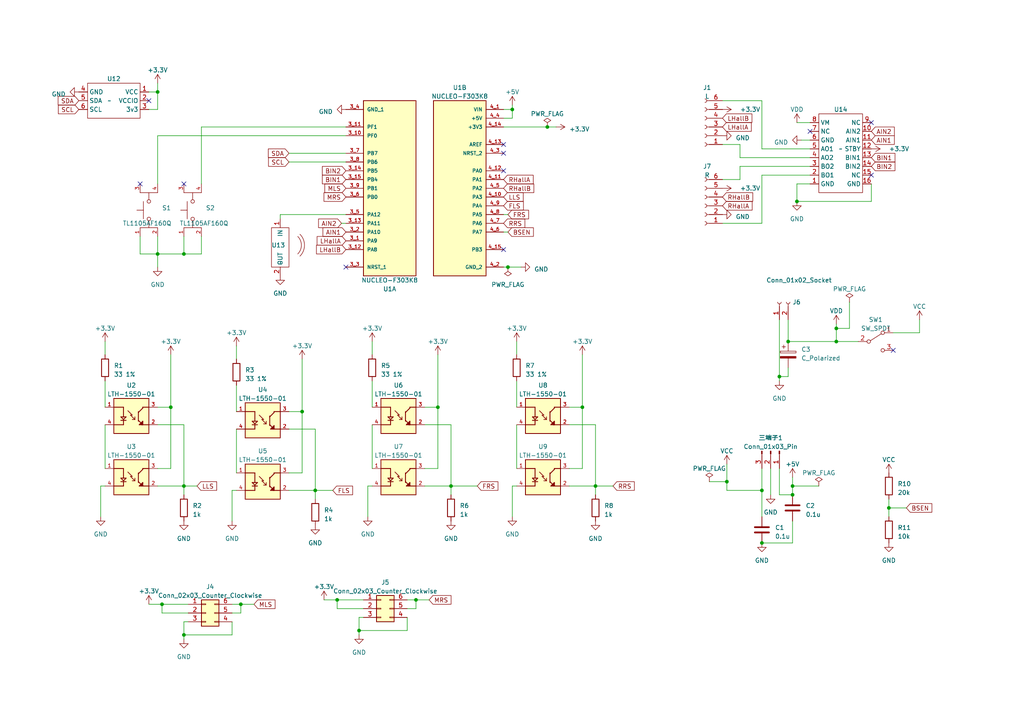
<source format=kicad_sch>
(kicad_sch (version 20230121) (generator eeschema)

  (uuid b57b6122-39ce-4138-9f08-aa5b76fd210a)

  (paper "A4")

  (lib_symbols
    (symbol "Connector:Conn_01x02_Socket" (pin_names (offset 1.016) hide) (in_bom yes) (on_board yes)
      (property "Reference" "J" (at 0 2.54 0)
        (effects (font (size 1.27 1.27)))
      )
      (property "Value" "Conn_01x02_Socket" (at 0 -5.08 0)
        (effects (font (size 1.27 1.27)))
      )
      (property "Footprint" "" (at 0 0 0)
        (effects (font (size 1.27 1.27)) hide)
      )
      (property "Datasheet" "~" (at 0 0 0)
        (effects (font (size 1.27 1.27)) hide)
      )
      (property "ki_locked" "" (at 0 0 0)
        (effects (font (size 1.27 1.27)))
      )
      (property "ki_keywords" "connector" (at 0 0 0)
        (effects (font (size 1.27 1.27)) hide)
      )
      (property "ki_description" "Generic connector, single row, 01x02, script generated" (at 0 0 0)
        (effects (font (size 1.27 1.27)) hide)
      )
      (property "ki_fp_filters" "Connector*:*_1x??_*" (at 0 0 0)
        (effects (font (size 1.27 1.27)) hide)
      )
      (symbol "Conn_01x02_Socket_1_1"
        (arc (start 0 -2.032) (mid -0.5058 -2.54) (end 0 -3.048)
          (stroke (width 0.1524) (type default))
          (fill (type none))
        )
        (polyline
          (pts
            (xy -1.27 -2.54)
            (xy -0.508 -2.54)
          )
          (stroke (width 0.1524) (type default))
          (fill (type none))
        )
        (polyline
          (pts
            (xy -1.27 0)
            (xy -0.508 0)
          )
          (stroke (width 0.1524) (type default))
          (fill (type none))
        )
        (arc (start 0 0.508) (mid -0.5058 0) (end 0 -0.508)
          (stroke (width 0.1524) (type default))
          (fill (type none))
        )
        (pin passive line (at -5.08 0 0) (length 3.81)
          (name "Pin_1" (effects (font (size 1.27 1.27))))
          (number "1" (effects (font (size 1.27 1.27))))
        )
        (pin passive line (at -5.08 -2.54 0) (length 3.81)
          (name "Pin_2" (effects (font (size 1.27 1.27))))
          (number "2" (effects (font (size 1.27 1.27))))
        )
      )
    )
    (symbol "Connector:Conn_01x03_Pin" (pin_names (offset 1.016) hide) (in_bom yes) (on_board yes)
      (property "Reference" "J" (at 0 5.08 0)
        (effects (font (size 1.27 1.27)))
      )
      (property "Value" "Conn_01x03_Pin" (at 0 -5.08 0)
        (effects (font (size 1.27 1.27)))
      )
      (property "Footprint" "" (at 0 0 0)
        (effects (font (size 1.27 1.27)) hide)
      )
      (property "Datasheet" "~" (at 0 0 0)
        (effects (font (size 1.27 1.27)) hide)
      )
      (property "ki_locked" "" (at 0 0 0)
        (effects (font (size 1.27 1.27)))
      )
      (property "ki_keywords" "connector" (at 0 0 0)
        (effects (font (size 1.27 1.27)) hide)
      )
      (property "ki_description" "Generic connector, single row, 01x03, script generated" (at 0 0 0)
        (effects (font (size 1.27 1.27)) hide)
      )
      (property "ki_fp_filters" "Connector*:*_1x??_*" (at 0 0 0)
        (effects (font (size 1.27 1.27)) hide)
      )
      (symbol "Conn_01x03_Pin_1_1"
        (polyline
          (pts
            (xy 1.27 -2.54)
            (xy 0.8636 -2.54)
          )
          (stroke (width 0.1524) (type default))
          (fill (type none))
        )
        (polyline
          (pts
            (xy 1.27 0)
            (xy 0.8636 0)
          )
          (stroke (width 0.1524) (type default))
          (fill (type none))
        )
        (polyline
          (pts
            (xy 1.27 2.54)
            (xy 0.8636 2.54)
          )
          (stroke (width 0.1524) (type default))
          (fill (type none))
        )
        (rectangle (start 0.8636 -2.413) (end 0 -2.667)
          (stroke (width 0.1524) (type default))
          (fill (type outline))
        )
        (rectangle (start 0.8636 0.127) (end 0 -0.127)
          (stroke (width 0.1524) (type default))
          (fill (type outline))
        )
        (rectangle (start 0.8636 2.667) (end 0 2.413)
          (stroke (width 0.1524) (type default))
          (fill (type outline))
        )
        (pin passive line (at 5.08 2.54 180) (length 3.81)
          (name "Pin_1" (effects (font (size 1.27 1.27))))
          (number "1" (effects (font (size 1.27 1.27))))
        )
        (pin passive line (at 5.08 0 180) (length 3.81)
          (name "Pin_2" (effects (font (size 1.27 1.27))))
          (number "2" (effects (font (size 1.27 1.27))))
        )
        (pin passive line (at 5.08 -2.54 180) (length 3.81)
          (name "Pin_3" (effects (font (size 1.27 1.27))))
          (number "3" (effects (font (size 1.27 1.27))))
        )
      )
    )
    (symbol "Connector:Conn_01x06_Socket" (pin_names (offset 1.016) hide) (in_bom yes) (on_board yes)
      (property "Reference" "J" (at 0 7.62 0)
        (effects (font (size 1.27 1.27)))
      )
      (property "Value" "Conn_01x06_Socket" (at 0 -10.16 0)
        (effects (font (size 1.27 1.27)))
      )
      (property "Footprint" "" (at 0 0 0)
        (effects (font (size 1.27 1.27)) hide)
      )
      (property "Datasheet" "~" (at 0 0 0)
        (effects (font (size 1.27 1.27)) hide)
      )
      (property "ki_locked" "" (at 0 0 0)
        (effects (font (size 1.27 1.27)))
      )
      (property "ki_keywords" "connector" (at 0 0 0)
        (effects (font (size 1.27 1.27)) hide)
      )
      (property "ki_description" "Generic connector, single row, 01x06, script generated" (at 0 0 0)
        (effects (font (size 1.27 1.27)) hide)
      )
      (property "ki_fp_filters" "Connector*:*_1x??_*" (at 0 0 0)
        (effects (font (size 1.27 1.27)) hide)
      )
      (symbol "Conn_01x06_Socket_1_1"
        (arc (start 0 -7.112) (mid -0.5058 -7.62) (end 0 -8.128)
          (stroke (width 0.1524) (type default))
          (fill (type none))
        )
        (arc (start 0 -4.572) (mid -0.5058 -5.08) (end 0 -5.588)
          (stroke (width 0.1524) (type default))
          (fill (type none))
        )
        (arc (start 0 -2.032) (mid -0.5058 -2.54) (end 0 -3.048)
          (stroke (width 0.1524) (type default))
          (fill (type none))
        )
        (polyline
          (pts
            (xy -1.27 -7.62)
            (xy -0.508 -7.62)
          )
          (stroke (width 0.1524) (type default))
          (fill (type none))
        )
        (polyline
          (pts
            (xy -1.27 -5.08)
            (xy -0.508 -5.08)
          )
          (stroke (width 0.1524) (type default))
          (fill (type none))
        )
        (polyline
          (pts
            (xy -1.27 -2.54)
            (xy -0.508 -2.54)
          )
          (stroke (width 0.1524) (type default))
          (fill (type none))
        )
        (polyline
          (pts
            (xy -1.27 0)
            (xy -0.508 0)
          )
          (stroke (width 0.1524) (type default))
          (fill (type none))
        )
        (polyline
          (pts
            (xy -1.27 2.54)
            (xy -0.508 2.54)
          )
          (stroke (width 0.1524) (type default))
          (fill (type none))
        )
        (polyline
          (pts
            (xy -1.27 5.08)
            (xy -0.508 5.08)
          )
          (stroke (width 0.1524) (type default))
          (fill (type none))
        )
        (arc (start 0 0.508) (mid -0.5058 0) (end 0 -0.508)
          (stroke (width 0.1524) (type default))
          (fill (type none))
        )
        (arc (start 0 3.048) (mid -0.5058 2.54) (end 0 2.032)
          (stroke (width 0.1524) (type default))
          (fill (type none))
        )
        (arc (start 0 5.588) (mid -0.5058 5.08) (end 0 4.572)
          (stroke (width 0.1524) (type default))
          (fill (type none))
        )
        (pin passive line (at -5.08 5.08 0) (length 3.81)
          (name "Pin_1" (effects (font (size 1.27 1.27))))
          (number "1" (effects (font (size 1.27 1.27))))
        )
        (pin passive line (at -5.08 2.54 0) (length 3.81)
          (name "Pin_2" (effects (font (size 1.27 1.27))))
          (number "2" (effects (font (size 1.27 1.27))))
        )
        (pin passive line (at -5.08 0 0) (length 3.81)
          (name "Pin_3" (effects (font (size 1.27 1.27))))
          (number "3" (effects (font (size 1.27 1.27))))
        )
        (pin passive line (at -5.08 -2.54 0) (length 3.81)
          (name "Pin_4" (effects (font (size 1.27 1.27))))
          (number "4" (effects (font (size 1.27 1.27))))
        )
        (pin passive line (at -5.08 -5.08 0) (length 3.81)
          (name "Pin_5" (effects (font (size 1.27 1.27))))
          (number "5" (effects (font (size 1.27 1.27))))
        )
        (pin passive line (at -5.08 -7.62 0) (length 3.81)
          (name "Pin_6" (effects (font (size 1.27 1.27))))
          (number "6" (effects (font (size 1.27 1.27))))
        )
      )
    )
    (symbol "Connector_Generic:Conn_02x03_Counter_Clockwise" (pin_names (offset 1.016) hide) (in_bom yes) (on_board yes)
      (property "Reference" "J" (at 1.27 5.08 0)
        (effects (font (size 1.27 1.27)))
      )
      (property "Value" "Conn_02x03_Counter_Clockwise" (at 1.27 -5.08 0)
        (effects (font (size 1.27 1.27)))
      )
      (property "Footprint" "" (at 0 0 0)
        (effects (font (size 1.27 1.27)) hide)
      )
      (property "Datasheet" "~" (at 0 0 0)
        (effects (font (size 1.27 1.27)) hide)
      )
      (property "ki_keywords" "connector" (at 0 0 0)
        (effects (font (size 1.27 1.27)) hide)
      )
      (property "ki_description" "Generic connector, double row, 02x03, counter clockwise pin numbering scheme (similar to DIP package numbering), script generated (kicad-library-utils/schlib/autogen/connector/)" (at 0 0 0)
        (effects (font (size 1.27 1.27)) hide)
      )
      (property "ki_fp_filters" "Connector*:*_2x??_*" (at 0 0 0)
        (effects (font (size 1.27 1.27)) hide)
      )
      (symbol "Conn_02x03_Counter_Clockwise_1_1"
        (rectangle (start -1.27 -2.413) (end 0 -2.667)
          (stroke (width 0.1524) (type default))
          (fill (type none))
        )
        (rectangle (start -1.27 0.127) (end 0 -0.127)
          (stroke (width 0.1524) (type default))
          (fill (type none))
        )
        (rectangle (start -1.27 2.667) (end 0 2.413)
          (stroke (width 0.1524) (type default))
          (fill (type none))
        )
        (rectangle (start -1.27 3.81) (end 3.81 -3.81)
          (stroke (width 0.254) (type default))
          (fill (type background))
        )
        (rectangle (start 3.81 -2.413) (end 2.54 -2.667)
          (stroke (width 0.1524) (type default))
          (fill (type none))
        )
        (rectangle (start 3.81 0.127) (end 2.54 -0.127)
          (stroke (width 0.1524) (type default))
          (fill (type none))
        )
        (rectangle (start 3.81 2.667) (end 2.54 2.413)
          (stroke (width 0.1524) (type default))
          (fill (type none))
        )
        (pin passive line (at -5.08 2.54 0) (length 3.81)
          (name "Pin_1" (effects (font (size 1.27 1.27))))
          (number "1" (effects (font (size 1.27 1.27))))
        )
        (pin passive line (at -5.08 0 0) (length 3.81)
          (name "Pin_2" (effects (font (size 1.27 1.27))))
          (number "2" (effects (font (size 1.27 1.27))))
        )
        (pin passive line (at -5.08 -2.54 0) (length 3.81)
          (name "Pin_3" (effects (font (size 1.27 1.27))))
          (number "3" (effects (font (size 1.27 1.27))))
        )
        (pin passive line (at 7.62 -2.54 180) (length 3.81)
          (name "Pin_4" (effects (font (size 1.27 1.27))))
          (number "4" (effects (font (size 1.27 1.27))))
        )
        (pin passive line (at 7.62 0 180) (length 3.81)
          (name "Pin_5" (effects (font (size 1.27 1.27))))
          (number "5" (effects (font (size 1.27 1.27))))
        )
        (pin passive line (at 7.62 2.54 180) (length 3.81)
          (name "Pin_6" (effects (font (size 1.27 1.27))))
          (number "6" (effects (font (size 1.27 1.27))))
        )
      )
    )
    (symbol "Device:C" (pin_numbers hide) (pin_names (offset 0.254)) (in_bom yes) (on_board yes)
      (property "Reference" "C" (at 0.635 2.54 0)
        (effects (font (size 1.27 1.27)) (justify left))
      )
      (property "Value" "C" (at 0.635 -2.54 0)
        (effects (font (size 1.27 1.27)) (justify left))
      )
      (property "Footprint" "" (at 0.9652 -3.81 0)
        (effects (font (size 1.27 1.27)) hide)
      )
      (property "Datasheet" "~" (at 0 0 0)
        (effects (font (size 1.27 1.27)) hide)
      )
      (property "ki_keywords" "cap capacitor" (at 0 0 0)
        (effects (font (size 1.27 1.27)) hide)
      )
      (property "ki_description" "Unpolarized capacitor" (at 0 0 0)
        (effects (font (size 1.27 1.27)) hide)
      )
      (property "ki_fp_filters" "C_*" (at 0 0 0)
        (effects (font (size 1.27 1.27)) hide)
      )
      (symbol "C_0_1"
        (polyline
          (pts
            (xy -2.032 -0.762)
            (xy 2.032 -0.762)
          )
          (stroke (width 0.508) (type default))
          (fill (type none))
        )
        (polyline
          (pts
            (xy -2.032 0.762)
            (xy 2.032 0.762)
          )
          (stroke (width 0.508) (type default))
          (fill (type none))
        )
      )
      (symbol "C_1_1"
        (pin passive line (at 0 3.81 270) (length 2.794)
          (name "~" (effects (font (size 1.27 1.27))))
          (number "1" (effects (font (size 1.27 1.27))))
        )
        (pin passive line (at 0 -3.81 90) (length 2.794)
          (name "~" (effects (font (size 1.27 1.27))))
          (number "2" (effects (font (size 1.27 1.27))))
        )
      )
    )
    (symbol "Device:C_Polarized" (pin_numbers hide) (pin_names (offset 0.254)) (in_bom yes) (on_board yes)
      (property "Reference" "C" (at 0.635 2.54 0)
        (effects (font (size 1.27 1.27)) (justify left))
      )
      (property "Value" "C_Polarized" (at 0.635 -2.54 0)
        (effects (font (size 1.27 1.27)) (justify left))
      )
      (property "Footprint" "" (at 0.9652 -3.81 0)
        (effects (font (size 1.27 1.27)) hide)
      )
      (property "Datasheet" "~" (at 0 0 0)
        (effects (font (size 1.27 1.27)) hide)
      )
      (property "ki_keywords" "cap capacitor" (at 0 0 0)
        (effects (font (size 1.27 1.27)) hide)
      )
      (property "ki_description" "Polarized capacitor" (at 0 0 0)
        (effects (font (size 1.27 1.27)) hide)
      )
      (property "ki_fp_filters" "CP_*" (at 0 0 0)
        (effects (font (size 1.27 1.27)) hide)
      )
      (symbol "C_Polarized_0_1"
        (rectangle (start -2.286 0.508) (end 2.286 1.016)
          (stroke (width 0) (type default))
          (fill (type none))
        )
        (polyline
          (pts
            (xy -1.778 2.286)
            (xy -0.762 2.286)
          )
          (stroke (width 0) (type default))
          (fill (type none))
        )
        (polyline
          (pts
            (xy -1.27 2.794)
            (xy -1.27 1.778)
          )
          (stroke (width 0) (type default))
          (fill (type none))
        )
        (rectangle (start 2.286 -0.508) (end -2.286 -1.016)
          (stroke (width 0) (type default))
          (fill (type outline))
        )
      )
      (symbol "C_Polarized_1_1"
        (pin passive line (at 0 3.81 270) (length 2.794)
          (name "~" (effects (font (size 1.27 1.27))))
          (number "1" (effects (font (size 1.27 1.27))))
        )
        (pin passive line (at 0 -3.81 90) (length 2.794)
          (name "~" (effects (font (size 1.27 1.27))))
          (number "2" (effects (font (size 1.27 1.27))))
        )
      )
    )
    (symbol "Device:R" (pin_numbers hide) (pin_names (offset 0)) (in_bom yes) (on_board yes)
      (property "Reference" "R" (at 2.032 0 90)
        (effects (font (size 1.27 1.27)))
      )
      (property "Value" "R" (at 0 0 90)
        (effects (font (size 1.27 1.27)))
      )
      (property "Footprint" "" (at -1.778 0 90)
        (effects (font (size 1.27 1.27)) hide)
      )
      (property "Datasheet" "~" (at 0 0 0)
        (effects (font (size 1.27 1.27)) hide)
      )
      (property "ki_keywords" "R res resistor" (at 0 0 0)
        (effects (font (size 1.27 1.27)) hide)
      )
      (property "ki_description" "Resistor" (at 0 0 0)
        (effects (font (size 1.27 1.27)) hide)
      )
      (property "ki_fp_filters" "R_*" (at 0 0 0)
        (effects (font (size 1.27 1.27)) hide)
      )
      (symbol "R_0_1"
        (rectangle (start -1.016 -2.54) (end 1.016 2.54)
          (stroke (width 0.254) (type default))
          (fill (type none))
        )
      )
      (symbol "R_1_1"
        (pin passive line (at 0 3.81 270) (length 1.27)
          (name "~" (effects (font (size 1.27 1.27))))
          (number "1" (effects (font (size 1.27 1.27))))
        )
        (pin passive line (at 0 -3.81 90) (length 1.27)
          (name "~" (effects (font (size 1.27 1.27))))
          (number "2" (effects (font (size 1.27 1.27))))
        )
      )
    )
    (symbol "LTH-1550-01:LTH-1550-01" (pin_names (offset 1.016)) (in_bom yes) (on_board yes)
      (property "Reference" "U" (at -5.0872 5.0872 0)
        (effects (font (size 1.27 1.27)) (justify left bottom))
      )
      (property "Value" "LTH-1550-01" (at -5.0878 -7.6317 0)
        (effects (font (size 1.27 1.27)) (justify left bottom))
      )
      (property "Footprint" "PHOTOINTERRUPTER_LTH-1550-01" (at 0 0 0)
        (effects (font (size 1.27 1.27)) (justify bottom) hide)
      )
      (property "Datasheet" "" (at 0 0 0)
        (effects (font (size 1.27 1.27)) hide)
      )
      (property "STANDARD" "IPC7251" (at 0 0 0)
        (effects (font (size 1.27 1.27)) (justify bottom) hide)
      )
      (property "MANUFACTURER" "Liteon" (at 0 0 0)
        (effects (font (size 1.27 1.27)) (justify bottom) hide)
      )
      (symbol "LTH-1550-01_0_0"
        (rectangle (start -5.08 -5.08) (end 5.08 5.08)
          (stroke (width 0.254) (type default))
          (fill (type background))
        )
        (polyline
          (pts
            (xy -5.08 2.54)
            (xy -2.286 2.54)
          )
          (stroke (width 0.254) (type default))
          (fill (type none))
        )
        (polyline
          (pts
            (xy -3.048 -1.27)
            (xy -1.524 -1.27)
          )
          (stroke (width 0.254) (type default))
          (fill (type none))
        )
        (polyline
          (pts
            (xy -3.048 -0.254)
            (xy -2.286 -1.016)
          )
          (stroke (width 0.254) (type default))
          (fill (type none))
        )
        (polyline
          (pts
            (xy -2.286 -2.54)
            (xy -5.08 -2.54)
          )
          (stroke (width 0.254) (type default))
          (fill (type none))
        )
        (polyline
          (pts
            (xy -2.286 -1.27)
            (xy -2.286 -2.54)
          )
          (stroke (width 0.254) (type default))
          (fill (type none))
        )
        (polyline
          (pts
            (xy -2.286 -1.016)
            (xy -1.524 -0.254)
          )
          (stroke (width 0.254) (type default))
          (fill (type none))
        )
        (polyline
          (pts
            (xy -2.286 -0.254)
            (xy -3.048 -0.254)
          )
          (stroke (width 0.254) (type default))
          (fill (type none))
        )
        (polyline
          (pts
            (xy -2.286 -0.254)
            (xy -1.524 -0.254)
          )
          (stroke (width 0.254) (type default))
          (fill (type none))
        )
        (polyline
          (pts
            (xy -2.286 2.54)
            (xy -2.286 -0.254)
          )
          (stroke (width 0.254) (type default))
          (fill (type none))
        )
        (polyline
          (pts
            (xy -1.016 1.524)
            (xy 0.254 0.254)
          )
          (stroke (width 0.2032) (type default))
          (fill (type none))
        )
        (polyline
          (pts
            (xy -0.254 0.254)
            (xy 1.016 -1.016)
          )
          (stroke (width 0.2032) (type default))
          (fill (type none))
        )
        (polyline
          (pts
            (xy 0.254 0.254)
            (xy -0.254 0.254)
          )
          (stroke (width 0.2032) (type default))
          (fill (type none))
        )
        (polyline
          (pts
            (xy 1.016 -1.016)
            (xy 0.254 -1.016)
          )
          (stroke (width 0.2032) (type default))
          (fill (type none))
        )
        (polyline
          (pts
            (xy 1.016 -1.016)
            (xy 1.016 -0.254)
          )
          (stroke (width 0.2032) (type default))
          (fill (type none))
        )
        (polyline
          (pts
            (xy 2.032 -1.27)
            (xy 2.032 -1.524)
          )
          (stroke (width 0.254) (type default))
          (fill (type none))
        )
        (polyline
          (pts
            (xy 2.032 -1.27)
            (xy 3.302 -2.54)
          )
          (stroke (width 0.254) (type default))
          (fill (type none))
        )
        (polyline
          (pts
            (xy 2.032 1.016)
            (xy 2.032 -1.27)
          )
          (stroke (width 0.254) (type default))
          (fill (type none))
        )
        (polyline
          (pts
            (xy 2.032 1.016)
            (xy 2.032 1.27)
          )
          (stroke (width 0.254) (type default))
          (fill (type none))
        )
        (polyline
          (pts
            (xy 2.286 -2.54)
            (xy 3.048 -2.54)
          )
          (stroke (width 0.254) (type default))
          (fill (type none))
        )
        (polyline
          (pts
            (xy 2.54 -2.286)
            (xy 2.286 -2.54)
          )
          (stroke (width 0.254) (type default))
          (fill (type none))
        )
        (polyline
          (pts
            (xy 2.54 -2.286)
            (xy 2.794 -2.286)
          )
          (stroke (width 0.254) (type default))
          (fill (type none))
        )
        (polyline
          (pts
            (xy 2.794 -2.286)
            (xy 3.048 -2.54)
          )
          (stroke (width 0.254) (type default))
          (fill (type none))
        )
        (polyline
          (pts
            (xy 3.048 -2.54)
            (xy 3.048 -2.032)
          )
          (stroke (width 0.254) (type default))
          (fill (type none))
        )
        (polyline
          (pts
            (xy 3.048 -2.54)
            (xy 3.302 -2.54)
          )
          (stroke (width 0.254) (type default))
          (fill (type none))
        )
        (polyline
          (pts
            (xy 3.048 -2.032)
            (xy 2.794 -2.286)
          )
          (stroke (width 0.254) (type default))
          (fill (type none))
        )
        (polyline
          (pts
            (xy 3.048 -2.032)
            (xy 3.302 -1.778)
          )
          (stroke (width 0.254) (type default))
          (fill (type none))
        )
        (polyline
          (pts
            (xy 3.302 -2.54)
            (xy 3.302 -2.286)
          )
          (stroke (width 0.254) (type default))
          (fill (type none))
        )
        (polyline
          (pts
            (xy 3.302 -2.54)
            (xy 5.08 -2.54)
          )
          (stroke (width 0.254) (type default))
          (fill (type none))
        )
        (polyline
          (pts
            (xy 3.302 -2.286)
            (xy 3.048 -2.032)
          )
          (stroke (width 0.254) (type default))
          (fill (type none))
        )
        (polyline
          (pts
            (xy 3.302 -2.286)
            (xy 3.302 -1.778)
          )
          (stroke (width 0.254) (type default))
          (fill (type none))
        )
        (polyline
          (pts
            (xy 3.302 -1.778)
            (xy 3.302 -1.524)
          )
          (stroke (width 0.254) (type default))
          (fill (type none))
        )
        (polyline
          (pts
            (xy 3.302 -1.524)
            (xy 2.54 -2.286)
          )
          (stroke (width 0.254) (type default))
          (fill (type none))
        )
        (polyline
          (pts
            (xy 3.302 2.286)
            (xy 2.032 1.016)
          )
          (stroke (width 0.254) (type default))
          (fill (type none))
        )
        (polyline
          (pts
            (xy 3.302 2.54)
            (xy 3.302 2.286)
          )
          (stroke (width 0.254) (type default))
          (fill (type none))
        )
        (polyline
          (pts
            (xy 5.08 2.54)
            (xy 3.302 2.54)
          )
          (stroke (width 0.254) (type default))
          (fill (type none))
        )
        (pin passive line (at -7.62 2.54 0) (length 2.54)
          (name "~" (effects (font (size 1.016 1.016))))
          (number "1" (effects (font (size 1.016 1.016))))
        )
        (pin passive line (at 7.62 -2.54 180) (length 2.54)
          (name "~" (effects (font (size 1.016 1.016))))
          (number "2" (effects (font (size 1.016 1.016))))
        )
        (pin passive line (at 7.62 2.54 180) (length 2.54)
          (name "~" (effects (font (size 1.016 1.016))))
          (number "3" (effects (font (size 1.016 1.016))))
        )
        (pin passive line (at -7.62 -2.54 0) (length 2.54)
          (name "~" (effects (font (size 1.016 1.016))))
          (number "4" (effects (font (size 1.016 1.016))))
        )
      )
    )
    (symbol "NUCLEO-F303K8:NUCLEO-F303K8" (pin_names (offset 1.016)) (in_bom yes) (on_board yes)
      (property "Reference" "U" (at -7.6292 25.9456 0)
        (effects (font (size 1.27 1.27)) (justify left bottom))
      )
      (property "Value" "NUCLEO-F303K8" (at -7.6233 -27.7005 0)
        (effects (font (size 1.27 1.27)) (justify left bottom))
      )
      (property "Footprint" "MODULE_NUCLEO-F303K8" (at 0 0 0)
        (effects (font (size 1.27 1.27)) (justify bottom) hide)
      )
      (property "Datasheet" "" (at 0 0 0)
        (effects (font (size 1.27 1.27)) hide)
      )
      (property "PARTREV" "5" (at 0 0 0)
        (effects (font (size 1.27 1.27)) (justify bottom) hide)
      )
      (property "MANUFACTURER" "STMicroelectronics" (at 0 0 0)
        (effects (font (size 1.27 1.27)) (justify bottom) hide)
      )
      (property "SNAPEDA_PN" "NUCLEO-F303K8" (at 0 0 0)
        (effects (font (size 1.27 1.27)) (justify bottom) hide)
      )
      (property "MAXIMUM_PACKAGE_HEIGHT" "N/A" (at 0 0 0)
        (effects (font (size 1.27 1.27)) (justify bottom) hide)
      )
      (property "STANDARD" "Manufacturer Recommendations" (at 0 0 0)
        (effects (font (size 1.27 1.27)) (justify bottom) hide)
      )
      (symbol "NUCLEO-F303K8_1_0"
        (rectangle (start -7.62 -25.4) (end 7.62 25.4)
          (stroke (width 0.254) (type default))
          (fill (type background))
        )
        (pin bidirectional line (at 12.7 15.24 180) (length 5.08)
          (name "PA9" (effects (font (size 1.016 1.016))))
          (number "3_1" (effects (font (size 1.016 1.016))))
        )
        (pin bidirectional line (at 12.7 -15.24 180) (length 5.08)
          (name "PF0" (effects (font (size 1.016 1.016))))
          (number "3_10" (effects (font (size 1.016 1.016))))
        )
        (pin bidirectional line (at 12.7 -17.78 180) (length 5.08)
          (name "PF1" (effects (font (size 1.016 1.016))))
          (number "3_11" (effects (font (size 1.016 1.016))))
        )
        (pin bidirectional line (at 12.7 17.78 180) (length 5.08)
          (name "PA8" (effects (font (size 1.016 1.016))))
          (number "3_12" (effects (font (size 1.016 1.016))))
        )
        (pin bidirectional line (at 12.7 10.16 180) (length 5.08)
          (name "PA11" (effects (font (size 1.016 1.016))))
          (number "3_13" (effects (font (size 1.016 1.016))))
        )
        (pin bidirectional line (at 12.7 -5.08 180) (length 5.08)
          (name "PB5" (effects (font (size 1.016 1.016))))
          (number "3_14" (effects (font (size 1.016 1.016))))
        )
        (pin bidirectional line (at 12.7 -2.54 180) (length 5.08)
          (name "PB4" (effects (font (size 1.016 1.016))))
          (number "3_15" (effects (font (size 1.016 1.016))))
        )
        (pin bidirectional line (at 12.7 12.7 180) (length 5.08)
          (name "PA10" (effects (font (size 1.016 1.016))))
          (number "3_2" (effects (font (size 1.016 1.016))))
        )
        (pin bidirectional line (at 12.7 22.86 180) (length 5.08)
          (name "NRST_1" (effects (font (size 1.016 1.016))))
          (number "3_3" (effects (font (size 1.016 1.016))))
        )
        (pin power_in line (at 12.7 -22.86 180) (length 5.08)
          (name "GND_1" (effects (font (size 1.016 1.016))))
          (number "3_4" (effects (font (size 1.016 1.016))))
        )
        (pin bidirectional line (at 12.7 7.62 180) (length 5.08)
          (name "PA12" (effects (font (size 1.016 1.016))))
          (number "3_5" (effects (font (size 1.016 1.016))))
        )
        (pin bidirectional line (at 12.7 2.54 180) (length 5.08)
          (name "PB0" (effects (font (size 1.016 1.016))))
          (number "3_6" (effects (font (size 1.016 1.016))))
        )
        (pin bidirectional line (at 12.7 -10.16 180) (length 5.08)
          (name "PB7" (effects (font (size 1.016 1.016))))
          (number "3_7" (effects (font (size 1.016 1.016))))
        )
        (pin bidirectional line (at 12.7 -7.62 180) (length 5.08)
          (name "PB6" (effects (font (size 1.016 1.016))))
          (number "3_8" (effects (font (size 1.016 1.016))))
        )
        (pin bidirectional line (at 12.7 0 180) (length 5.08)
          (name "PB1" (effects (font (size 1.016 1.016))))
          (number "3_9" (effects (font (size 1.016 1.016))))
        )
      )
      (symbol "NUCLEO-F303K8_2_0"
        (rectangle (start -7.62 -25.4) (end 7.62 25.4)
          (stroke (width 0.254) (type default))
          (fill (type background))
        )
        (pin power_in line (at 12.7 22.86 180) (length 5.08)
          (name "VIN" (effects (font (size 1.016 1.016))))
          (number "4_1" (effects (font (size 1.016 1.016))))
        )
        (pin bidirectional line (at 12.7 -2.54 180) (length 5.08)
          (name "PA3" (effects (font (size 1.016 1.016))))
          (number "4_10" (effects (font (size 1.016 1.016))))
        )
        (pin bidirectional line (at 12.7 2.54 180) (length 5.08)
          (name "PA1" (effects (font (size 1.016 1.016))))
          (number "4_11" (effects (font (size 1.016 1.016))))
        )
        (pin bidirectional line (at 12.7 5.08 180) (length 5.08)
          (name "PA0" (effects (font (size 1.016 1.016))))
          (number "4_12" (effects (font (size 1.016 1.016))))
        )
        (pin bidirectional line (at 12.7 12.7 180) (length 5.08)
          (name "AREF" (effects (font (size 1.016 1.016))))
          (number "4_13" (effects (font (size 1.016 1.016))))
        )
        (pin power_in line (at 12.7 17.78 180) (length 5.08)
          (name "+3V3" (effects (font (size 1.016 1.016))))
          (number "4_14" (effects (font (size 1.016 1.016))))
        )
        (pin bidirectional line (at 12.7 -17.78 180) (length 5.08)
          (name "PB3" (effects (font (size 1.016 1.016))))
          (number "4_15" (effects (font (size 1.016 1.016))))
        )
        (pin power_in line (at 12.7 -22.86 180) (length 5.08)
          (name "GND_2" (effects (font (size 1.016 1.016))))
          (number "4_2" (effects (font (size 1.016 1.016))))
        )
        (pin bidirectional line (at 12.7 10.16 180) (length 5.08)
          (name "NRST_2" (effects (font (size 1.016 1.016))))
          (number "4_3" (effects (font (size 1.016 1.016))))
        )
        (pin power_in line (at 12.7 20.32 180) (length 5.08)
          (name "+5V" (effects (font (size 1.016 1.016))))
          (number "4_4" (effects (font (size 1.016 1.016))))
        )
        (pin bidirectional line (at 12.7 0 180) (length 5.08)
          (name "PA2" (effects (font (size 1.016 1.016))))
          (number "4_5" (effects (font (size 1.016 1.016))))
        )
        (pin bidirectional line (at 12.7 -12.7 180) (length 5.08)
          (name "PA7" (effects (font (size 1.016 1.016))))
          (number "4_6" (effects (font (size 1.016 1.016))))
        )
        (pin bidirectional line (at 12.7 -10.16 180) (length 5.08)
          (name "PA6" (effects (font (size 1.016 1.016))))
          (number "4_7" (effects (font (size 1.016 1.016))))
        )
        (pin bidirectional line (at 12.7 -7.62 180) (length 5.08)
          (name "PA5" (effects (font (size 1.016 1.016))))
          (number "4_8" (effects (font (size 1.016 1.016))))
        )
        (pin bidirectional line (at 12.7 -5.08 180) (length 5.08)
          (name "PA4" (effects (font (size 1.016 1.016))))
          (number "4_9" (effects (font (size 1.016 1.016))))
        )
      )
    )
    (symbol "Switch:SW_SPDT" (pin_names (offset 0) hide) (in_bom yes) (on_board yes)
      (property "Reference" "SW" (at 0 4.318 0)
        (effects (font (size 1.27 1.27)))
      )
      (property "Value" "SW_SPDT" (at 0 -5.08 0)
        (effects (font (size 1.27 1.27)))
      )
      (property "Footprint" "" (at 0 0 0)
        (effects (font (size 1.27 1.27)) hide)
      )
      (property "Datasheet" "~" (at 0 0 0)
        (effects (font (size 1.27 1.27)) hide)
      )
      (property "ki_keywords" "switch single-pole double-throw spdt ON-ON" (at 0 0 0)
        (effects (font (size 1.27 1.27)) hide)
      )
      (property "ki_description" "Switch, single pole double throw" (at 0 0 0)
        (effects (font (size 1.27 1.27)) hide)
      )
      (symbol "SW_SPDT_0_0"
        (circle (center -2.032 0) (radius 0.508)
          (stroke (width 0) (type default))
          (fill (type none))
        )
        (circle (center 2.032 -2.54) (radius 0.508)
          (stroke (width 0) (type default))
          (fill (type none))
        )
      )
      (symbol "SW_SPDT_0_1"
        (polyline
          (pts
            (xy -1.524 0.254)
            (xy 1.651 2.286)
          )
          (stroke (width 0) (type default))
          (fill (type none))
        )
        (circle (center 2.032 2.54) (radius 0.508)
          (stroke (width 0) (type default))
          (fill (type none))
        )
      )
      (symbol "SW_SPDT_1_1"
        (pin passive line (at 5.08 2.54 180) (length 2.54)
          (name "A" (effects (font (size 1.27 1.27))))
          (number "1" (effects (font (size 1.27 1.27))))
        )
        (pin passive line (at -5.08 0 0) (length 2.54)
          (name "B" (effects (font (size 1.27 1.27))))
          (number "2" (effects (font (size 1.27 1.27))))
        )
        (pin passive line (at 5.08 -2.54 180) (length 2.54)
          (name "C" (effects (font (size 1.27 1.27))))
          (number "3" (effects (font (size 1.27 1.27))))
        )
      )
    )
    (symbol "TL1105AF160Q:TL1105AF160Q" (pin_names (offset 1.016)) (in_bom yes) (on_board yes)
      (property "Reference" "S" (at -5.08 5.08 0)
        (effects (font (size 1.27 1.27)) (justify left bottom))
      )
      (property "Value" "TL1105AF160Q" (at -5.08 -5.08 0)
        (effects (font (size 1.27 1.27)) (justify left bottom))
      )
      (property "Footprint" "SW_TL1105AF160Q" (at 0 0 0)
        (effects (font (size 1.27 1.27)) (justify bottom) hide)
      )
      (property "Datasheet" "" (at 0 0 0)
        (effects (font (size 1.27 1.27)) hide)
      )
      (property "PARTREV" "A" (at 0 0 0)
        (effects (font (size 1.27 1.27)) (justify bottom) hide)
      )
      (property "STANDARD" "Manufacturer Recommendations" (at 0 0 0)
        (effects (font (size 1.27 1.27)) (justify bottom) hide)
      )
      (property "SNAPEDA_PN" "TL1105DF160Q" (at 0 0 0)
        (effects (font (size 1.27 1.27)) (justify bottom) hide)
      )
      (property "MAXIMUM_PACKAGE_HEIGHT" "13 mm" (at 0 0 0)
        (effects (font (size 1.27 1.27)) (justify bottom) hide)
      )
      (property "MANUFACTURER" "E-Switch" (at 0 0 0)
        (effects (font (size 1.27 1.27)) (justify bottom) hide)
      )
      (symbol "TL1105AF160Q_0_0"
        (circle (center -2.54 0) (radius 0.508)
          (stroke (width 0.1524) (type default))
          (fill (type none))
        )
        (polyline
          (pts
            (xy -5.08 0)
            (xy -3.048 0)
          )
          (stroke (width 0.1524) (type default))
          (fill (type none))
        )
        (polyline
          (pts
            (xy -5.08 2.54)
            (xy -5.08 -2.54)
          )
          (stroke (width 0.1524) (type default))
          (fill (type none))
        )
        (polyline
          (pts
            (xy -2.54 1.5875)
            (xy 0 1.5875)
          )
          (stroke (width 0.1524) (type default))
          (fill (type none))
        )
        (polyline
          (pts
            (xy 0 1.5875)
            (xy 0 3.4925)
          )
          (stroke (width 0.1524) (type default))
          (fill (type none))
        )
        (polyline
          (pts
            (xy 0 1.5875)
            (xy 2.54 1.5875)
          )
          (stroke (width 0.1524) (type default))
          (fill (type none))
        )
        (polyline
          (pts
            (xy 5.08 0)
            (xy 3.048 0)
          )
          (stroke (width 0.1524) (type default))
          (fill (type none))
        )
        (polyline
          (pts
            (xy 5.08 2.54)
            (xy 5.08 -2.54)
          )
          (stroke (width 0.1524) (type default))
          (fill (type none))
        )
        (circle (center 2.54 0) (radius 0.508)
          (stroke (width 0.1524) (type default))
          (fill (type none))
        )
        (pin passive line (at -7.62 2.54 0) (length 2.54)
          (name "~" (effects (font (size 1.016 1.016))))
          (number "1" (effects (font (size 1.016 1.016))))
        )
        (pin passive line (at -7.62 -2.54 0) (length 2.54)
          (name "~" (effects (font (size 1.016 1.016))))
          (number "2" (effects (font (size 1.016 1.016))))
        )
        (pin passive line (at 7.62 2.54 180) (length 2.54)
          (name "~" (effects (font (size 1.016 1.016))))
          (number "3" (effects (font (size 1.016 1.016))))
        )
        (pin passive line (at 7.62 -2.54 180) (length 2.54)
          (name "~" (effects (font (size 1.016 1.016))))
          (number "4" (effects (font (size 1.016 1.016))))
        )
      )
    )
    (symbol "mySYM:BNO055" (in_bom yes) (on_board yes)
      (property "Reference" "U" (at 1.27 0 0)
        (effects (font (size 1.27 1.27)))
      )
      (property "Value" "" (at 0 0 0)
        (effects (font (size 1.27 1.27)))
      )
      (property "Footprint" "" (at 0 0 0)
        (effects (font (size 1.27 1.27)) hide)
      )
      (property "Datasheet" "" (at 0 0 0)
        (effects (font (size 1.27 1.27)) hide)
      )
      (symbol "BNO055_0_1"
        (rectangle (start -6.35 5.08) (end 8.89 -5.08)
          (stroke (width 0) (type default))
          (fill (type none))
        )
      )
      (symbol "BNO055_1_1"
        (pin input line (at 11.43 2.54 180) (length 2.54)
          (name "VCC" (effects (font (size 1.27 1.27))))
          (number "1" (effects (font (size 1.27 1.27))))
        )
        (pin input line (at 11.43 0 180) (length 2.54)
          (name "VCCIO" (effects (font (size 1.27 1.27))))
          (number "2" (effects (font (size 1.27 1.27))))
        )
        (pin input line (at 11.43 -2.54 180) (length 2.54)
          (name "3v3" (effects (font (size 1.27 1.27))))
          (number "3" (effects (font (size 1.27 1.27))))
        )
        (pin input line (at -8.89 2.54 0) (length 2.54)
          (name "GND" (effects (font (size 1.27 1.27))))
          (number "4" (effects (font (size 1.27 1.27))))
        )
        (pin input line (at -8.89 0 0) (length 2.54)
          (name "SDA" (effects (font (size 1.27 1.27))))
          (number "5" (effects (font (size 1.27 1.27))))
        )
        (pin input line (at -8.89 -2.54 0) (length 2.54)
          (name "SCL" (effects (font (size 1.27 1.27))))
          (number "6" (effects (font (size 1.27 1.27))))
        )
      )
    )
    (symbol "mySYM:buzaa" (in_bom yes) (on_board yes)
      (property "Reference" "U" (at 0 3.81 0)
        (effects (font (size 1.27 1.27)))
      )
      (property "Value" "" (at 5.08 0 0)
        (effects (font (size 1.27 1.27)))
      )
      (property "Footprint" "" (at 5.08 0 0)
        (effects (font (size 1.27 1.27)) hide)
      )
      (property "Datasheet" "" (at 5.08 0 0)
        (effects (font (size 1.27 1.27)) hide)
      )
      (symbol "buzaa_0_1"
        (rectangle (start -5.08 2.54) (end 6.35 -2.54)
          (stroke (width 0) (type default))
          (fill (type none))
        )
        (arc (start 2.54 5.08) (mid 0 6.1321) (end -2.54 5.08)
          (stroke (width 0) (type default))
          (fill (type none))
        )
        (arc (start 3.175 5.7182) (mid 0 7.0324) (end -3.175 5.7182)
          (stroke (width 0) (type default))
          (fill (type none))
        )
      )
      (symbol "buzaa_1_1"
        (pin input line (at -7.62 0 0) (length 2.54)
          (name "IN" (effects (font (size 1.27 1.27))))
          (number "1" (effects (font (size 1.27 1.27))))
        )
        (pin input line (at 8.89 0 180) (length 2.54)
          (name "OUT" (effects (font (size 1.27 1.27))))
          (number "2" (effects (font (size 1.27 1.27))))
        )
      )
    )
    (symbol "mySYM:drv8833" (in_bom yes) (on_board yes)
      (property "Reference" "U" (at 0 0 0)
        (effects (font (size 1.27 1.27)))
      )
      (property "Value" "" (at 0 0 0)
        (effects (font (size 1.27 1.27)))
      )
      (property "Footprint" "" (at 0 0 0)
        (effects (font (size 1.27 1.27)) hide)
      )
      (property "Datasheet" "" (at 0 0 0)
        (effects (font (size 1.27 1.27)) hide)
      )
      (symbol "drv8833_0_1"
        (rectangle (start -6.35 10.16) (end 6.35 -12.7)
          (stroke (width 0) (type default))
          (fill (type none))
        )
      )
      (symbol "drv8833_1_1"
        (pin input line (at -8.89 -10.16 0) (length 2.54)
          (name "GND" (effects (font (size 1.27 1.27))))
          (number "1" (effects (font (size 1.27 1.27))))
        )
        (pin input line (at 8.89 5.08 180) (length 2.54)
          (name "AIN2" (effects (font (size 1.27 1.27))))
          (number "10" (effects (font (size 1.27 1.27))))
        )
        (pin input line (at 8.89 2.54 180) (length 2.54)
          (name "AIN1" (effects (font (size 1.27 1.27))))
          (number "11" (effects (font (size 1.27 1.27))))
        )
        (pin input line (at 8.89 0 180) (length 2.54)
          (name "STBY" (effects (font (size 1.27 1.27))))
          (number "12" (effects (font (size 1.27 1.27))))
        )
        (pin input line (at 8.89 -2.54 180) (length 2.54)
          (name "BIN1" (effects (font (size 1.27 1.27))))
          (number "13" (effects (font (size 1.27 1.27))))
        )
        (pin input line (at 8.89 -5.08 180) (length 2.54)
          (name "BIN2" (effects (font (size 1.27 1.27))))
          (number "14" (effects (font (size 1.27 1.27))))
        )
        (pin input line (at 8.89 -7.62 180) (length 2.54)
          (name "NC" (effects (font (size 1.27 1.27))))
          (number "15" (effects (font (size 1.27 1.27))))
        )
        (pin input line (at 8.89 -10.16 180) (length 2.54)
          (name "GND" (effects (font (size 1.27 1.27))))
          (number "16" (effects (font (size 1.27 1.27))))
        )
        (pin input line (at -8.89 -7.62 0) (length 2.54)
          (name "BO1" (effects (font (size 1.27 1.27))))
          (number "2" (effects (font (size 1.27 1.27))))
        )
        (pin input line (at -8.89 -5.08 0) (length 2.54)
          (name "BO2" (effects (font (size 1.27 1.27))))
          (number "3" (effects (font (size 1.27 1.27))))
        )
        (pin input line (at -8.89 -2.54 0) (length 2.54)
          (name "AO2" (effects (font (size 1.27 1.27))))
          (number "4" (effects (font (size 1.27 1.27))))
        )
        (pin input line (at -8.89 0 0) (length 2.54)
          (name "AO1" (effects (font (size 1.27 1.27))))
          (number "5" (effects (font (size 1.27 1.27))))
        )
        (pin input line (at -8.89 2.54 0) (length 2.54)
          (name "GND" (effects (font (size 1.27 1.27))))
          (number "6" (effects (font (size 1.27 1.27))))
        )
        (pin input line (at -8.89 5.08 0) (length 2.54)
          (name "NC" (effects (font (size 1.27 1.27))))
          (number "7" (effects (font (size 1.27 1.27))))
        )
        (pin input line (at -8.89 7.62 0) (length 2.54)
          (name "VM" (effects (font (size 1.27 1.27))))
          (number "8" (effects (font (size 1.27 1.27))))
        )
        (pin input line (at 8.89 7.62 180) (length 2.54)
          (name "NC" (effects (font (size 1.27 1.27))))
          (number "9" (effects (font (size 1.27 1.27))))
        )
      )
    )
    (symbol "power:+3.3V" (power) (pin_names (offset 0)) (in_bom yes) (on_board yes)
      (property "Reference" "#PWR" (at 0 -3.81 0)
        (effects (font (size 1.27 1.27)) hide)
      )
      (property "Value" "+3.3V" (at 0 3.556 0)
        (effects (font (size 1.27 1.27)))
      )
      (property "Footprint" "" (at 0 0 0)
        (effects (font (size 1.27 1.27)) hide)
      )
      (property "Datasheet" "" (at 0 0 0)
        (effects (font (size 1.27 1.27)) hide)
      )
      (property "ki_keywords" "global power" (at 0 0 0)
        (effects (font (size 1.27 1.27)) hide)
      )
      (property "ki_description" "Power symbol creates a global label with name \"+3.3V\"" (at 0 0 0)
        (effects (font (size 1.27 1.27)) hide)
      )
      (symbol "+3.3V_0_1"
        (polyline
          (pts
            (xy -0.762 1.27)
            (xy 0 2.54)
          )
          (stroke (width 0) (type default))
          (fill (type none))
        )
        (polyline
          (pts
            (xy 0 0)
            (xy 0 2.54)
          )
          (stroke (width 0) (type default))
          (fill (type none))
        )
        (polyline
          (pts
            (xy 0 2.54)
            (xy 0.762 1.27)
          )
          (stroke (width 0) (type default))
          (fill (type none))
        )
      )
      (symbol "+3.3V_1_1"
        (pin power_in line (at 0 0 90) (length 0) hide
          (name "+3.3V" (effects (font (size 1.27 1.27))))
          (number "1" (effects (font (size 1.27 1.27))))
        )
      )
    )
    (symbol "power:+5V" (power) (pin_names (offset 0)) (in_bom yes) (on_board yes)
      (property "Reference" "#PWR" (at 0 -3.81 0)
        (effects (font (size 1.27 1.27)) hide)
      )
      (property "Value" "+5V" (at 0 3.556 0)
        (effects (font (size 1.27 1.27)))
      )
      (property "Footprint" "" (at 0 0 0)
        (effects (font (size 1.27 1.27)) hide)
      )
      (property "Datasheet" "" (at 0 0 0)
        (effects (font (size 1.27 1.27)) hide)
      )
      (property "ki_keywords" "global power" (at 0 0 0)
        (effects (font (size 1.27 1.27)) hide)
      )
      (property "ki_description" "Power symbol creates a global label with name \"+5V\"" (at 0 0 0)
        (effects (font (size 1.27 1.27)) hide)
      )
      (symbol "+5V_0_1"
        (polyline
          (pts
            (xy -0.762 1.27)
            (xy 0 2.54)
          )
          (stroke (width 0) (type default))
          (fill (type none))
        )
        (polyline
          (pts
            (xy 0 0)
            (xy 0 2.54)
          )
          (stroke (width 0) (type default))
          (fill (type none))
        )
        (polyline
          (pts
            (xy 0 2.54)
            (xy 0.762 1.27)
          )
          (stroke (width 0) (type default))
          (fill (type none))
        )
      )
      (symbol "+5V_1_1"
        (pin power_in line (at 0 0 90) (length 0) hide
          (name "+5V" (effects (font (size 1.27 1.27))))
          (number "1" (effects (font (size 1.27 1.27))))
        )
      )
    )
    (symbol "power:GND" (power) (pin_names (offset 0)) (in_bom yes) (on_board yes)
      (property "Reference" "#PWR" (at 0 -6.35 0)
        (effects (font (size 1.27 1.27)) hide)
      )
      (property "Value" "GND" (at 0 -3.81 0)
        (effects (font (size 1.27 1.27)))
      )
      (property "Footprint" "" (at 0 0 0)
        (effects (font (size 1.27 1.27)) hide)
      )
      (property "Datasheet" "" (at 0 0 0)
        (effects (font (size 1.27 1.27)) hide)
      )
      (property "ki_keywords" "global power" (at 0 0 0)
        (effects (font (size 1.27 1.27)) hide)
      )
      (property "ki_description" "Power symbol creates a global label with name \"GND\" , ground" (at 0 0 0)
        (effects (font (size 1.27 1.27)) hide)
      )
      (symbol "GND_0_1"
        (polyline
          (pts
            (xy 0 0)
            (xy 0 -1.27)
            (xy 1.27 -1.27)
            (xy 0 -2.54)
            (xy -1.27 -1.27)
            (xy 0 -1.27)
          )
          (stroke (width 0) (type default))
          (fill (type none))
        )
      )
      (symbol "GND_1_1"
        (pin power_in line (at 0 0 270) (length 0) hide
          (name "GND" (effects (font (size 1.27 1.27))))
          (number "1" (effects (font (size 1.27 1.27))))
        )
      )
    )
    (symbol "power:PWR_FLAG" (power) (pin_numbers hide) (pin_names (offset 0) hide) (in_bom yes) (on_board yes)
      (property "Reference" "#FLG" (at 0 1.905 0)
        (effects (font (size 1.27 1.27)) hide)
      )
      (property "Value" "PWR_FLAG" (at 0 3.81 0)
        (effects (font (size 1.27 1.27)))
      )
      (property "Footprint" "" (at 0 0 0)
        (effects (font (size 1.27 1.27)) hide)
      )
      (property "Datasheet" "~" (at 0 0 0)
        (effects (font (size 1.27 1.27)) hide)
      )
      (property "ki_keywords" "flag power" (at 0 0 0)
        (effects (font (size 1.27 1.27)) hide)
      )
      (property "ki_description" "Special symbol for telling ERC where power comes from" (at 0 0 0)
        (effects (font (size 1.27 1.27)) hide)
      )
      (symbol "PWR_FLAG_0_0"
        (pin power_out line (at 0 0 90) (length 0)
          (name "pwr" (effects (font (size 1.27 1.27))))
          (number "1" (effects (font (size 1.27 1.27))))
        )
      )
      (symbol "PWR_FLAG_0_1"
        (polyline
          (pts
            (xy 0 0)
            (xy 0 1.27)
            (xy -1.016 1.905)
            (xy 0 2.54)
            (xy 1.016 1.905)
            (xy 0 1.27)
          )
          (stroke (width 0) (type default))
          (fill (type none))
        )
      )
    )
    (symbol "power:VCC" (power) (pin_names (offset 0)) (in_bom yes) (on_board yes)
      (property "Reference" "#PWR" (at 0 -3.81 0)
        (effects (font (size 1.27 1.27)) hide)
      )
      (property "Value" "VCC" (at 0 3.81 0)
        (effects (font (size 1.27 1.27)))
      )
      (property "Footprint" "" (at 0 0 0)
        (effects (font (size 1.27 1.27)) hide)
      )
      (property "Datasheet" "" (at 0 0 0)
        (effects (font (size 1.27 1.27)) hide)
      )
      (property "ki_keywords" "global power" (at 0 0 0)
        (effects (font (size 1.27 1.27)) hide)
      )
      (property "ki_description" "Power symbol creates a global label with name \"VCC\"" (at 0 0 0)
        (effects (font (size 1.27 1.27)) hide)
      )
      (symbol "VCC_0_1"
        (polyline
          (pts
            (xy -0.762 1.27)
            (xy 0 2.54)
          )
          (stroke (width 0) (type default))
          (fill (type none))
        )
        (polyline
          (pts
            (xy 0 0)
            (xy 0 2.54)
          )
          (stroke (width 0) (type default))
          (fill (type none))
        )
        (polyline
          (pts
            (xy 0 2.54)
            (xy 0.762 1.27)
          )
          (stroke (width 0) (type default))
          (fill (type none))
        )
      )
      (symbol "VCC_1_1"
        (pin power_in line (at 0 0 90) (length 0) hide
          (name "VCC" (effects (font (size 1.27 1.27))))
          (number "1" (effects (font (size 1.27 1.27))))
        )
      )
    )
    (symbol "power:VDD" (power) (pin_names (offset 0)) (in_bom yes) (on_board yes)
      (property "Reference" "#PWR" (at 0 -3.81 0)
        (effects (font (size 1.27 1.27)) hide)
      )
      (property "Value" "VDD" (at 0 3.81 0)
        (effects (font (size 1.27 1.27)))
      )
      (property "Footprint" "" (at 0 0 0)
        (effects (font (size 1.27 1.27)) hide)
      )
      (property "Datasheet" "" (at 0 0 0)
        (effects (font (size 1.27 1.27)) hide)
      )
      (property "ki_keywords" "global power" (at 0 0 0)
        (effects (font (size 1.27 1.27)) hide)
      )
      (property "ki_description" "Power symbol creates a global label with name \"VDD\"" (at 0 0 0)
        (effects (font (size 1.27 1.27)) hide)
      )
      (symbol "VDD_0_1"
        (polyline
          (pts
            (xy -0.762 1.27)
            (xy 0 2.54)
          )
          (stroke (width 0) (type default))
          (fill (type none))
        )
        (polyline
          (pts
            (xy 0 0)
            (xy 0 2.54)
          )
          (stroke (width 0) (type default))
          (fill (type none))
        )
        (polyline
          (pts
            (xy 0 2.54)
            (xy 0.762 1.27)
          )
          (stroke (width 0) (type default))
          (fill (type none))
        )
      )
      (symbol "VDD_1_1"
        (pin power_in line (at 0 0 90) (length 0) hide
          (name "VDD" (effects (font (size 1.27 1.27))))
          (number "1" (effects (font (size 1.27 1.27))))
        )
      )
    )
  )

  (junction (at 257.81 147.32) (diameter 0) (color 0 0 0 0)
    (uuid 01f37d20-673d-454b-b539-f3d40c4fe0fb)
  )
  (junction (at 97.79 173.99) (diameter 0) (color 0 0 0 0)
    (uuid 0ab8a3ab-6d2f-4ab0-be19-7bd0235fae13)
  )
  (junction (at 229.87 143.51) (diameter 0) (color 0 0 0 0)
    (uuid 165a3964-4b5b-4486-bafd-a730a30dc3bf)
  )
  (junction (at 45.72 26.67) (diameter 0) (color 0 0 0 0)
    (uuid 16fac6a3-75c3-4e63-a029-65921cd07adf)
  )
  (junction (at 228.6 99.06) (diameter 0) (color 0 0 0 0)
    (uuid 1a490694-130f-43f2-902f-f640cd6d4f7a)
  )
  (junction (at 87.63 119.38) (diameter 0) (color 0 0 0 0)
    (uuid 2b8eeb63-c290-4ba7-8424-5bd4d6f1f4a1)
  )
  (junction (at 45.72 73.66) (diameter 0) (color 0 0 0 0)
    (uuid 2f2486ca-f7a0-4a67-85bc-2b6ec99c8f5b)
  )
  (junction (at 127 118.11) (diameter 0) (color 0 0 0 0)
    (uuid 2f5b92b1-fe01-49ec-9218-62b3bb63eefb)
  )
  (junction (at 242.57 99.06) (diameter 0) (color 0 0 0 0)
    (uuid 3070844a-76da-48fa-8b89-0dd774e8c4ef)
  )
  (junction (at 120.65 173.99) (diameter 0) (color 0 0 0 0)
    (uuid 356113ea-a0e2-457c-af2f-84714c51acd6)
  )
  (junction (at 53.34 140.97) (diameter 0) (color 0 0 0 0)
    (uuid 41c72c96-86c4-4e59-afd0-1075ba9319af)
  )
  (junction (at 229.87 140.97) (diameter 0) (color 0 0 0 0)
    (uuid 4b01358a-bb7e-4ef1-b376-bc55a225f1c2)
  )
  (junction (at 46.99 175.26) (diameter 0) (color 0 0 0 0)
    (uuid 4bf4ca48-d0b2-47d1-bf41-b6b623c8afe2)
  )
  (junction (at 53.34 73.66) (diameter 0) (color 0 0 0 0)
    (uuid 5083a10e-a5ee-4bdc-b5fb-30de6cc9897f)
  )
  (junction (at 91.44 142.24) (diameter 0) (color 0 0 0 0)
    (uuid 517bbb2b-d34a-482d-9388-0d5197d93d45)
  )
  (junction (at 147.32 77.47) (diameter 0) (color 0 0 0 0)
    (uuid 53245bad-fbb6-4c17-867b-1c74d9be81cd)
  )
  (junction (at 53.34 184.15) (diameter 0) (color 0 0 0 0)
    (uuid 606d0928-8426-463f-bb0d-64af7de833ba)
  )
  (junction (at 104.14 182.88) (diameter 0) (color 0 0 0 0)
    (uuid 6ef5d2f2-677a-4302-8321-e1f4b0753378)
  )
  (junction (at 242.57 95.25) (diameter 0) (color 0 0 0 0)
    (uuid 81d539f0-0fff-4d61-8c4c-41f044ab8ff2)
  )
  (junction (at 158.75 36.83) (diameter 0) (color 0 0 0 0)
    (uuid 8817bef9-c2d7-4e51-a235-d95922f2e1a4)
  )
  (junction (at 220.98 142.24) (diameter 0) (color 0 0 0 0)
    (uuid 8a885825-32a4-463c-8bef-dd52be3b45f8)
  )
  (junction (at 172.72 140.97) (diameter 0) (color 0 0 0 0)
    (uuid 9dec56f9-4d47-4488-9178-902ccea40106)
  )
  (junction (at 168.91 118.11) (diameter 0) (color 0 0 0 0)
    (uuid b0838a26-d76d-45b5-8a0e-83210e97ef69)
  )
  (junction (at 148.59 31.75) (diameter 0) (color 0 0 0 0)
    (uuid b7b3e06b-ac5e-48a8-82a2-3d6b4fd15953)
  )
  (junction (at 69.85 175.26) (diameter 0) (color 0 0 0 0)
    (uuid c2921b5c-91b1-4e09-86e6-ac63e48a182e)
  )
  (junction (at 220.98 157.48) (diameter 0) (color 0 0 0 0)
    (uuid c9885489-6019-4a6a-8a2a-56afa8575a1c)
  )
  (junction (at 226.06 109.22) (diameter 0) (color 0 0 0 0)
    (uuid ce1a3932-2954-44ef-878e-1915b3de3e78)
  )
  (junction (at 49.53 118.11) (diameter 0) (color 0 0 0 0)
    (uuid cffcba13-3b19-4bcf-93f0-a10b03aac95d)
  )
  (junction (at 231.14 58.42) (diameter 0) (color 0 0 0 0)
    (uuid d11db654-0446-4042-893f-779e0d211074)
  )
  (junction (at 130.81 140.97) (diameter 0) (color 0 0 0 0)
    (uuid df3aff0c-fda5-48e6-9a28-927937e1868e)
  )
  (junction (at 210.82 139.7) (diameter 0) (color 0 0 0 0)
    (uuid f40baabf-72ff-4d42-8067-073c71285056)
  )

  (no_connect (at 252.73 35.56) (uuid 069fb7b3-1133-46f6-93ac-67c2cd459622))
  (no_connect (at 146.05 72.39) (uuid 0db76801-49ea-4b9d-9670-595f49b48726))
  (no_connect (at 146.05 49.53) (uuid 13d1ae27-23b3-47ae-9784-97effc6f001f))
  (no_connect (at 53.34 53.34) (uuid 311b61b0-bad8-4de2-8300-29ebe80150a7))
  (no_connect (at 146.05 44.45) (uuid 48fb1cf2-f3fb-438c-88d1-af3eb0496487))
  (no_connect (at 146.05 41.91) (uuid 9a1a330c-718c-4ba4-902f-c869f90b76cd))
  (no_connect (at 234.95 38.1) (uuid bb4c4f82-6cb6-4337-bdd3-36bb63f96449))
  (no_connect (at 43.18 29.21) (uuid c3d64ab2-3b69-4746-84eb-e27f2e38767c))
  (no_connect (at 259.08 101.6) (uuid cd7f48c5-f8c4-48e1-b0b5-521c83ca8f65))
  (no_connect (at 252.73 50.8) (uuid d8647f33-f4a5-4eac-8ff6-d2325e7a55de))
  (no_connect (at 100.33 77.47) (uuid f89570b1-d6b0-4cb9-8b4e-70215b757bc2))
  (no_connect (at 40.64 53.34) (uuid fec6ee97-d929-41ed-8be8-b2474cb8d712))

  (wire (pts (xy 54.61 180.34) (xy 53.34 180.34))
    (stroke (width 0) (type default))
    (uuid 013c1d8c-0e27-4deb-af5f-42ea59ef2d5c)
  )
  (wire (pts (xy 234.95 45.72) (xy 214.63 45.72))
    (stroke (width 0) (type default))
    (uuid 042999b1-24e5-43c1-9fa9-98ac7a9fa4e8)
  )
  (wire (pts (xy 118.11 182.88) (xy 118.11 179.07))
    (stroke (width 0) (type default))
    (uuid 06bbcd98-9272-4364-981a-f5d39a760a48)
  )
  (wire (pts (xy 107.95 123.19) (xy 107.95 135.89))
    (stroke (width 0) (type default))
    (uuid 085ae5c7-97c8-4def-8af0-eb3baf71ea61)
  )
  (wire (pts (xy 165.1 140.97) (xy 172.72 140.97))
    (stroke (width 0) (type default))
    (uuid 0cbe9f6d-667f-48d9-b824-1238a3c04ce2)
  )
  (wire (pts (xy 234.95 48.26) (xy 214.63 48.26))
    (stroke (width 0) (type default))
    (uuid 0f87deb9-68ed-46cb-97ee-8b724917191c)
  )
  (wire (pts (xy 228.6 92.71) (xy 228.6 99.06))
    (stroke (width 0) (type default))
    (uuid 0fd72a34-3e6b-44af-b866-632392a18a84)
  )
  (wire (pts (xy 148.59 34.29) (xy 148.59 31.75))
    (stroke (width 0) (type default))
    (uuid 11b4c978-4597-4014-9a18-fb077c470258)
  )
  (wire (pts (xy 148.59 149.86) (xy 148.59 140.97))
    (stroke (width 0) (type default))
    (uuid 12c863a4-77ba-4e3a-a3c5-2667a43ba336)
  )
  (wire (pts (xy 58.42 68.58) (xy 58.42 73.66))
    (stroke (width 0) (type default))
    (uuid 140cf2c7-0c50-4486-89f8-aaef96cb0674)
  )
  (wire (pts (xy 40.64 73.66) (xy 45.72 73.66))
    (stroke (width 0) (type default))
    (uuid 1448e6a4-ea99-400f-b015-3168d0c69e64)
  )
  (wire (pts (xy 118.11 176.53) (xy 120.65 176.53))
    (stroke (width 0) (type default))
    (uuid 146fdadd-115a-4c5f-b146-68fd8ef2cc49)
  )
  (wire (pts (xy 43.18 31.75) (xy 45.72 31.75))
    (stroke (width 0) (type default))
    (uuid 16da3605-899d-4f70-a036-a56e60f4b509)
  )
  (wire (pts (xy 45.72 31.75) (xy 45.72 26.67))
    (stroke (width 0) (type default))
    (uuid 180b72c2-13ef-420f-bee6-b93075f458e9)
  )
  (wire (pts (xy 87.63 119.38) (xy 87.63 137.16))
    (stroke (width 0) (type default))
    (uuid 1c1593ef-3eba-435f-a920-43886f03048c)
  )
  (wire (pts (xy 67.31 177.8) (xy 69.85 177.8))
    (stroke (width 0) (type default))
    (uuid 1d05390c-d593-40fb-b352-cacaa9e990cd)
  )
  (wire (pts (xy 149.86 99.06) (xy 149.86 102.87))
    (stroke (width 0) (type default))
    (uuid 24343d92-97c2-4ae5-bdaa-d67ac21905e6)
  )
  (wire (pts (xy 99.06 64.77) (xy 100.33 64.77))
    (stroke (width 0) (type default))
    (uuid 24bcebb2-0112-41ed-82a1-05d1e7d8156a)
  )
  (wire (pts (xy 146.05 62.23) (xy 147.32 62.23))
    (stroke (width 0) (type default))
    (uuid 2748e7cd-11ce-43da-b099-be93b17b164a)
  )
  (wire (pts (xy 148.59 140.97) (xy 149.86 140.97))
    (stroke (width 0) (type default))
    (uuid 2854a170-0aae-4bc9-bdae-124c4bcc8df1)
  )
  (wire (pts (xy 46.99 175.26) (xy 46.99 177.8))
    (stroke (width 0) (type default))
    (uuid 286b0148-a425-4521-9ca8-9475c74eee1a)
  )
  (wire (pts (xy 127 102.87) (xy 127 118.11))
    (stroke (width 0) (type default))
    (uuid 2ba79400-2037-4b4d-b146-bd2de04ed211)
  )
  (wire (pts (xy 104.14 179.07) (xy 104.14 182.88))
    (stroke (width 0) (type default))
    (uuid 2cba81a9-def3-4fb6-8d9c-993de142d0ed)
  )
  (wire (pts (xy 105.41 179.07) (xy 104.14 179.07))
    (stroke (width 0) (type default))
    (uuid 2d46c5e1-aaed-45c9-9510-36a382c7389a)
  )
  (wire (pts (xy 228.6 99.06) (xy 242.57 99.06))
    (stroke (width 0) (type default))
    (uuid 300d3c74-7df0-4a3d-b1ae-fce2ae4175ff)
  )
  (wire (pts (xy 100.33 36.83) (xy 58.42 36.83))
    (stroke (width 0) (type default))
    (uuid 30cfaef8-3cd7-4c79-a1aa-0e81a8b3c632)
  )
  (wire (pts (xy 172.72 123.19) (xy 172.72 140.97))
    (stroke (width 0) (type default))
    (uuid 3347ec3c-f847-4fee-b0c0-1cdc454afa55)
  )
  (wire (pts (xy 229.87 151.13) (xy 229.87 157.48))
    (stroke (width 0) (type default))
    (uuid 3370a1fa-2c87-490a-a284-7959eefa7d81)
  )
  (wire (pts (xy 91.44 142.24) (xy 96.52 142.24))
    (stroke (width 0) (type default))
    (uuid 34670923-5f7f-4cb6-80fc-c81fa2027787)
  )
  (wire (pts (xy 45.72 140.97) (xy 53.34 140.97))
    (stroke (width 0) (type default))
    (uuid 37e36291-45e6-46d7-8d3c-5e294f098f25)
  )
  (wire (pts (xy 83.82 142.24) (xy 91.44 142.24))
    (stroke (width 0) (type default))
    (uuid 384b0cab-077c-4162-bfde-12eb60478991)
  )
  (wire (pts (xy 40.64 68.58) (xy 40.64 73.66))
    (stroke (width 0) (type default))
    (uuid 3a1b2fea-0c75-4556-ba82-f87063db1ae5)
  )
  (wire (pts (xy 130.81 140.97) (xy 130.81 143.51))
    (stroke (width 0) (type default))
    (uuid 3a22b044-1562-427f-b873-16395f066af9)
  )
  (wire (pts (xy 53.34 73.66) (xy 45.72 73.66))
    (stroke (width 0) (type default))
    (uuid 3b2291b7-ad70-4b2e-9e5d-eef52ff9e9c9)
  )
  (wire (pts (xy 107.95 110.49) (xy 107.95 118.11))
    (stroke (width 0) (type default))
    (uuid 3d96bf72-f58d-44cc-93d3-9dd51dc8eb40)
  )
  (wire (pts (xy 257.81 147.32) (xy 262.89 147.32))
    (stroke (width 0) (type default))
    (uuid 3f0b5bb7-08b2-4bbb-b79b-db524fe080b3)
  )
  (wire (pts (xy 53.34 68.58) (xy 53.34 73.66))
    (stroke (width 0) (type default))
    (uuid 4175f10d-dd42-483c-8d64-c4d91c6fa3d6)
  )
  (wire (pts (xy 151.13 77.47) (xy 147.32 77.47))
    (stroke (width 0) (type default))
    (uuid 42481c68-0c2b-4556-b91a-38d55b7a18e5)
  )
  (wire (pts (xy 210.82 142.24) (xy 210.82 139.7))
    (stroke (width 0) (type default))
    (uuid 4290eefe-8781-4d92-aad9-fb7311b26425)
  )
  (wire (pts (xy 242.57 95.25) (xy 246.38 95.25))
    (stroke (width 0) (type default))
    (uuid 45262d96-f559-4889-a843-c0b789dd589b)
  )
  (wire (pts (xy 87.63 119.38) (xy 83.82 119.38))
    (stroke (width 0) (type default))
    (uuid 457010be-dfe4-4db5-ac05-7f78ccc1235b)
  )
  (wire (pts (xy 123.19 123.19) (xy 130.81 123.19))
    (stroke (width 0) (type default))
    (uuid 484ad075-8777-4c3b-9a3a-91e143b07621)
  )
  (wire (pts (xy 229.87 140.97) (xy 229.87 143.51))
    (stroke (width 0) (type default))
    (uuid 49b419e0-e544-4e81-8b3d-ad362212aebb)
  )
  (wire (pts (xy 120.65 173.99) (xy 124.46 173.99))
    (stroke (width 0) (type default))
    (uuid 4bec05e4-1a35-4b64-a509-84d691327d2c)
  )
  (wire (pts (xy 146.05 34.29) (xy 148.59 34.29))
    (stroke (width 0) (type default))
    (uuid 4e48bcb6-ddd3-4720-a191-87a0c7e57d8b)
  )
  (wire (pts (xy 210.82 134.62) (xy 210.82 139.7))
    (stroke (width 0) (type default))
    (uuid 4e6098d7-7e53-466e-8d6f-a30548334b1e)
  )
  (wire (pts (xy 242.57 99.06) (xy 248.92 99.06))
    (stroke (width 0) (type default))
    (uuid 4fb10002-e18c-48a8-baba-59bcbf634b28)
  )
  (wire (pts (xy 97.79 173.99) (xy 97.79 176.53))
    (stroke (width 0) (type default))
    (uuid 5297e02d-468b-44cd-8851-78ed6eb7c341)
  )
  (wire (pts (xy 107.95 99.06) (xy 107.95 102.87))
    (stroke (width 0) (type default))
    (uuid 52dd2674-0c42-4ec1-a164-f620b731480a)
  )
  (wire (pts (xy 67.31 151.13) (xy 67.31 142.24))
    (stroke (width 0) (type default))
    (uuid 555f850c-e70f-43fe-a0ce-503c67ce68dd)
  )
  (wire (pts (xy 49.53 135.89) (xy 45.72 135.89))
    (stroke (width 0) (type default))
    (uuid 56ee7ed8-add7-48ee-9523-1bc722148bd3)
  )
  (wire (pts (xy 97.79 173.99) (xy 105.41 173.99))
    (stroke (width 0) (type default))
    (uuid 58782e88-c0eb-4e76-a947-7b979be677e8)
  )
  (wire (pts (xy 220.98 142.24) (xy 210.82 142.24))
    (stroke (width 0) (type default))
    (uuid 5fc0f429-cf22-4b1e-8ee5-da0e9dce51cb)
  )
  (wire (pts (xy 68.58 111.76) (xy 68.58 119.38))
    (stroke (width 0) (type default))
    (uuid 616a4fbd-4344-4a0a-8b64-433fd603e5eb)
  )
  (wire (pts (xy 58.42 73.66) (xy 53.34 73.66))
    (stroke (width 0) (type default))
    (uuid 61779d05-f58d-4c57-88e9-de6564a037a3)
  )
  (wire (pts (xy 53.34 140.97) (xy 53.34 143.51))
    (stroke (width 0) (type default))
    (uuid 618e3321-1001-47c9-80af-abc29ccc7828)
  )
  (wire (pts (xy 259.08 96.52) (xy 266.7 96.52))
    (stroke (width 0) (type default))
    (uuid 619e5cfa-3c09-4b41-a8af-acffe29353ea)
  )
  (wire (pts (xy 83.82 46.99) (xy 100.33 46.99))
    (stroke (width 0) (type default))
    (uuid 63b4de4e-4855-42b1-bc6b-2af22aeb8f06)
  )
  (wire (pts (xy 214.63 45.72) (xy 214.63 41.91))
    (stroke (width 0) (type default))
    (uuid 64cbcae3-7ad3-4eda-932f-e75712fff5ba)
  )
  (wire (pts (xy 29.21 140.97) (xy 30.48 140.97))
    (stroke (width 0) (type default))
    (uuid 650767e9-319b-49c1-b7db-52cdeec0126c)
  )
  (wire (pts (xy 209.55 29.21) (xy 220.98 29.21))
    (stroke (width 0) (type default))
    (uuid 654bbb19-384a-446f-ad1b-087366ee9f1c)
  )
  (wire (pts (xy 49.53 118.11) (xy 45.72 118.11))
    (stroke (width 0) (type default))
    (uuid 65ea72e5-042a-49bc-8d8c-aa70d3aebda5)
  )
  (wire (pts (xy 242.57 95.25) (xy 242.57 99.06))
    (stroke (width 0) (type default))
    (uuid 6672c682-e9b2-4b88-b493-2f3770b750e0)
  )
  (wire (pts (xy 104.14 182.88) (xy 118.11 182.88))
    (stroke (width 0) (type default))
    (uuid 67a46375-2f72-401a-a6cf-a3717828ccab)
  )
  (wire (pts (xy 120.65 173.99) (xy 120.65 176.53))
    (stroke (width 0) (type default))
    (uuid 681323bc-fee3-442b-b259-ce205bdb034d)
  )
  (wire (pts (xy 161.29 36.83) (xy 158.75 36.83))
    (stroke (width 0) (type default))
    (uuid 6b934fab-3961-41df-81d0-81320262fbb5)
  )
  (wire (pts (xy 220.98 64.77) (xy 209.55 64.77))
    (stroke (width 0) (type default))
    (uuid 6c16b2f2-6557-42b0-95a1-ea663505e2cf)
  )
  (wire (pts (xy 83.82 44.45) (xy 100.33 44.45))
    (stroke (width 0) (type default))
    (uuid 7090705e-37c5-4a0c-acba-60971de63b9b)
  )
  (wire (pts (xy 168.91 102.87) (xy 168.91 118.11))
    (stroke (width 0) (type default))
    (uuid 71fcebaf-0453-430f-bf77-042d75f61d17)
  )
  (wire (pts (xy 49.53 118.11) (xy 49.53 135.89))
    (stroke (width 0) (type default))
    (uuid 72ccdffa-74e9-4d4c-a669-cf3ed579b29e)
  )
  (wire (pts (xy 29.21 149.86) (xy 29.21 140.97))
    (stroke (width 0) (type default))
    (uuid 73c099c8-7063-4b12-b3e0-06e2fc3fca64)
  )
  (wire (pts (xy 232.41 40.64) (xy 234.95 40.64))
    (stroke (width 0) (type default))
    (uuid 74c09eab-a483-4236-b05b-190638e89348)
  )
  (wire (pts (xy 30.48 123.19) (xy 30.48 135.89))
    (stroke (width 0) (type default))
    (uuid 757523f6-548c-40b8-9e2e-79157cf54065)
  )
  (wire (pts (xy 91.44 124.46) (xy 91.44 142.24))
    (stroke (width 0) (type default))
    (uuid 790dff52-285d-449a-a2b9-33b4ecfa4d15)
  )
  (wire (pts (xy 130.81 123.19) (xy 130.81 140.97))
    (stroke (width 0) (type default))
    (uuid 7b0c827a-1312-4c54-933c-2591813feb5e)
  )
  (wire (pts (xy 105.41 176.53) (xy 97.79 176.53))
    (stroke (width 0) (type default))
    (uuid 7cd2b06a-ee37-4ed7-91a1-fa7729a09b81)
  )
  (wire (pts (xy 172.72 140.97) (xy 172.72 143.51))
    (stroke (width 0) (type default))
    (uuid 7f8055c5-8365-4419-8478-c0fe46d9a4b7)
  )
  (wire (pts (xy 100.33 39.37) (xy 45.72 39.37))
    (stroke (width 0) (type default))
    (uuid 82669ce1-9e14-465f-950c-76b01fcc7b85)
  )
  (wire (pts (xy 231.14 35.56) (xy 234.95 35.56))
    (stroke (width 0) (type default))
    (uuid 839c3c7a-8899-4936-9822-dc20cd82c46d)
  )
  (wire (pts (xy 100.33 62.23) (xy 81.28 62.23))
    (stroke (width 0) (type default))
    (uuid 83beb2c8-9532-44b8-bfc4-628c54f389ae)
  )
  (wire (pts (xy 87.63 104.14) (xy 87.63 119.38))
    (stroke (width 0) (type default))
    (uuid 84bbd244-a969-4a7b-afe0-a96dbb485319)
  )
  (wire (pts (xy 45.72 26.67) (xy 45.72 24.13))
    (stroke (width 0) (type default))
    (uuid 85ebefd7-95b3-4dff-b28e-1db784a06384)
  )
  (wire (pts (xy 165.1 123.19) (xy 172.72 123.19))
    (stroke (width 0) (type default))
    (uuid 85fec512-6309-48e1-91c9-297d9fdf8939)
  )
  (wire (pts (xy 214.63 41.91) (xy 209.55 41.91))
    (stroke (width 0) (type default))
    (uuid 878857a5-a173-4676-b1c0-bb1f46d8dd43)
  )
  (wire (pts (xy 220.98 157.48) (xy 229.87 157.48))
    (stroke (width 0) (type default))
    (uuid 8b6dd391-6138-4c64-92bc-3c1c4e6fdf75)
  )
  (wire (pts (xy 81.28 62.23) (xy 81.28 63.5))
    (stroke (width 0) (type default))
    (uuid 8d9ee83e-2da4-4e51-9035-51afabaf0e4d)
  )
  (wire (pts (xy 127 118.11) (xy 127 135.89))
    (stroke (width 0) (type default))
    (uuid 8ea988ca-d5e7-4364-9628-412a1e46ce48)
  )
  (wire (pts (xy 83.82 124.46) (xy 91.44 124.46))
    (stroke (width 0) (type default))
    (uuid 9093026a-fad8-43f1-97af-e4a79d6fdeb4)
  )
  (wire (pts (xy 234.95 43.18) (xy 220.98 43.18))
    (stroke (width 0) (type default))
    (uuid 90c6ae67-5a0c-4e5b-8184-bd9a6c76ccac)
  )
  (wire (pts (xy 93.98 173.99) (xy 97.79 173.99))
    (stroke (width 0) (type default))
    (uuid 90d6a5f2-4335-4dd0-b800-21f5e6f25dfe)
  )
  (wire (pts (xy 91.44 142.24) (xy 91.44 144.78))
    (stroke (width 0) (type default))
    (uuid 91aa8f46-ef2a-4f63-b719-cacf7fa6ae9a)
  )
  (wire (pts (xy 106.68 140.97) (xy 107.95 140.97))
    (stroke (width 0) (type default))
    (uuid 921a0a4b-6f11-4f39-bc26-7df1ab6ddfac)
  )
  (wire (pts (xy 54.61 177.8) (xy 46.99 177.8))
    (stroke (width 0) (type default))
    (uuid 948d73ba-6bb0-4881-bf25-351a06c0f4f3)
  )
  (wire (pts (xy 53.34 184.15) (xy 67.31 184.15))
    (stroke (width 0) (type default))
    (uuid 9645c9d9-b94b-44e4-8111-9a8417c274c2)
  )
  (wire (pts (xy 69.85 175.26) (xy 69.85 177.8))
    (stroke (width 0) (type default))
    (uuid 972b92c4-92bb-4267-bb57-1ee306a7350d)
  )
  (wire (pts (xy 214.63 52.07) (xy 209.55 52.07))
    (stroke (width 0) (type default))
    (uuid 97465e5f-f92d-4c76-bbfb-8b4fdd7b988a)
  )
  (wire (pts (xy 104.14 182.88) (xy 104.14 184.15))
    (stroke (width 0) (type default))
    (uuid 986ff92b-bab3-48d9-aae8-bd22ba43c39b)
  )
  (wire (pts (xy 69.85 175.26) (xy 73.66 175.26))
    (stroke (width 0) (type default))
    (uuid 9c77843c-3c39-4bb1-be65-8b961a357e89)
  )
  (wire (pts (xy 53.34 140.97) (xy 57.15 140.97))
    (stroke (width 0) (type default))
    (uuid 9d0d94e1-8ca9-455f-93bc-ce0791a00f7e)
  )
  (wire (pts (xy 231.14 53.34) (xy 231.14 58.42))
    (stroke (width 0) (type default))
    (uuid 9f3bdd16-f772-4dd5-8a44-bbc698a64c8e)
  )
  (wire (pts (xy 53.34 184.15) (xy 53.34 185.42))
    (stroke (width 0) (type default))
    (uuid a14b8843-0a85-4bc6-b760-1c006534f5c5)
  )
  (wire (pts (xy 46.99 175.26) (xy 54.61 175.26))
    (stroke (width 0) (type default))
    (uuid a3491b60-1553-453e-adaf-bd131fe38d8f)
  )
  (wire (pts (xy 257.81 147.32) (xy 257.81 149.86))
    (stroke (width 0) (type default))
    (uuid a49ff7c6-128d-422c-8da3-a5506c7b773b)
  )
  (wire (pts (xy 148.59 31.75) (xy 148.59 30.48))
    (stroke (width 0) (type default))
    (uuid aa8f4927-f4e4-4e2c-b22f-61054e52a668)
  )
  (wire (pts (xy 246.38 95.25) (xy 246.38 87.63))
    (stroke (width 0) (type default))
    (uuid aabf1128-6a7e-4737-96b2-260e81242e28)
  )
  (wire (pts (xy 67.31 184.15) (xy 67.31 180.34))
    (stroke (width 0) (type default))
    (uuid acb98166-d162-49ce-a2e6-471c8bd2f91a)
  )
  (wire (pts (xy 168.91 135.89) (xy 165.1 135.89))
    (stroke (width 0) (type default))
    (uuid ad304bb9-7ce9-4652-a812-98199bef4305)
  )
  (wire (pts (xy 45.72 39.37) (xy 45.72 53.34))
    (stroke (width 0) (type default))
    (uuid ade90aa1-9553-4cd1-9538-94b63733f943)
  )
  (wire (pts (xy 223.52 135.89) (xy 223.52 143.51))
    (stroke (width 0) (type default))
    (uuid ae821c81-cfd4-4951-8d39-07849dd5cef2)
  )
  (wire (pts (xy 252.73 58.42) (xy 231.14 58.42))
    (stroke (width 0) (type default))
    (uuid b21f8116-8f0d-4242-ace0-8aedc24e79f4)
  )
  (wire (pts (xy 30.48 99.06) (xy 30.48 102.87))
    (stroke (width 0) (type default))
    (uuid b22fbb53-a8de-4b8d-88ed-21314157e967)
  )
  (wire (pts (xy 53.34 180.34) (xy 53.34 184.15))
    (stroke (width 0) (type default))
    (uuid b407bab4-25da-40f7-8add-673adc01f1ce)
  )
  (wire (pts (xy 68.58 100.33) (xy 68.58 104.14))
    (stroke (width 0) (type default))
    (uuid b75d5c49-7be6-4ee9-9c88-1d7ddc11fa7b)
  )
  (wire (pts (xy 149.86 123.19) (xy 149.86 135.89))
    (stroke (width 0) (type default))
    (uuid ba441440-5ce1-4a85-829a-7bba581045e2)
  )
  (wire (pts (xy 53.34 123.19) (xy 53.34 140.97))
    (stroke (width 0) (type default))
    (uuid bb722af4-d947-491b-8d27-7d7262beba87)
  )
  (wire (pts (xy 168.91 118.11) (xy 165.1 118.11))
    (stroke (width 0) (type default))
    (uuid bb841877-a333-4727-8365-5333b070b5cf)
  )
  (wire (pts (xy 67.31 142.24) (xy 68.58 142.24))
    (stroke (width 0) (type default))
    (uuid bcdf1147-e0ec-4bd1-88d2-d7eb188caa91)
  )
  (wire (pts (xy 220.98 149.86) (xy 220.98 142.24))
    (stroke (width 0) (type default))
    (uuid c101237a-505c-4be6-be2c-62a8250592f3)
  )
  (wire (pts (xy 228.6 106.68) (xy 228.6 109.22))
    (stroke (width 0) (type default))
    (uuid c4c90dd1-3877-45c7-8dfc-3ad6781f9814)
  )
  (wire (pts (xy 226.06 109.22) (xy 226.06 110.49))
    (stroke (width 0) (type default))
    (uuid c7836e66-3fde-468c-ab52-cb2834374f1d)
  )
  (wire (pts (xy 220.98 135.89) (xy 220.98 142.24))
    (stroke (width 0) (type default))
    (uuid c9467231-f6e4-4e00-9db2-ffcacd51ed1f)
  )
  (wire (pts (xy 146.05 67.31) (xy 147.32 67.31))
    (stroke (width 0) (type default))
    (uuid c94bde24-9f24-4060-aaa9-28836b8280c1)
  )
  (wire (pts (xy 45.72 123.19) (xy 53.34 123.19))
    (stroke (width 0) (type default))
    (uuid ccbe9584-2319-4a82-b8ee-3b7a0cf0dc3d)
  )
  (wire (pts (xy 220.98 43.18) (xy 220.98 29.21))
    (stroke (width 0) (type default))
    (uuid cfda5bc5-ac2a-44cb-9b8f-d616ed556599)
  )
  (wire (pts (xy 147.32 77.47) (xy 146.05 77.47))
    (stroke (width 0) (type default))
    (uuid d27260fa-171e-42da-b453-17557f4bb9e6)
  )
  (wire (pts (xy 228.6 109.22) (xy 226.06 109.22))
    (stroke (width 0) (type default))
    (uuid d600d78a-b5f7-4e81-84b2-3ca9d70cf6f2)
  )
  (wire (pts (xy 43.18 175.26) (xy 46.99 175.26))
    (stroke (width 0) (type default))
    (uuid d81dd9d7-bc96-4e1c-8b59-e6345311a3a9)
  )
  (wire (pts (xy 234.95 50.8) (xy 220.98 50.8))
    (stroke (width 0) (type default))
    (uuid d8c26626-40f1-4bd4-a2e7-b423e0e277d8)
  )
  (wire (pts (xy 146.05 31.75) (xy 148.59 31.75))
    (stroke (width 0) (type default))
    (uuid d904fb9e-5224-4c88-a0ed-c5e29066c6eb)
  )
  (wire (pts (xy 205.74 139.7) (xy 210.82 139.7))
    (stroke (width 0) (type default))
    (uuid da846105-b985-47cf-b34b-ece3fbcdb8a2)
  )
  (wire (pts (xy 118.11 173.99) (xy 120.65 173.99))
    (stroke (width 0) (type default))
    (uuid dc064258-4ada-4b8e-9ca3-b2894c042d98)
  )
  (wire (pts (xy 149.86 110.49) (xy 149.86 118.11))
    (stroke (width 0) (type default))
    (uuid dccbe0d0-ce14-4e6a-b78f-c0ed5afa4db4)
  )
  (wire (pts (xy 87.63 137.16) (xy 83.82 137.16))
    (stroke (width 0) (type default))
    (uuid dd149a83-4d8b-475c-98eb-9d600040b2b0)
  )
  (wire (pts (xy 123.19 140.97) (xy 130.81 140.97))
    (stroke (width 0) (type default))
    (uuid df9a7a99-eefb-40f1-8533-11e5cb5eccea)
  )
  (wire (pts (xy 68.58 124.46) (xy 68.58 137.16))
    (stroke (width 0) (type default))
    (uuid dfab52e4-ad12-4631-867f-b8733aade8a0)
  )
  (wire (pts (xy 266.7 92.71) (xy 266.7 96.52))
    (stroke (width 0) (type default))
    (uuid e15b561d-09f0-4242-b25e-501455cec708)
  )
  (wire (pts (xy 49.53 102.87) (xy 49.53 118.11))
    (stroke (width 0) (type default))
    (uuid e167563e-e7ff-4f08-b06c-b413379a2b45)
  )
  (wire (pts (xy 234.95 53.34) (xy 231.14 53.34))
    (stroke (width 0) (type default))
    (uuid e16e7104-687f-475d-87e8-123f0c80fbdb)
  )
  (wire (pts (xy 127 118.11) (xy 123.19 118.11))
    (stroke (width 0) (type default))
    (uuid e206f745-2e32-47ca-b478-6a152b00d4e5)
  )
  (wire (pts (xy 67.31 175.26) (xy 69.85 175.26))
    (stroke (width 0) (type default))
    (uuid e31c27ab-6289-4693-962b-9a89c4df7f33)
  )
  (wire (pts (xy 45.72 68.58) (xy 45.72 73.66))
    (stroke (width 0) (type default))
    (uuid e375edd8-f633-4e00-8d44-f981485b3824)
  )
  (wire (pts (xy 229.87 138.43) (xy 229.87 140.97))
    (stroke (width 0) (type default))
    (uuid e5387052-dd6c-4eeb-bb54-199dddc39b77)
  )
  (wire (pts (xy 146.05 36.83) (xy 158.75 36.83))
    (stroke (width 0) (type default))
    (uuid e5d74054-5240-451f-a779-96057c009754)
  )
  (wire (pts (xy 242.57 95.25) (xy 242.57 93.98))
    (stroke (width 0) (type default))
    (uuid e87dfcb6-567f-485b-8898-43050c1d235a)
  )
  (wire (pts (xy 257.81 144.78) (xy 257.81 147.32))
    (stroke (width 0) (type default))
    (uuid e8d68019-b299-4863-bffe-cbebd7120183)
  )
  (wire (pts (xy 45.72 77.47) (xy 45.72 73.66))
    (stroke (width 0) (type default))
    (uuid e93e3859-1ac3-4447-9faa-beab56ec0982)
  )
  (wire (pts (xy 172.72 140.97) (xy 177.8 140.97))
    (stroke (width 0) (type default))
    (uuid eb277cfe-7dad-49b8-bfc5-2d0f296b0a9b)
  )
  (wire (pts (xy 252.73 53.34) (xy 252.73 58.42))
    (stroke (width 0) (type default))
    (uuid ebbb7b40-ceea-4f70-adb0-06419a80b2ac)
  )
  (wire (pts (xy 229.87 140.97) (xy 237.49 140.97))
    (stroke (width 0) (type default))
    (uuid ec20dcd5-7d6a-494b-af11-712bd1257d51)
  )
  (wire (pts (xy 226.06 143.51) (xy 229.87 143.51))
    (stroke (width 0) (type default))
    (uuid ed3bbc30-e5bd-462d-893f-a910adb831d0)
  )
  (wire (pts (xy 130.81 140.97) (xy 138.43 140.97))
    (stroke (width 0) (type default))
    (uuid edd94c95-0169-4ffd-9cb3-e80d93a67bdf)
  )
  (wire (pts (xy 127 135.89) (xy 123.19 135.89))
    (stroke (width 0) (type default))
    (uuid ee4d1ce5-2b2f-4cb3-80e2-f44367161dc2)
  )
  (wire (pts (xy 58.42 36.83) (xy 58.42 53.34))
    (stroke (width 0) (type default))
    (uuid efb6cad6-bdd9-4d08-ae2c-6f9e0bd286ce)
  )
  (wire (pts (xy 168.91 118.11) (xy 168.91 135.89))
    (stroke (width 0) (type default))
    (uuid f1c9a52a-ca24-4b27-adb5-2e615c620d4c)
  )
  (wire (pts (xy 30.48 110.49) (xy 30.48 118.11))
    (stroke (width 0) (type default))
    (uuid f22b9dc5-c7e1-44dd-aafb-7ad8b2790c76)
  )
  (wire (pts (xy 220.98 50.8) (xy 220.98 64.77))
    (stroke (width 0) (type default))
    (uuid f2768b5f-48ce-44da-9dbb-bf611e883a71)
  )
  (wire (pts (xy 43.18 26.67) (xy 45.72 26.67))
    (stroke (width 0) (type default))
    (uuid f4066da9-0d27-4fb1-b63a-503745554216)
  )
  (wire (pts (xy 226.06 92.71) (xy 226.06 109.22))
    (stroke (width 0) (type default))
    (uuid f6ac67e0-3fb3-48ec-af3c-8a3bd034f31c)
  )
  (wire (pts (xy 106.68 149.86) (xy 106.68 140.97))
    (stroke (width 0) (type default))
    (uuid fac50304-1a5c-43a5-bbd4-221f8deeb021)
  )
  (wire (pts (xy 214.63 48.26) (xy 214.63 52.07))
    (stroke (width 0) (type default))
    (uuid fcdb0f4d-d19d-4e8d-8eca-7d6b5a16696e)
  )
  (wire (pts (xy 226.06 135.89) (xy 226.06 143.51))
    (stroke (width 0) (type default))
    (uuid ffb558a4-d7a2-4a55-9d1d-c2d049421056)
  )

  (global_label "BIN1" (shape input) (at 252.73 45.72 0) (fields_autoplaced)
    (effects (font (size 1.27 1.27)) (justify left))
    (uuid 022fec3b-9224-42cf-903d-9052371e0102)
    (property "Intersheetrefs" "${INTERSHEET_REFS}" (at 260.0506 45.72 0)
      (effects (font (size 1.27 1.27)) (justify left) hide)
    )
  )
  (global_label "LHallA" (shape input) (at 209.55 36.83 0) (fields_autoplaced)
    (effects (font (size 1.27 1.27)) (justify left))
    (uuid 0d276902-986b-488a-83ca-285108877237)
    (property "Intersheetrefs" "${INTERSHEET_REFS}" (at 218.3824 36.83 0)
      (effects (font (size 1.27 1.27)) (justify left) hide)
    )
  )
  (global_label "RHallA" (shape input) (at 209.55 59.69 0) (fields_autoplaced)
    (effects (font (size 1.27 1.27)) (justify left))
    (uuid 1451385e-3fb1-40b7-bb74-d38cc45b6b70)
    (property "Intersheetrefs" "${INTERSHEET_REFS}" (at 218.6243 59.69 0)
      (effects (font (size 1.27 1.27)) (justify left) hide)
    )
  )
  (global_label "FLS" (shape input) (at 96.52 142.24 0) (fields_autoplaced)
    (effects (font (size 1.27 1.27)) (justify left))
    (uuid 1960237b-6b10-44cc-8f4c-672c53895359)
    (property "Intersheetrefs" "${INTERSHEET_REFS}" (at 102.752 142.24 0)
      (effects (font (size 1.27 1.27)) (justify left) hide)
    )
  )
  (global_label "RRS" (shape input) (at 146.05 64.77 0) (fields_autoplaced)
    (effects (font (size 1.27 1.27)) (justify left))
    (uuid 1a00b600-1014-433e-aa72-3728535d6702)
    (property "Intersheetrefs" "${INTERSHEET_REFS}" (at 152.7053 64.77 0)
      (effects (font (size 1.27 1.27)) (justify left) hide)
    )
  )
  (global_label "LLS" (shape input) (at 146.05 57.15 0) (fields_autoplaced)
    (effects (font (size 1.27 1.27)) (justify left))
    (uuid 226b2712-3b28-4f06-81c3-ce2c17fb5d45)
    (property "Intersheetrefs" "${INTERSHEET_REFS}" (at 152.2215 57.15 0)
      (effects (font (size 1.27 1.27)) (justify left) hide)
    )
  )
  (global_label "BSEN" (shape input) (at 147.32 67.31 0) (fields_autoplaced)
    (effects (font (size 1.27 1.27)) (justify left))
    (uuid 255d77dd-c450-4411-8d05-5b1508476597)
    (property "Intersheetrefs" "${INTERSHEET_REFS}" (at 155.1848 67.31 0)
      (effects (font (size 1.27 1.27)) (justify left) hide)
    )
  )
  (global_label "MRS" (shape input) (at 124.46 173.99 0) (fields_autoplaced)
    (effects (font (size 1.27 1.27)) (justify left))
    (uuid 35db9261-6c9f-4989-8e74-5a040ab31cd8)
    (property "Intersheetrefs" "${INTERSHEET_REFS}" (at 131.2967 173.99 0)
      (effects (font (size 1.27 1.27)) (justify left) hide)
    )
  )
  (global_label "BIN1" (shape input) (at 100.33 52.07 180) (fields_autoplaced)
    (effects (font (size 1.27 1.27)) (justify right))
    (uuid 3e05fbe3-30ed-48b0-b455-8de2cac22aee)
    (property "Intersheetrefs" "${INTERSHEET_REFS}" (at 93.0094 52.07 0)
      (effects (font (size 1.27 1.27)) (justify right) hide)
    )
  )
  (global_label "MRS" (shape input) (at 100.33 57.15 180) (fields_autoplaced)
    (effects (font (size 1.27 1.27)) (justify right))
    (uuid 3ee7290d-a6eb-4393-bccc-e3d7d77e54a1)
    (property "Intersheetrefs" "${INTERSHEET_REFS}" (at 93.4933 57.15 0)
      (effects (font (size 1.27 1.27)) (justify right) hide)
    )
  )
  (global_label "LHallB" (shape input) (at 100.33 72.39 180) (fields_autoplaced)
    (effects (font (size 1.27 1.27)) (justify right))
    (uuid 40e41581-b814-4292-b378-04845d55ce77)
    (property "Intersheetrefs" "${INTERSHEET_REFS}" (at 91.3162 72.39 0)
      (effects (font (size 1.27 1.27)) (justify right) hide)
    )
  )
  (global_label "BIN2" (shape input) (at 100.33 49.53 180) (fields_autoplaced)
    (effects (font (size 1.27 1.27)) (justify right))
    (uuid 47511b38-a869-40ca-9f32-a38d7b5d454a)
    (property "Intersheetrefs" "${INTERSHEET_REFS}" (at 93.0094 49.53 0)
      (effects (font (size 1.27 1.27)) (justify right) hide)
    )
  )
  (global_label "SDA" (shape input) (at 83.82 44.45 180) (fields_autoplaced)
    (effects (font (size 1.27 1.27)) (justify right))
    (uuid 4b582a9c-eef0-484f-9d13-d21a73515966)
    (property "Intersheetrefs" "${INTERSHEET_REFS}" (at 77.3461 44.45 0)
      (effects (font (size 1.27 1.27)) (justify right) hide)
    )
  )
  (global_label "SCL" (shape input) (at 22.86 31.75 180) (fields_autoplaced)
    (effects (font (size 1.27 1.27)) (justify right))
    (uuid 59f2f6db-84fb-4c85-8e7c-8e5231c3de9d)
    (property "Intersheetrefs" "${INTERSHEET_REFS}" (at 16.4466 31.75 0)
      (effects (font (size 1.27 1.27)) (justify right) hide)
    )
  )
  (global_label "FRS" (shape input) (at 138.43 140.97 0) (fields_autoplaced)
    (effects (font (size 1.27 1.27)) (justify left))
    (uuid 5aa6f8ec-6402-4a09-9bff-e0e7fc1e6d90)
    (property "Intersheetrefs" "${INTERSHEET_REFS}" (at 144.9039 140.97 0)
      (effects (font (size 1.27 1.27)) (justify left) hide)
    )
  )
  (global_label "MLS" (shape input) (at 73.66 175.26 0) (fields_autoplaced)
    (effects (font (size 1.27 1.27)) (justify left))
    (uuid 69299812-59b1-4947-9c46-43be4050a873)
    (property "Intersheetrefs" "${INTERSHEET_REFS}" (at 80.2548 175.26 0)
      (effects (font (size 1.27 1.27)) (justify left) hide)
    )
  )
  (global_label "FLS" (shape input) (at 146.05 59.69 0) (fields_autoplaced)
    (effects (font (size 1.27 1.27)) (justify left))
    (uuid 6e91868c-18eb-4ab7-b31a-aeff19d305d0)
    (property "Intersheetrefs" "${INTERSHEET_REFS}" (at 152.282 59.69 0)
      (effects (font (size 1.27 1.27)) (justify left) hide)
    )
  )
  (global_label "FRS" (shape input) (at 147.32 62.23 0) (fields_autoplaced)
    (effects (font (size 1.27 1.27)) (justify left))
    (uuid 78e562d6-d154-42c8-ab96-aa7044b70db9)
    (property "Intersheetrefs" "${INTERSHEET_REFS}" (at 153.7939 62.23 0)
      (effects (font (size 1.27 1.27)) (justify left) hide)
    )
  )
  (global_label "AIN2" (shape input) (at 99.06 64.77 180) (fields_autoplaced)
    (effects (font (size 1.27 1.27)) (justify right))
    (uuid 88ff5f7b-19e2-4b76-a38f-b16bc635680b)
    (property "Intersheetrefs" "${INTERSHEET_REFS}" (at 91.9208 64.77 0)
      (effects (font (size 1.27 1.27)) (justify right) hide)
    )
  )
  (global_label "LHallB" (shape input) (at 209.55 34.29 0) (fields_autoplaced)
    (effects (font (size 1.27 1.27)) (justify left))
    (uuid 91fd3db9-ba62-44d0-bce7-bc5a493cb0e0)
    (property "Intersheetrefs" "${INTERSHEET_REFS}" (at 218.5638 34.29 0)
      (effects (font (size 1.27 1.27)) (justify left) hide)
    )
  )
  (global_label "LHallA" (shape input) (at 100.33 69.85 180) (fields_autoplaced)
    (effects (font (size 1.27 1.27)) (justify right))
    (uuid 9a1a1c74-3a06-468a-a676-04cfc217e558)
    (property "Intersheetrefs" "${INTERSHEET_REFS}" (at 91.4976 69.85 0)
      (effects (font (size 1.27 1.27)) (justify right) hide)
    )
  )
  (global_label "RHallB" (shape input) (at 146.05 54.61 0) (fields_autoplaced)
    (effects (font (size 1.27 1.27)) (justify left))
    (uuid 9bf5dd30-9b14-46d7-a88b-64a9369bb87d)
    (property "Intersheetrefs" "${INTERSHEET_REFS}" (at 155.3057 54.61 0)
      (effects (font (size 1.27 1.27)) (justify left) hide)
    )
  )
  (global_label "SDA" (shape input) (at 22.86 29.21 180) (fields_autoplaced)
    (effects (font (size 1.27 1.27)) (justify right))
    (uuid b347d0c1-9d2d-465e-a51f-75a0af367dfc)
    (property "Intersheetrefs" "${INTERSHEET_REFS}" (at 16.3861 29.21 0)
      (effects (font (size 1.27 1.27)) (justify right) hide)
    )
  )
  (global_label "SCL" (shape input) (at 83.82 46.99 180) (fields_autoplaced)
    (effects (font (size 1.27 1.27)) (justify right))
    (uuid b3afabaa-f05d-46b4-a97f-63ef61b514be)
    (property "Intersheetrefs" "${INTERSHEET_REFS}" (at 77.4066 46.99 0)
      (effects (font (size 1.27 1.27)) (justify right) hide)
    )
  )
  (global_label "RRS" (shape input) (at 177.8 140.97 0) (fields_autoplaced)
    (effects (font (size 1.27 1.27)) (justify left))
    (uuid b569929d-9450-4678-80d5-96d44b7a9ce8)
    (property "Intersheetrefs" "${INTERSHEET_REFS}" (at 184.4553 140.97 0)
      (effects (font (size 1.27 1.27)) (justify left) hide)
    )
  )
  (global_label "AIN2" (shape input) (at 252.73 38.1 0) (fields_autoplaced)
    (effects (font (size 1.27 1.27)) (justify left))
    (uuid b6226091-a4cd-48a9-ab0b-ad7ce3f740c2)
    (property "Intersheetrefs" "${INTERSHEET_REFS}" (at 259.8692 38.1 0)
      (effects (font (size 1.27 1.27)) (justify left) hide)
    )
  )
  (global_label "AIN1" (shape input) (at 252.73 40.64 0) (fields_autoplaced)
    (effects (font (size 1.27 1.27)) (justify left))
    (uuid b9294997-37e4-4e6c-be43-5384e8faba50)
    (property "Intersheetrefs" "${INTERSHEET_REFS}" (at 259.8692 40.64 0)
      (effects (font (size 1.27 1.27)) (justify left) hide)
    )
  )
  (global_label "MLS" (shape input) (at 100.33 54.61 180) (fields_autoplaced)
    (effects (font (size 1.27 1.27)) (justify right))
    (uuid b9e82815-4711-408c-a6b8-98a660f4e6f7)
    (property "Intersheetrefs" "${INTERSHEET_REFS}" (at 93.7352 54.61 0)
      (effects (font (size 1.27 1.27)) (justify right) hide)
    )
  )
  (global_label "BSEN" (shape input) (at 262.89 147.32 0) (fields_autoplaced)
    (effects (font (size 1.27 1.27)) (justify left))
    (uuid bcab79c6-3506-4622-b9ec-8fdb2b07b96f)
    (property "Intersheetrefs" "${INTERSHEET_REFS}" (at 270.7548 147.32 0)
      (effects (font (size 1.27 1.27)) (justify left) hide)
    )
  )
  (global_label "AIN1" (shape input) (at 100.33 67.31 180) (fields_autoplaced)
    (effects (font (size 1.27 1.27)) (justify right))
    (uuid c8ddb91b-b9c1-4ae8-be01-b239fe3f0f03)
    (property "Intersheetrefs" "${INTERSHEET_REFS}" (at 93.1908 67.31 0)
      (effects (font (size 1.27 1.27)) (justify right) hide)
    )
  )
  (global_label "BIN2" (shape input) (at 252.73 48.26 0) (fields_autoplaced)
    (effects (font (size 1.27 1.27)) (justify left))
    (uuid e17ec50b-e940-4be4-923e-1eb8a04ee569)
    (property "Intersheetrefs" "${INTERSHEET_REFS}" (at 260.0506 48.26 0)
      (effects (font (size 1.27 1.27)) (justify left) hide)
    )
  )
  (global_label "RHallB" (shape input) (at 209.55 57.15 0) (fields_autoplaced)
    (effects (font (size 1.27 1.27)) (justify left))
    (uuid e5d6d206-1e54-4f20-94ea-50ca91f05b6b)
    (property "Intersheetrefs" "${INTERSHEET_REFS}" (at 218.8057 57.15 0)
      (effects (font (size 1.27 1.27)) (justify left) hide)
    )
  )
  (global_label "RHallA" (shape input) (at 146.05 52.07 0) (fields_autoplaced)
    (effects (font (size 1.27 1.27)) (justify left))
    (uuid f6dbfdd6-98f9-41aa-a8a9-fa914448fb1b)
    (property "Intersheetrefs" "${INTERSHEET_REFS}" (at 155.1243 52.07 0)
      (effects (font (size 1.27 1.27)) (justify left) hide)
    )
  )
  (global_label "LLS" (shape input) (at 57.15 140.97 0) (fields_autoplaced)
    (effects (font (size 1.27 1.27)) (justify left))
    (uuid fd46ebc5-5958-448a-a75e-e2c9933f33aa)
    (property "Intersheetrefs" "${INTERSHEET_REFS}" (at 63.3215 140.97 0)
      (effects (font (size 1.27 1.27)) (justify left) hide)
    )
  )

  (symbol (lib_id "TL1105AF160Q:TL1105AF160Q") (at 55.88 60.96 90) (unit 1)
    (in_bom yes) (on_board yes) (dnp no)
    (uuid 060cbc66-8d3d-4db3-afc8-8dfbca32155c)
    (property "Reference" "S2" (at 59.69 60.325 90)
      (effects (font (size 1.27 1.27)) (justify right))
    )
    (property "Value" "TL1105AF160Q" (at 52.07 64.77 90)
      (effects (font (size 1.27 1.27)) (justify right))
    )
    (property "Footprint" "myFOOT:SW_TL1105AF160Q" (at 55.88 60.96 0)
      (effects (font (size 1.27 1.27)) (justify bottom) hide)
    )
    (property "Datasheet" "" (at 55.88 60.96 0)
      (effects (font (size 1.27 1.27)) hide)
    )
    (property "PARTREV" "A" (at 55.88 60.96 0)
      (effects (font (size 1.27 1.27)) (justify bottom) hide)
    )
    (property "STANDARD" "Manufacturer Recommendations" (at 55.88 60.96 0)
      (effects (font (size 1.27 1.27)) (justify bottom) hide)
    )
    (property "SNAPEDA_PN" "TL1105DF160Q" (at 55.88 60.96 0)
      (effects (font (size 1.27 1.27)) (justify bottom) hide)
    )
    (property "MAXIMUM_PACKAGE_HEIGHT" "13 mm" (at 55.88 60.96 0)
      (effects (font (size 1.27 1.27)) (justify bottom) hide)
    )
    (property "MANUFACTURER" "E-Switch" (at 55.88 60.96 0)
      (effects (font (size 1.27 1.27)) (justify bottom) hide)
    )
    (pin "1" (uuid ba93691c-91cf-407e-af3f-f59a3825a120))
    (pin "2" (uuid 2671ac1a-defa-450a-91cd-eb2d5a69cee8))
    (pin "3" (uuid 82ae6463-0795-40e6-82b7-6bd2e8d9a61b))
    (pin "4" (uuid 1fa5cf84-e52f-44e4-96d0-b338979a8d29))
    (instances
      (project "trace"
        (path "/b57b6122-39ce-4138-9f08-aa5b76fd210a"
          (reference "S2") (unit 1)
        )
      )
    )
  )

  (symbol (lib_id "power:+3.3V") (at 68.58 100.33 0) (unit 1)
    (in_bom yes) (on_board yes) (dnp no) (fields_autoplaced)
    (uuid 08649fa2-dd0d-45a6-a7e2-4f31aef3ff8f)
    (property "Reference" "#PWR09" (at 68.58 104.14 0)
      (effects (font (size 1.27 1.27)) hide)
    )
    (property "Value" "+3.3V" (at 68.58 96.52 0)
      (effects (font (size 1.27 1.27)))
    )
    (property "Footprint" "" (at 68.58 100.33 0)
      (effects (font (size 1.27 1.27)) hide)
    )
    (property "Datasheet" "" (at 68.58 100.33 0)
      (effects (font (size 1.27 1.27)) hide)
    )
    (pin "1" (uuid d3f879da-ccb0-417c-b1e1-9f2fa5134d84))
    (instances
      (project "trace"
        (path "/b57b6122-39ce-4138-9f08-aa5b76fd210a"
          (reference "#PWR09") (unit 1)
        )
      )
    )
  )

  (symbol (lib_id "power:GND") (at 104.14 184.15 0) (unit 1)
    (in_bom yes) (on_board yes) (dnp no) (fields_autoplaced)
    (uuid 087acd7e-d437-482f-b5cc-bb33a1320957)
    (property "Reference" "#PWR027" (at 104.14 190.5 0)
      (effects (font (size 1.27 1.27)) hide)
    )
    (property "Value" "GND" (at 104.14 189.23 0)
      (effects (font (size 1.27 1.27)))
    )
    (property "Footprint" "" (at 104.14 184.15 0)
      (effects (font (size 1.27 1.27)) hide)
    )
    (property "Datasheet" "" (at 104.14 184.15 0)
      (effects (font (size 1.27 1.27)) hide)
    )
    (pin "1" (uuid ba821dd8-3726-40c8-9670-09d17149ddc1))
    (instances
      (project "trace"
        (path "/b57b6122-39ce-4138-9f08-aa5b76fd210a"
          (reference "#PWR027") (unit 1)
        )
      )
    )
  )

  (symbol (lib_id "power:+3.3V") (at 252.73 43.18 270) (unit 1)
    (in_bom yes) (on_board yes) (dnp no)
    (uuid 0afb8be2-63f7-4a8e-920b-b8677ca56dc0)
    (property "Reference" "#PWR041" (at 248.92 43.18 0)
      (effects (font (size 1.27 1.27)) hide)
    )
    (property "Value" "+3.3V" (at 257.81 43.18 90)
      (effects (font (size 1.27 1.27)) (justify left))
    )
    (property "Footprint" "" (at 252.73 43.18 0)
      (effects (font (size 1.27 1.27)) hide)
    )
    (property "Datasheet" "" (at 252.73 43.18 0)
      (effects (font (size 1.27 1.27)) hide)
    )
    (pin "1" (uuid 3e683721-2e86-45e7-a8ef-41c3dd3a994f))
    (instances
      (project "trace"
        (path "/b57b6122-39ce-4138-9f08-aa5b76fd210a"
          (reference "#PWR041") (unit 1)
        )
      )
    )
  )

  (symbol (lib_id "power:GND") (at 91.44 152.4 0) (unit 1)
    (in_bom yes) (on_board yes) (dnp no) (fields_autoplaced)
    (uuid 162ff2be-0c9e-416a-81a9-e1711793a948)
    (property "Reference" "#PWR011" (at 91.44 158.75 0)
      (effects (font (size 1.27 1.27)) hide)
    )
    (property "Value" "GND" (at 91.44 157.48 0)
      (effects (font (size 1.27 1.27)))
    )
    (property "Footprint" "" (at 91.44 152.4 0)
      (effects (font (size 1.27 1.27)) hide)
    )
    (property "Datasheet" "" (at 91.44 152.4 0)
      (effects (font (size 1.27 1.27)) hide)
    )
    (pin "1" (uuid 6500d18c-938e-49e0-bd5f-3a5cb98783e9))
    (instances
      (project "trace"
        (path "/b57b6122-39ce-4138-9f08-aa5b76fd210a"
          (reference "#PWR011") (unit 1)
        )
      )
    )
  )

  (symbol (lib_id "Connector:Conn_01x03_Pin") (at 223.52 130.81 270) (unit 1)
    (in_bom yes) (on_board yes) (dnp no) (fields_autoplaced)
    (uuid 16313d97-3000-4c76-9496-41b34441569f)
    (property "Reference" "三端子1" (at 223.52 127 90)
      (effects (font (size 1.27 1.27)))
    )
    (property "Value" "Conn_01x03_Pin" (at 223.52 129.54 90)
      (effects (font (size 1.27 1.27)))
    )
    (property "Footprint" "myFOOT:NJM7805FA" (at 223.52 130.81 0)
      (effects (font (size 1.27 1.27)) hide)
    )
    (property "Datasheet" "~" (at 223.52 130.81 0)
      (effects (font (size 1.27 1.27)) hide)
    )
    (pin "1" (uuid cf98b325-7560-4b3b-871d-83041e66e915))
    (pin "2" (uuid 8dc615c9-7d7e-4b84-a26d-7a80aa238f9c))
    (pin "3" (uuid de613af8-9f0d-47ae-9e37-5de9a8bf6a6a))
    (instances
      (project "trace"
        (path "/b57b6122-39ce-4138-9f08-aa5b76fd210a"
          (reference "三端子1") (unit 1)
        )
      )
    )
  )

  (symbol (lib_id "power:GND") (at 231.14 58.42 0) (unit 1)
    (in_bom yes) (on_board yes) (dnp no) (fields_autoplaced)
    (uuid 18226043-8b6d-4561-b30b-b61748f413cb)
    (property "Reference" "#PWR039" (at 231.14 64.77 0)
      (effects (font (size 1.27 1.27)) hide)
    )
    (property "Value" "GND" (at 231.14 63.5 0)
      (effects (font (size 1.27 1.27)))
    )
    (property "Footprint" "" (at 231.14 58.42 0)
      (effects (font (size 1.27 1.27)) hide)
    )
    (property "Datasheet" "" (at 231.14 58.42 0)
      (effects (font (size 1.27 1.27)) hide)
    )
    (pin "1" (uuid 43a00fb3-bca8-4c92-89e5-d9e8b0287bd7))
    (instances
      (project "trace"
        (path "/b57b6122-39ce-4138-9f08-aa5b76fd210a"
          (reference "#PWR039") (unit 1)
        )
      )
    )
  )

  (symbol (lib_id "Connector:Conn_01x06_Socket") (at 204.47 59.69 180) (unit 1)
    (in_bom yes) (on_board yes) (dnp no) (fields_autoplaced)
    (uuid 19317064-c314-4e0a-8cfb-ee439c8f9178)
    (property "Reference" "J7" (at 205.105 48.26 0)
      (effects (font (size 1.27 1.27)))
    )
    (property "Value" "R" (at 205.105 50.8 0)
      (effects (font (size 1.27 1.27)))
    )
    (property "Footprint" "Connector_PinSocket_2.54mm:PinSocket_1x06_P2.54mm_Vertical" (at 204.47 59.69 0)
      (effects (font (size 1.27 1.27)) hide)
    )
    (property "Datasheet" "~" (at 204.47 59.69 0)
      (effects (font (size 1.27 1.27)) hide)
    )
    (pin "1" (uuid 627daa63-ba80-4627-9ba0-e2eff4358c88))
    (pin "2" (uuid 2fb43117-c67a-40f5-9976-2911ffae17f1))
    (pin "3" (uuid 2c9b3804-9449-46ba-ac5c-41b05c672cd5))
    (pin "4" (uuid 96320508-7102-4b09-a931-610b43c7fb76))
    (pin "5" (uuid de359812-b8bc-41c0-bb73-abefe915a840))
    (pin "6" (uuid 85e086c4-fa9d-4330-9cd4-ae7aa74f9bb3))
    (instances
      (project "trace"
        (path "/b57b6122-39ce-4138-9f08-aa5b76fd210a"
          (reference "J7") (unit 1)
        )
      )
    )
  )

  (symbol (lib_id "LTH-1550-01:LTH-1550-01") (at 115.57 120.65 0) (unit 1)
    (in_bom yes) (on_board yes) (dnp no) (fields_autoplaced)
    (uuid 1aacdfbd-29a2-4e7d-9388-495eab27e39d)
    (property "Reference" "U6" (at 115.57 111.76 0)
      (effects (font (size 1.27 1.27)))
    )
    (property "Value" "LTH-1550-01" (at 115.57 114.3 0)
      (effects (font (size 1.27 1.27)))
    )
    (property "Footprint" "LTH-1550-01:PHOTOINTERRUPTER_LTH-1550-01" (at 115.57 120.65 0)
      (effects (font (size 1.27 1.27)) (justify bottom) hide)
    )
    (property "Datasheet" "" (at 115.57 120.65 0)
      (effects (font (size 1.27 1.27)) hide)
    )
    (property "STANDARD" "IPC7251" (at 115.57 120.65 0)
      (effects (font (size 1.27 1.27)) (justify bottom) hide)
    )
    (property "MANUFACTURER" "Liteon" (at 115.57 120.65 0)
      (effects (font (size 1.27 1.27)) (justify bottom) hide)
    )
    (pin "1" (uuid 38dd50c4-d94b-4796-99c5-79fd05e97c6e))
    (pin "2" (uuid 5567cdca-24e9-4e78-9a1f-5a50e6232124))
    (pin "3" (uuid 4aad9c7e-d5c3-4846-a3ea-6855a169cfaf))
    (pin "4" (uuid 541a5cb0-83e9-4f56-82f8-7ff82597c0bf))
    (instances
      (project "trace"
        (path "/b57b6122-39ce-4138-9f08-aa5b76fd210a"
          (reference "U6") (unit 1)
        )
      )
    )
  )

  (symbol (lib_id "power:GND") (at 209.55 39.37 90) (unit 1)
    (in_bom yes) (on_board yes) (dnp no) (fields_autoplaced)
    (uuid 1f0c26a4-7607-47b0-9858-18b82488bc11)
    (property "Reference" "#PWR043" (at 215.9 39.37 0)
      (effects (font (size 1.27 1.27)) hide)
    )
    (property "Value" "GND" (at 213.36 40.005 90)
      (effects (font (size 1.27 1.27)) (justify right))
    )
    (property "Footprint" "" (at 209.55 39.37 0)
      (effects (font (size 1.27 1.27)) hide)
    )
    (property "Datasheet" "" (at 209.55 39.37 0)
      (effects (font (size 1.27 1.27)) hide)
    )
    (pin "1" (uuid 384b67be-7542-4954-b8a3-ee8dbd44d7f8))
    (instances
      (project "trace"
        (path "/b57b6122-39ce-4138-9f08-aa5b76fd210a"
          (reference "#PWR043") (unit 1)
        )
      )
    )
  )

  (symbol (lib_id "Device:C_Polarized") (at 228.6 102.87 0) (unit 1)
    (in_bom yes) (on_board yes) (dnp no) (fields_autoplaced)
    (uuid 2100d95e-98b3-44ba-8919-36a8a1a7ab25)
    (property "Reference" "C3" (at 232.41 101.346 0)
      (effects (font (size 1.27 1.27)) (justify left))
    )
    (property "Value" "C_Polarized" (at 232.41 103.886 0)
      (effects (font (size 1.27 1.27)) (justify left))
    )
    (property "Footprint" "Capacitor_THT:CP_Radial_D5.0mm_P2.00mm" (at 229.5652 106.68 0)
      (effects (font (size 1.27 1.27)) hide)
    )
    (property "Datasheet" "~" (at 228.6 102.87 0)
      (effects (font (size 1.27 1.27)) hide)
    )
    (pin "1" (uuid 41ca93e4-71f9-4777-b242-373c520706b2))
    (pin "2" (uuid a3b25859-e86b-451d-9c10-b598a67b5cbd))
    (instances
      (project "trace"
        (path "/b57b6122-39ce-4138-9f08-aa5b76fd210a"
          (reference "C3") (unit 1)
        )
      )
    )
  )

  (symbol (lib_id "power:+3.3V") (at 107.95 99.06 0) (unit 1)
    (in_bom yes) (on_board yes) (dnp no) (fields_autoplaced)
    (uuid 259c0a43-ab43-4c8e-83db-d634f79594ae)
    (property "Reference" "#PWR013" (at 107.95 102.87 0)
      (effects (font (size 1.27 1.27)) hide)
    )
    (property "Value" "+3.3V" (at 107.95 95.25 0)
      (effects (font (size 1.27 1.27)))
    )
    (property "Footprint" "" (at 107.95 99.06 0)
      (effects (font (size 1.27 1.27)) hide)
    )
    (property "Datasheet" "" (at 107.95 99.06 0)
      (effects (font (size 1.27 1.27)) hide)
    )
    (pin "1" (uuid 9e16214d-bae5-400d-bffc-da8e7eea121e))
    (instances
      (project "trace"
        (path "/b57b6122-39ce-4138-9f08-aa5b76fd210a"
          (reference "#PWR013") (unit 1)
        )
      )
    )
  )

  (symbol (lib_id "Device:R") (at 257.81 140.97 0) (unit 1)
    (in_bom yes) (on_board yes) (dnp no) (fields_autoplaced)
    (uuid 26c1e17e-a876-45a9-8011-04cd0415be54)
    (property "Reference" "R10" (at 260.35 140.335 0)
      (effects (font (size 1.27 1.27)) (justify left))
    )
    (property "Value" "20k" (at 260.35 142.875 0)
      (effects (font (size 1.27 1.27)) (justify left))
    )
    (property "Footprint" "Resistor_THT:R_Axial_DIN0207_L6.3mm_D2.5mm_P7.62mm_Horizontal" (at 256.032 140.97 90)
      (effects (font (size 1.27 1.27)) hide)
    )
    (property "Datasheet" "~" (at 257.81 140.97 0)
      (effects (font (size 1.27 1.27)) hide)
    )
    (pin "1" (uuid 6a2489bc-6c30-4172-9307-b93d77d2658b))
    (pin "2" (uuid 4ca0f72d-3388-443a-9063-db9e64b7ee9d))
    (instances
      (project "trace"
        (path "/b57b6122-39ce-4138-9f08-aa5b76fd210a"
          (reference "R10") (unit 1)
        )
      )
    )
  )

  (symbol (lib_id "power:GND") (at 209.55 62.23 90) (unit 1)
    (in_bom yes) (on_board yes) (dnp no) (fields_autoplaced)
    (uuid 27bfb7f9-d1dc-4c2c-86e7-b257b38a53a5)
    (property "Reference" "#PWR042" (at 215.9 62.23 0)
      (effects (font (size 1.27 1.27)) hide)
    )
    (property "Value" "GND" (at 213.36 62.865 90)
      (effects (font (size 1.27 1.27)) (justify right))
    )
    (property "Footprint" "" (at 209.55 62.23 0)
      (effects (font (size 1.27 1.27)) hide)
    )
    (property "Datasheet" "" (at 209.55 62.23 0)
      (effects (font (size 1.27 1.27)) hide)
    )
    (pin "1" (uuid 5f45b728-4203-43e4-9ddb-e9229b5592d8))
    (instances
      (project "trace"
        (path "/b57b6122-39ce-4138-9f08-aa5b76fd210a"
          (reference "#PWR042") (unit 1)
        )
      )
    )
  )

  (symbol (lib_id "power:GND") (at 22.86 26.67 270) (unit 1)
    (in_bom yes) (on_board yes) (dnp no) (fields_autoplaced)
    (uuid 282a365b-b104-444c-91c7-a9e3b04bcd23)
    (property "Reference" "#PWR035" (at 16.51 26.67 0)
      (effects (font (size 1.27 1.27)) hide)
    )
    (property "Value" "GND" (at 19.05 27.305 90)
      (effects (font (size 1.27 1.27)) (justify right))
    )
    (property "Footprint" "" (at 22.86 26.67 0)
      (effects (font (size 1.27 1.27)) hide)
    )
    (property "Datasheet" "" (at 22.86 26.67 0)
      (effects (font (size 1.27 1.27)) hide)
    )
    (pin "1" (uuid cbf93b0a-2772-4caa-86d3-2af1b0c83cc3))
    (instances
      (project "trace"
        (path "/b57b6122-39ce-4138-9f08-aa5b76fd210a"
          (reference "#PWR035") (unit 1)
        )
      )
    )
  )

  (symbol (lib_id "Device:C") (at 220.98 153.67 0) (unit 1)
    (in_bom yes) (on_board yes) (dnp no) (fields_autoplaced)
    (uuid 28bf77ff-7fc8-4db6-aa9f-608b1cb0b3a1)
    (property "Reference" "C1" (at 224.79 153.035 0)
      (effects (font (size 1.27 1.27)) (justify left))
    )
    (property "Value" "0.1u" (at 224.79 155.575 0)
      (effects (font (size 1.27 1.27)) (justify left))
    )
    (property "Footprint" "Connector_PinHeader_2.54mm:PinHeader_1x02_P2.54mm_Vertical" (at 221.9452 157.48 0)
      (effects (font (size 1.27 1.27)) hide)
    )
    (property "Datasheet" "~" (at 220.98 153.67 0)
      (effects (font (size 1.27 1.27)) hide)
    )
    (pin "1" (uuid 8cd324a0-cbed-4fca-971d-9f95e45006de))
    (pin "2" (uuid 5c995d40-f6f3-4279-98c0-738e656c1ed6))
    (instances
      (project "trace"
        (path "/b57b6122-39ce-4138-9f08-aa5b76fd210a"
          (reference "C1") (unit 1)
        )
      )
    )
  )

  (symbol (lib_id "power:+5V") (at 148.59 30.48 0) (unit 1)
    (in_bom yes) (on_board yes) (dnp no) (fields_autoplaced)
    (uuid 2ada9d43-129b-4d34-856a-fdf794dac34f)
    (property "Reference" "#PWR030" (at 148.59 34.29 0)
      (effects (font (size 1.27 1.27)) hide)
    )
    (property "Value" "+5V" (at 148.59 26.67 0)
      (effects (font (size 1.27 1.27)))
    )
    (property "Footprint" "" (at 148.59 30.48 0)
      (effects (font (size 1.27 1.27)) hide)
    )
    (property "Datasheet" "" (at 148.59 30.48 0)
      (effects (font (size 1.27 1.27)) hide)
    )
    (pin "1" (uuid b11026f8-03cf-4b1b-9116-9539f3adb910))
    (instances
      (project "trace"
        (path "/b57b6122-39ce-4138-9f08-aa5b76fd210a"
          (reference "#PWR030") (unit 1)
        )
      )
    )
  )

  (symbol (lib_id "power:GND") (at 53.34 185.42 0) (unit 1)
    (in_bom yes) (on_board yes) (dnp no) (fields_autoplaced)
    (uuid 2c716e73-9601-4090-bfec-23e1b3e05524)
    (property "Reference" "#PWR025" (at 53.34 191.77 0)
      (effects (font (size 1.27 1.27)) hide)
    )
    (property "Value" "GND" (at 53.34 190.5 0)
      (effects (font (size 1.27 1.27)))
    )
    (property "Footprint" "" (at 53.34 185.42 0)
      (effects (font (size 1.27 1.27)) hide)
    )
    (property "Datasheet" "" (at 53.34 185.42 0)
      (effects (font (size 1.27 1.27)) hide)
    )
    (pin "1" (uuid 4aab03f9-f5c3-4972-ae05-fd44abdddd5f))
    (instances
      (project "trace"
        (path "/b57b6122-39ce-4138-9f08-aa5b76fd210a"
          (reference "#PWR025") (unit 1)
        )
      )
    )
  )

  (symbol (lib_id "power:+3.3V") (at 43.18 175.26 0) (unit 1)
    (in_bom yes) (on_board yes) (dnp no) (fields_autoplaced)
    (uuid 321ac9bb-c0b0-46a8-bd6b-3dd9ddf9c909)
    (property "Reference" "#PWR024" (at 43.18 179.07 0)
      (effects (font (size 1.27 1.27)) hide)
    )
    (property "Value" "+3.3V" (at 43.18 171.45 0)
      (effects (font (size 1.27 1.27)))
    )
    (property "Footprint" "" (at 43.18 175.26 0)
      (effects (font (size 1.27 1.27)) hide)
    )
    (property "Datasheet" "" (at 43.18 175.26 0)
      (effects (font (size 1.27 1.27)) hide)
    )
    (pin "1" (uuid 65a4708a-3e3e-4582-a112-0127cd9aef9e))
    (instances
      (project "trace"
        (path "/b57b6122-39ce-4138-9f08-aa5b76fd210a"
          (reference "#PWR024") (unit 1)
        )
      )
    )
  )

  (symbol (lib_id "LTH-1550-01:LTH-1550-01") (at 157.48 120.65 0) (unit 1)
    (in_bom yes) (on_board yes) (dnp no) (fields_autoplaced)
    (uuid 32d6b05e-f5d7-4966-8a45-615a99ce34a8)
    (property "Reference" "U8" (at 157.48 111.76 0)
      (effects (font (size 1.27 1.27)))
    )
    (property "Value" "LTH-1550-01" (at 157.48 114.3 0)
      (effects (font (size 1.27 1.27)))
    )
    (property "Footprint" "LTH-1550-01:PHOTOINTERRUPTER_LTH-1550-01" (at 157.48 120.65 0)
      (effects (font (size 1.27 1.27)) (justify bottom) hide)
    )
    (property "Datasheet" "" (at 157.48 120.65 0)
      (effects (font (size 1.27 1.27)) hide)
    )
    (property "STANDARD" "IPC7251" (at 157.48 120.65 0)
      (effects (font (size 1.27 1.27)) (justify bottom) hide)
    )
    (property "MANUFACTURER" "Liteon" (at 157.48 120.65 0)
      (effects (font (size 1.27 1.27)) (justify bottom) hide)
    )
    (pin "1" (uuid ed132692-1627-4471-90a8-33b64703a885))
    (pin "2" (uuid b1b49711-2271-4423-ada0-f52975f3fcc0))
    (pin "3" (uuid 78071eab-149c-4c9a-8667-6fcc67e981e6))
    (pin "4" (uuid d9e0265c-62f1-4d34-85c5-6d4b9efeeb57))
    (instances
      (project "trace"
        (path "/b57b6122-39ce-4138-9f08-aa5b76fd210a"
          (reference "U8") (unit 1)
        )
      )
    )
  )

  (symbol (lib_id "power:PWR_FLAG") (at 205.74 139.7 0) (unit 1)
    (in_bom yes) (on_board yes) (dnp no) (fields_autoplaced)
    (uuid 34d42a6c-9137-45d2-9002-f5eb531294e0)
    (property "Reference" "#FLG02" (at 205.74 137.795 0)
      (effects (font (size 1.27 1.27)) hide)
    )
    (property "Value" "PWR_FLAG" (at 205.74 135.89 0)
      (effects (font (size 1.27 1.27)))
    )
    (property "Footprint" "" (at 205.74 139.7 0)
      (effects (font (size 1.27 1.27)) hide)
    )
    (property "Datasheet" "~" (at 205.74 139.7 0)
      (effects (font (size 1.27 1.27)) hide)
    )
    (pin "1" (uuid 78685d9a-7f19-4093-8147-da1f46582f61))
    (instances
      (project "trace"
        (path "/b57b6122-39ce-4138-9f08-aa5b76fd210a"
          (reference "#FLG02") (unit 1)
        )
      )
    )
  )

  (symbol (lib_id "LTH-1550-01:LTH-1550-01") (at 38.1 120.65 0) (unit 1)
    (in_bom yes) (on_board yes) (dnp no) (fields_autoplaced)
    (uuid 35277ab4-c2b2-41cb-aa53-bdfe266e11e1)
    (property "Reference" "U2" (at 38.1 111.76 0)
      (effects (font (size 1.27 1.27)))
    )
    (property "Value" "LTH-1550-01" (at 38.1 114.3 0)
      (effects (font (size 1.27 1.27)))
    )
    (property "Footprint" "LTH-1550-01:PHOTOINTERRUPTER_LTH-1550-01" (at 38.1 120.65 0)
      (effects (font (size 1.27 1.27)) (justify bottom) hide)
    )
    (property "Datasheet" "" (at 38.1 120.65 0)
      (effects (font (size 1.27 1.27)) hide)
    )
    (property "STANDARD" "IPC7251" (at 38.1 120.65 0)
      (effects (font (size 1.27 1.27)) (justify bottom) hide)
    )
    (property "MANUFACTURER" "Liteon" (at 38.1 120.65 0)
      (effects (font (size 1.27 1.27)) (justify bottom) hide)
    )
    (pin "1" (uuid ed7bd022-1981-4f89-8783-a603a9c6a567))
    (pin "2" (uuid d3b6e5ec-5eb4-4f66-917e-cbd6f2d7e7dd))
    (pin "3" (uuid fe273036-d7eb-4c3a-ab54-1c5716dd6665))
    (pin "4" (uuid bd86dfef-50f4-4a37-ad23-add263b60992))
    (instances
      (project "trace"
        (path "/b57b6122-39ce-4138-9f08-aa5b76fd210a"
          (reference "U2") (unit 1)
        )
      )
    )
  )

  (symbol (lib_id "NUCLEO-F303K8:NUCLEO-F303K8") (at 113.03 54.61 180) (unit 1)
    (in_bom yes) (on_board yes) (dnp no)
    (uuid 352d9c05-5747-402f-9973-589aaf14d0be)
    (property "Reference" "U1" (at 113.03 83.82 0)
      (effects (font (size 1.27 1.27)))
    )
    (property "Value" "NUCLEO-F303K8" (at 113.03 81.28 0)
      (effects (font (size 1.27 1.27)))
    )
    (property "Footprint" "NUCLEO-F303K8:MODULE_NUCLEO-F303K8" (at 113.03 54.61 0)
      (effects (font (size 1.27 1.27)) (justify bottom) hide)
    )
    (property "Datasheet" "" (at 113.03 54.61 0)
      (effects (font (size 1.27 1.27)) hide)
    )
    (property "PARTREV" "5" (at 113.03 54.61 0)
      (effects (font (size 1.27 1.27)) (justify bottom) hide)
    )
    (property "MANUFACTURER" "STMicroelectronics" (at 113.03 54.61 0)
      (effects (font (size 1.27 1.27)) (justify bottom) hide)
    )
    (property "SNAPEDA_PN" "NUCLEO-F303K8" (at 113.03 54.61 0)
      (effects (font (size 1.27 1.27)) (justify bottom) hide)
    )
    (property "MAXIMUM_PACKAGE_HEIGHT" "N/A" (at 113.03 54.61 0)
      (effects (font (size 1.27 1.27)) (justify bottom) hide)
    )
    (property "STANDARD" "Manufacturer Recommendations" (at 113.03 54.61 0)
      (effects (font (size 1.27 1.27)) (justify bottom) hide)
    )
    (pin "3_1" (uuid 536eca0b-23a1-4c95-ac52-e4d6b399b4f5))
    (pin "3_10" (uuid adbc87b8-7051-4399-a458-06fe106d0abe))
    (pin "3_11" (uuid 32ffb0d8-8cc2-4819-94fc-81be69768857))
    (pin "3_12" (uuid d4c2fb5a-8aaf-4a16-b6c1-5411aa2f1ae1))
    (pin "3_13" (uuid 29e10a7c-5eb9-4a39-a967-d8a2f240db81))
    (pin "3_14" (uuid e1ad92c5-07e0-4043-84a7-014d776b4480))
    (pin "3_15" (uuid 8f6faf7b-b28e-487c-b43a-1f4bc73aa1e2))
    (pin "3_2" (uuid d4f2063c-e4a2-430c-935f-9de676223a71))
    (pin "3_3" (uuid a27f1db1-7f23-456c-b631-38bb4fc2b04e))
    (pin "3_4" (uuid 2b93acf3-c830-432a-9530-ddec03ab19f8))
    (pin "3_5" (uuid 19de82be-a320-4f5d-936a-4258e07aae2f))
    (pin "3_6" (uuid c91a34b2-450b-4339-9f92-8e49a1df69f8))
    (pin "3_7" (uuid 0e40aad7-41bf-4d20-9c92-f0b606ecfc23))
    (pin "3_8" (uuid 935b6479-8294-4b36-8ce1-12b21417d258))
    (pin "3_9" (uuid 00f94385-1a04-406c-a63d-788e3e615c84))
    (pin "4_1" (uuid 943d3ab1-931a-426e-a709-fbb555db5a8e))
    (pin "4_10" (uuid 42e51354-7f4f-4bb6-9c1a-df3517799486))
    (pin "4_11" (uuid a377d0a8-41a9-4882-9c2e-4ee1cb9ecd22))
    (pin "4_12" (uuid d3e29ecb-eda2-4d55-96fc-d21de5b5e1dd))
    (pin "4_13" (uuid c643e074-cf50-4f8c-99a8-5eb89740cb6a))
    (pin "4_14" (uuid 50f1f515-4eea-4250-8c2b-753c5f383de1))
    (pin "4_15" (uuid cc4d60fb-5b70-412a-bd37-69fd0618d4ee))
    (pin "4_2" (uuid a9576dca-5812-42a3-b14a-16c79e63c12c))
    (pin "4_3" (uuid 378b37b3-e372-4a8c-b4ef-643ef50d3bd2))
    (pin "4_4" (uuid 71736774-7252-4959-9ffc-f7cab3c3e6ec))
    (pin "4_5" (uuid 4793097a-dceb-4c2f-9e87-da633b2f4291))
    (pin "4_6" (uuid 31ddf86b-0724-4fbc-a614-c54bbb6461e5))
    (pin "4_7" (uuid f28ad24d-1a88-488e-bc6f-a193e8278ec6))
    (pin "4_8" (uuid 591ce2db-c802-445a-aef9-d1ce86fba76c))
    (pin "4_9" (uuid d75538dc-2379-4299-8fd0-5c12dc03d17a))
    (instances
      (project "trace"
        (path "/b57b6122-39ce-4138-9f08-aa5b76fd210a"
          (reference "U1") (unit 1)
        )
      )
    )
  )

  (symbol (lib_id "power:VDD") (at 231.14 35.56 0) (unit 1)
    (in_bom yes) (on_board yes) (dnp no) (fields_autoplaced)
    (uuid 3d61ff07-ec16-4d51-ae50-bd2393bcd8b6)
    (property "Reference" "#PWR038" (at 231.14 39.37 0)
      (effects (font (size 1.27 1.27)) hide)
    )
    (property "Value" "VDD" (at 231.14 31.75 0)
      (effects (font (size 1.27 1.27)))
    )
    (property "Footprint" "" (at 231.14 35.56 0)
      (effects (font (size 1.27 1.27)) hide)
    )
    (property "Datasheet" "" (at 231.14 35.56 0)
      (effects (font (size 1.27 1.27)) hide)
    )
    (pin "1" (uuid 6cadb3dd-8655-4791-a62c-4f3b6619d173))
    (instances
      (project "trace"
        (path "/b57b6122-39ce-4138-9f08-aa5b76fd210a"
          (reference "#PWR038") (unit 1)
        )
      )
    )
  )

  (symbol (lib_id "power:+3.3V") (at 93.98 173.99 0) (unit 1)
    (in_bom yes) (on_board yes) (dnp no) (fields_autoplaced)
    (uuid 3dc411ca-1cca-456c-b84c-791f6fe1395c)
    (property "Reference" "#PWR026" (at 93.98 177.8 0)
      (effects (font (size 1.27 1.27)) hide)
    )
    (property "Value" "+3.3V" (at 93.98 170.18 0)
      (effects (font (size 1.27 1.27)))
    )
    (property "Footprint" "" (at 93.98 173.99 0)
      (effects (font (size 1.27 1.27)) hide)
    )
    (property "Datasheet" "" (at 93.98 173.99 0)
      (effects (font (size 1.27 1.27)) hide)
    )
    (pin "1" (uuid 2a52263f-d3b8-4877-8196-9eedb2033838))
    (instances
      (project "trace"
        (path "/b57b6122-39ce-4138-9f08-aa5b76fd210a"
          (reference "#PWR026") (unit 1)
        )
      )
    )
  )

  (symbol (lib_id "power:PWR_FLAG") (at 246.38 87.63 0) (unit 1)
    (in_bom yes) (on_board yes) (dnp no) (fields_autoplaced)
    (uuid 475ad973-ba90-4ff4-93b6-3804676c2612)
    (property "Reference" "#FLG04" (at 246.38 85.725 0)
      (effects (font (size 1.27 1.27)) hide)
    )
    (property "Value" "PWR_FLAG" (at 246.38 83.82 0)
      (effects (font (size 1.27 1.27)))
    )
    (property "Footprint" "" (at 246.38 87.63 0)
      (effects (font (size 1.27 1.27)) hide)
    )
    (property "Datasheet" "~" (at 246.38 87.63 0)
      (effects (font (size 1.27 1.27)) hide)
    )
    (pin "1" (uuid 72710461-b89b-4ceb-b388-a1de4be3d233))
    (instances
      (project "trace"
        (path "/b57b6122-39ce-4138-9f08-aa5b76fd210a"
          (reference "#FLG04") (unit 1)
        )
      )
    )
  )

  (symbol (lib_id "power:+3.3V") (at 209.55 31.75 270) (unit 1)
    (in_bom yes) (on_board yes) (dnp no)
    (uuid 486f3f2b-6c08-48e7-b820-4d8ffebf4e74)
    (property "Reference" "#PWR044" (at 205.74 31.75 0)
      (effects (font (size 1.27 1.27)) hide)
    )
    (property "Value" "+3.3V" (at 214.63 31.75 90)
      (effects (font (size 1.27 1.27)) (justify left))
    )
    (property "Footprint" "" (at 209.55 31.75 0)
      (effects (font (size 1.27 1.27)) hide)
    )
    (property "Datasheet" "" (at 209.55 31.75 0)
      (effects (font (size 1.27 1.27)) hide)
    )
    (pin "1" (uuid 27c54e73-3dac-4fae-a2da-1a704be30e9c))
    (instances
      (project "trace"
        (path "/b57b6122-39ce-4138-9f08-aa5b76fd210a"
          (reference "#PWR044") (unit 1)
        )
      )
    )
  )

  (symbol (lib_id "Device:C") (at 229.87 147.32 0) (unit 1)
    (in_bom yes) (on_board yes) (dnp no) (fields_autoplaced)
    (uuid 51166e66-0f69-4a5b-ae0f-ed3c4d971cec)
    (property "Reference" "C2" (at 233.68 146.685 0)
      (effects (font (size 1.27 1.27)) (justify left))
    )
    (property "Value" "0.1u" (at 233.68 149.225 0)
      (effects (font (size 1.27 1.27)) (justify left))
    )
    (property "Footprint" "Connector_PinHeader_2.54mm:PinHeader_1x02_P2.54mm_Vertical" (at 230.8352 151.13 0)
      (effects (font (size 1.27 1.27)) hide)
    )
    (property "Datasheet" "~" (at 229.87 147.32 0)
      (effects (font (size 1.27 1.27)) hide)
    )
    (pin "1" (uuid 2ad706f3-a327-4f26-adbf-2b81a3eed33c))
    (pin "2" (uuid 9603cfaf-4c6d-4691-a95f-14b50e714721))
    (instances
      (project "trace"
        (path "/b57b6122-39ce-4138-9f08-aa5b76fd210a"
          (reference "C2") (unit 1)
        )
      )
    )
  )

  (symbol (lib_id "NUCLEO-F303K8:NUCLEO-F303K8") (at 133.35 54.61 0) (unit 2)
    (in_bom yes) (on_board yes) (dnp no) (fields_autoplaced)
    (uuid 51bd65b8-b09d-49d6-baa4-996519811f11)
    (property "Reference" "U1" (at 133.35 25.4 0)
      (effects (font (size 1.27 1.27)))
    )
    (property "Value" "NUCLEO-F303K8" (at 133.35 27.94 0)
      (effects (font (size 1.27 1.27)))
    )
    (property "Footprint" "NUCLEO-F303K8:MODULE_NUCLEO-F303K8" (at 133.35 54.61 0)
      (effects (font (size 1.27 1.27)) (justify bottom) hide)
    )
    (property "Datasheet" "" (at 133.35 54.61 0)
      (effects (font (size 1.27 1.27)) hide)
    )
    (property "PARTREV" "5" (at 133.35 54.61 0)
      (effects (font (size 1.27 1.27)) (justify bottom) hide)
    )
    (property "MANUFACTURER" "STMicroelectronics" (at 133.35 54.61 0)
      (effects (font (size 1.27 1.27)) (justify bottom) hide)
    )
    (property "SNAPEDA_PN" "NUCLEO-F303K8" (at 133.35 54.61 0)
      (effects (font (size 1.27 1.27)) (justify bottom) hide)
    )
    (property "MAXIMUM_PACKAGE_HEIGHT" "N/A" (at 133.35 54.61 0)
      (effects (font (size 1.27 1.27)) (justify bottom) hide)
    )
    (property "STANDARD" "Manufacturer Recommendations" (at 133.35 54.61 0)
      (effects (font (size 1.27 1.27)) (justify bottom) hide)
    )
    (pin "3_1" (uuid bcbbdacb-8208-4421-8736-4d3efb21d3d3))
    (pin "3_10" (uuid b6a0f182-f0d3-4d64-bb23-eaa21795414e))
    (pin "3_11" (uuid a4ee2bdd-c0be-498b-8843-71015ecbba1d))
    (pin "3_12" (uuid 62efe664-1e0f-4f65-a61f-078d51fe2232))
    (pin "3_13" (uuid e22f2733-d0c5-4a2f-b974-51a8f7bc31fe))
    (pin "3_14" (uuid cc8f21e7-9625-4e58-aa80-665018517ebe))
    (pin "3_15" (uuid c904a3f8-62cc-4720-8494-e1f1608977aa))
    (pin "3_2" (uuid 2d243a9e-0e5d-4251-96c6-91fc3de95b87))
    (pin "3_3" (uuid 7a4059d1-1f5a-4994-948b-d419e0c4cb04))
    (pin "3_4" (uuid 17e3b422-f986-4c0b-be4b-0d34fd576894))
    (pin "3_5" (uuid ab8673ee-0c55-4cde-992f-4a8d3bb0bc0e))
    (pin "3_6" (uuid 2b9d3f97-716f-43d8-906e-c5f5fc41bdd6))
    (pin "3_7" (uuid a7ebe314-4be3-4176-8d3e-e6ab9bf5a7bc))
    (pin "3_8" (uuid f58831c8-3db1-4807-b00a-748318d89e81))
    (pin "3_9" (uuid 15129b0d-2fee-474d-bb1d-47d091f44050))
    (pin "4_1" (uuid e86fe1bc-7eaa-47a9-8fdf-0cca4b0ae0ae))
    (pin "4_10" (uuid 2c2efaa0-d7c6-431e-b720-745b09de3e15))
    (pin "4_11" (uuid c3045810-859f-4c60-bba7-45c0ce6b87e3))
    (pin "4_12" (uuid d0af58ec-aa71-4d64-9075-50ad1c841848))
    (pin "4_13" (uuid 0613d4b7-92c6-4966-af3a-ed3e1dfa57f3))
    (pin "4_14" (uuid 22ff6fa6-192a-47b4-80b3-0289f48b12b4))
    (pin "4_15" (uuid 5c2c0e8f-55bc-47dc-97be-ad7c8be85585))
    (pin "4_2" (uuid 86f61c5d-d092-407d-8d21-97237b1cc610))
    (pin "4_3" (uuid a36af6b1-807d-4baa-9d87-858b36902f71))
    (pin "4_4" (uuid d5d84eb0-2290-4a1a-bd55-d8d8b471ec3e))
    (pin "4_5" (uuid e31e82e9-7189-4833-951a-370f049d9246))
    (pin "4_6" (uuid 280b6af0-25a1-4e5c-9fc3-8d566bc7e41e))
    (pin "4_7" (uuid bb29d557-7e52-4f35-8de1-baa75ae58d51))
    (pin "4_8" (uuid 86cc5e90-9528-44d0-99d5-8a11d5b1e827))
    (pin "4_9" (uuid afd26269-0781-447c-bfd0-b65cb4e31add))
    (instances
      (project "trace"
        (path "/b57b6122-39ce-4138-9f08-aa5b76fd210a"
          (reference "U1") (unit 2)
        )
      )
    )
  )

  (symbol (lib_id "Device:R") (at 257.81 153.67 0) (unit 1)
    (in_bom yes) (on_board yes) (dnp no) (fields_autoplaced)
    (uuid 5387ac26-3a2a-4317-a34a-ca9be9c5ce5b)
    (property "Reference" "R11" (at 260.35 153.035 0)
      (effects (font (size 1.27 1.27)) (justify left))
    )
    (property "Value" "10k" (at 260.35 155.575 0)
      (effects (font (size 1.27 1.27)) (justify left))
    )
    (property "Footprint" "Resistor_THT:R_Axial_DIN0207_L6.3mm_D2.5mm_P7.62mm_Horizontal" (at 256.032 153.67 90)
      (effects (font (size 1.27 1.27)) hide)
    )
    (property "Datasheet" "~" (at 257.81 153.67 0)
      (effects (font (size 1.27 1.27)) hide)
    )
    (pin "1" (uuid 9ce28ee1-c102-40d2-93b6-ac25ae0d93c8))
    (pin "2" (uuid 2c174698-7aa5-48f4-9aca-c4764b6c246b))
    (instances
      (project "trace"
        (path "/b57b6122-39ce-4138-9f08-aa5b76fd210a"
          (reference "R11") (unit 1)
        )
      )
    )
  )

  (symbol (lib_id "power:+3.3V") (at 161.29 36.83 270) (unit 1)
    (in_bom yes) (on_board yes) (dnp no) (fields_autoplaced)
    (uuid 550b1218-978a-47ef-a57a-4b901a0cd5b8)
    (property "Reference" "#PWR029" (at 157.48 36.83 0)
      (effects (font (size 1.27 1.27)) hide)
    )
    (property "Value" "+3.3V" (at 165.1 37.465 90)
      (effects (font (size 1.27 1.27)) (justify left))
    )
    (property "Footprint" "" (at 161.29 36.83 0)
      (effects (font (size 1.27 1.27)) hide)
    )
    (property "Datasheet" "" (at 161.29 36.83 0)
      (effects (font (size 1.27 1.27)) hide)
    )
    (pin "1" (uuid 8bfca547-7719-42e8-b349-f6cf796028eb))
    (instances
      (project "trace"
        (path "/b57b6122-39ce-4138-9f08-aa5b76fd210a"
          (reference "#PWR029") (unit 1)
        )
      )
    )
  )

  (symbol (lib_id "power:VDD") (at 242.57 93.98 0) (unit 1)
    (in_bom yes) (on_board yes) (dnp no) (fields_autoplaced)
    (uuid 5665ae81-40f9-4bb5-af1e-2ac1928acbd4)
    (property "Reference" "#PWR03" (at 242.57 97.79 0)
      (effects (font (size 1.27 1.27)) hide)
    )
    (property "Value" "VDD" (at 242.57 90.17 0)
      (effects (font (size 1.27 1.27)))
    )
    (property "Footprint" "" (at 242.57 93.98 0)
      (effects (font (size 1.27 1.27)) hide)
    )
    (property "Datasheet" "" (at 242.57 93.98 0)
      (effects (font (size 1.27 1.27)) hide)
    )
    (pin "1" (uuid dccc86c0-aaf0-476a-abd9-ea2f350b6644))
    (instances
      (project "trace"
        (path "/b57b6122-39ce-4138-9f08-aa5b76fd210a"
          (reference "#PWR03") (unit 1)
        )
      )
    )
  )

  (symbol (lib_id "power:+3.3V") (at 127 102.87 0) (unit 1)
    (in_bom yes) (on_board yes) (dnp no) (fields_autoplaced)
    (uuid 57995af7-afe7-4a6d-af7a-fdab381f65d9)
    (property "Reference" "#PWR014" (at 127 106.68 0)
      (effects (font (size 1.27 1.27)) hide)
    )
    (property "Value" "+3.3V" (at 127 99.06 0)
      (effects (font (size 1.27 1.27)))
    )
    (property "Footprint" "" (at 127 102.87 0)
      (effects (font (size 1.27 1.27)) hide)
    )
    (property "Datasheet" "" (at 127 102.87 0)
      (effects (font (size 1.27 1.27)) hide)
    )
    (pin "1" (uuid 31e35373-109e-4c28-b57a-93f89c3b9aef))
    (instances
      (project "trace"
        (path "/b57b6122-39ce-4138-9f08-aa5b76fd210a"
          (reference "#PWR014") (unit 1)
        )
      )
    )
  )

  (symbol (lib_id "mySYM:drv8833") (at 243.84 43.18 0) (unit 1)
    (in_bom yes) (on_board yes) (dnp no) (fields_autoplaced)
    (uuid 5ca6a8df-7ebe-4991-a03c-2ac166a483ec)
    (property "Reference" "U14" (at 243.84 31.75 0)
      (effects (font (size 1.27 1.27)))
    )
    (property "Value" "~" (at 243.84 43.18 0)
      (effects (font (size 1.27 1.27)))
    )
    (property "Footprint" "myFOOT:drv8833" (at 243.84 43.18 0)
      (effects (font (size 1.27 1.27)) hide)
    )
    (property "Datasheet" "" (at 243.84 43.18 0)
      (effects (font (size 1.27 1.27)) hide)
    )
    (pin "11" (uuid 86a0c169-3606-4d96-9452-2fdf76dd295a))
    (pin "10" (uuid e8c54a77-bf63-4340-8e6e-50d21f9a07a4))
    (pin "5" (uuid 9297a7ab-840f-4615-8151-bedc7b32593f))
    (pin "4" (uuid d47292b3-1f19-448a-9a8d-80b722361e9c))
    (pin "13" (uuid de0a9fe7-bf8e-44a3-a292-eebb5b1a6755))
    (pin "14" (uuid 391a4b02-2d2c-4e85-95cf-5c4316bc3dd1))
    (pin "2" (uuid 27169111-57dd-463f-8b6e-7ed04aa2f781))
    (pin "3" (uuid 5f444c76-2f49-4887-ab5e-e1b2b508be67))
    (pin "1" (uuid 601448b4-eb8b-41e5-a553-a2e2f92a963b))
    (pin "6" (uuid 07f08b81-d3c5-4dac-ba4d-1f618e6a3458))
    (pin "16" (uuid 9db9465a-d5a5-4873-af7f-9061634e3195))
    (pin "7" (uuid a6db7441-34a0-4cd6-90b7-0e109f8a094d))
    (pin "15" (uuid d01857be-4225-4f0e-8eeb-637a9f3e896b))
    (pin "9" (uuid 509a5f06-6325-4db1-aa30-3f8648e4c84a))
    (pin "12" (uuid a6f1f66b-0760-4a4a-8a3d-bfca1a564afb))
    (pin "8" (uuid a9be305a-e2d2-4300-addf-665cf81f684d))
    (instances
      (project "trace"
        (path "/b57b6122-39ce-4138-9f08-aa5b76fd210a"
          (reference "U14") (unit 1)
        )
      )
    )
  )

  (symbol (lib_id "power:GND") (at 29.21 149.86 0) (unit 1)
    (in_bom yes) (on_board yes) (dnp no) (fields_autoplaced)
    (uuid 5f8bbe89-1b85-4a39-b75c-b05fa96796b2)
    (property "Reference" "#PWR05" (at 29.21 156.21 0)
      (effects (font (size 1.27 1.27)) hide)
    )
    (property "Value" "GND" (at 29.21 154.94 0)
      (effects (font (size 1.27 1.27)))
    )
    (property "Footprint" "" (at 29.21 149.86 0)
      (effects (font (size 1.27 1.27)) hide)
    )
    (property "Datasheet" "" (at 29.21 149.86 0)
      (effects (font (size 1.27 1.27)) hide)
    )
    (pin "1" (uuid 286487ca-4f01-409f-9524-acb748010b32))
    (instances
      (project "trace"
        (path "/b57b6122-39ce-4138-9f08-aa5b76fd210a"
          (reference "#PWR05") (unit 1)
        )
      )
    )
  )

  (symbol (lib_id "power:+5V") (at 229.87 138.43 0) (unit 1)
    (in_bom yes) (on_board yes) (dnp no) (fields_autoplaced)
    (uuid 60798882-e1ed-4b06-8cda-0cacdbd60224)
    (property "Reference" "#PWR021" (at 229.87 142.24 0)
      (effects (font (size 1.27 1.27)) hide)
    )
    (property "Value" "+5V" (at 229.87 134.62 0)
      (effects (font (size 1.27 1.27)))
    )
    (property "Footprint" "" (at 229.87 138.43 0)
      (effects (font (size 1.27 1.27)) hide)
    )
    (property "Datasheet" "" (at 229.87 138.43 0)
      (effects (font (size 1.27 1.27)) hide)
    )
    (pin "1" (uuid c3a425ee-85d2-4bec-a602-e9510ec17fc5))
    (instances
      (project "trace"
        (path "/b57b6122-39ce-4138-9f08-aa5b76fd210a"
          (reference "#PWR021") (unit 1)
        )
      )
    )
  )

  (symbol (lib_id "power:GND") (at 223.52 143.51 0) (unit 1)
    (in_bom yes) (on_board yes) (dnp no) (fields_autoplaced)
    (uuid 63f2381d-bf78-4c61-9262-1ba625112f8f)
    (property "Reference" "#PWR022" (at 223.52 149.86 0)
      (effects (font (size 1.27 1.27)) hide)
    )
    (property "Value" "GND" (at 223.52 148.59 0)
      (effects (font (size 1.27 1.27)))
    )
    (property "Footprint" "" (at 223.52 143.51 0)
      (effects (font (size 1.27 1.27)) hide)
    )
    (property "Datasheet" "" (at 223.52 143.51 0)
      (effects (font (size 1.27 1.27)) hide)
    )
    (pin "1" (uuid f474ac8a-7780-4c46-83dd-47342db7cbd6))
    (instances
      (project "trace"
        (path "/b57b6122-39ce-4138-9f08-aa5b76fd210a"
          (reference "#PWR022") (unit 1)
        )
      )
    )
  )

  (symbol (lib_id "power:GND") (at 226.06 110.49 0) (unit 1)
    (in_bom yes) (on_board yes) (dnp no) (fields_autoplaced)
    (uuid 6663ae93-ee95-4762-bce3-05ec9f20d9c5)
    (property "Reference" "#PWR028" (at 226.06 116.84 0)
      (effects (font (size 1.27 1.27)) hide)
    )
    (property "Value" "GND" (at 226.06 115.57 0)
      (effects (font (size 1.27 1.27)))
    )
    (property "Footprint" "" (at 226.06 110.49 0)
      (effects (font (size 1.27 1.27)) hide)
    )
    (property "Datasheet" "" (at 226.06 110.49 0)
      (effects (font (size 1.27 1.27)) hide)
    )
    (pin "1" (uuid 32c23c49-6ff4-4fd2-bfdd-308ee24e06e5))
    (instances
      (project "trace"
        (path "/b57b6122-39ce-4138-9f08-aa5b76fd210a"
          (reference "#PWR028") (unit 1)
        )
      )
    )
  )

  (symbol (lib_id "power:GND") (at 67.31 151.13 0) (unit 1)
    (in_bom yes) (on_board yes) (dnp no) (fields_autoplaced)
    (uuid 69165eb0-8656-4ee3-bb9d-7fc760b45a93)
    (property "Reference" "#PWR08" (at 67.31 157.48 0)
      (effects (font (size 1.27 1.27)) hide)
    )
    (property "Value" "GND" (at 67.31 156.21 0)
      (effects (font (size 1.27 1.27)))
    )
    (property "Footprint" "" (at 67.31 151.13 0)
      (effects (font (size 1.27 1.27)) hide)
    )
    (property "Datasheet" "" (at 67.31 151.13 0)
      (effects (font (size 1.27 1.27)) hide)
    )
    (pin "1" (uuid 888d6827-9282-43f8-8bb5-ac2a8707b3e6))
    (instances
      (project "trace"
        (path "/b57b6122-39ce-4138-9f08-aa5b76fd210a"
          (reference "#PWR08") (unit 1)
        )
      )
    )
  )

  (symbol (lib_id "power:GND") (at 45.72 77.47 0) (unit 1)
    (in_bom yes) (on_board yes) (dnp no) (fields_autoplaced)
    (uuid 6a5c9066-8009-4b8a-b1c0-f05e5f50b78b)
    (property "Reference" "#PWR036" (at 45.72 83.82 0)
      (effects (font (size 1.27 1.27)) hide)
    )
    (property "Value" "GND" (at 45.72 82.55 0)
      (effects (font (size 1.27 1.27)))
    )
    (property "Footprint" "" (at 45.72 77.47 0)
      (effects (font (size 1.27 1.27)) hide)
    )
    (property "Datasheet" "" (at 45.72 77.47 0)
      (effects (font (size 1.27 1.27)) hide)
    )
    (pin "1" (uuid 660734ab-15ae-47c8-ba2e-821ec436e8c2))
    (instances
      (project "trace"
        (path "/b57b6122-39ce-4138-9f08-aa5b76fd210a"
          (reference "#PWR036") (unit 1)
        )
      )
    )
  )

  (symbol (lib_id "Device:R") (at 68.58 107.95 0) (unit 1)
    (in_bom yes) (on_board yes) (dnp no) (fields_autoplaced)
    (uuid 6ca6420f-9dde-4d39-a557-fc7ad9bbc98a)
    (property "Reference" "R3" (at 71.12 107.315 0)
      (effects (font (size 1.27 1.27)) (justify left))
    )
    (property "Value" "33 1%" (at 71.12 109.855 0)
      (effects (font (size 1.27 1.27)) (justify left))
    )
    (property "Footprint" "Resistor_THT:R_Axial_DIN0207_L6.3mm_D2.5mm_P7.62mm_Horizontal" (at 66.802 107.95 90)
      (effects (font (size 1.27 1.27)) hide)
    )
    (property "Datasheet" "~" (at 68.58 107.95 0)
      (effects (font (size 1.27 1.27)) hide)
    )
    (pin "1" (uuid 865286d0-a8bd-4fb3-b616-dae6cd6064a3))
    (pin "2" (uuid 9ee35069-11f5-4f2b-a4c2-a42962f848bf))
    (instances
      (project "trace"
        (path "/b57b6122-39ce-4138-9f08-aa5b76fd210a"
          (reference "R3") (unit 1)
        )
      )
    )
  )

  (symbol (lib_id "Switch:SW_SPDT") (at 254 99.06 0) (unit 1)
    (in_bom yes) (on_board yes) (dnp no) (fields_autoplaced)
    (uuid 6e3d72bf-6b9f-4b5d-8b31-f69a7be0f49c)
    (property "Reference" "SW1" (at 254 92.71 0)
      (effects (font (size 1.27 1.27)))
    )
    (property "Value" "SW_SPDT" (at 254 95.25 0)
      (effects (font (size 1.27 1.27)))
    )
    (property "Footprint" "myFOOT:SS-12D00G3" (at 254 99.06 0)
      (effects (font (size 1.27 1.27)) hide)
    )
    (property "Datasheet" "~" (at 254 99.06 0)
      (effects (font (size 1.27 1.27)) hide)
    )
    (pin "1" (uuid 9762b58b-5a8a-4807-93ca-d5911f853f04))
    (pin "2" (uuid 14471a41-d593-4b08-a4ab-7810c181acf8))
    (pin "3" (uuid 59621f64-57c2-4c83-8c95-43af338925c6))
    (instances
      (project "trace"
        (path "/b57b6122-39ce-4138-9f08-aa5b76fd210a"
          (reference "SW1") (unit 1)
        )
      )
    )
  )

  (symbol (lib_id "Connector_Generic:Conn_02x03_Counter_Clockwise") (at 59.69 177.8 0) (unit 1)
    (in_bom yes) (on_board yes) (dnp no) (fields_autoplaced)
    (uuid 6fc1e01c-ad13-402b-af0c-2a2bca749a60)
    (property "Reference" "J2" (at 60.96 170.18 0)
      (effects (font (size 1.27 1.27)))
    )
    (property "Value" "Conn_02x03_Counter_Clockwise" (at 60.96 172.72 0)
      (effects (font (size 1.27 1.27)))
    )
    (property "Footprint" "Connector_PinHeader_2.00mm:PinHeader_2x03_P2.00mm_Vertical" (at 59.69 177.8 0)
      (effects (font (size 1.27 1.27)) hide)
    )
    (property "Datasheet" "~" (at 59.69 177.8 0)
      (effects (font (size 1.27 1.27)) hide)
    )
    (pin "1" (uuid 7fafa4ef-4eb9-4af2-aed6-06fe08b2e6fc))
    (pin "2" (uuid 7ff66adf-535c-4496-ab4a-1c01ef4c3e9a))
    (pin "3" (uuid bd18363a-1a89-4310-b55d-ccf0122f59ac))
    (pin "4" (uuid cfdba34d-3049-4f1b-8d41-5b3ab8e09814))
    (pin "5" (uuid f18cf4e6-c235-4ca9-804e-c60452cf5180))
    (pin "6" (uuid 87040983-b59f-4bcd-af51-574e23e15129))
    (instances
      (project "trace"
        (path "/b57b6122-39ce-4138-9f08-aa5b76fd210a/be0ccb68-b0f8-429c-bdf5-041d7733ea1f"
          (reference "J2") (unit 1)
        )
        (path "/b57b6122-39ce-4138-9f08-aa5b76fd210a"
          (reference "J4") (unit 1)
        )
      )
    )
  )

  (symbol (lib_id "power:+3.3V") (at 87.63 104.14 0) (unit 1)
    (in_bom yes) (on_board yes) (dnp no) (fields_autoplaced)
    (uuid 72271d06-c2ee-4345-9c69-918b51cffd63)
    (property "Reference" "#PWR010" (at 87.63 107.95 0)
      (effects (font (size 1.27 1.27)) hide)
    )
    (property "Value" "+3.3V" (at 87.63 100.33 0)
      (effects (font (size 1.27 1.27)))
    )
    (property "Footprint" "" (at 87.63 104.14 0)
      (effects (font (size 1.27 1.27)) hide)
    )
    (property "Datasheet" "" (at 87.63 104.14 0)
      (effects (font (size 1.27 1.27)) hide)
    )
    (pin "1" (uuid 7e6e3c3e-65e2-4c27-a6ce-5a85d38deb4e))
    (instances
      (project "trace"
        (path "/b57b6122-39ce-4138-9f08-aa5b76fd210a"
          (reference "#PWR010") (unit 1)
        )
      )
    )
  )

  (symbol (lib_id "power:+3.3V") (at 49.53 102.87 0) (unit 1)
    (in_bom yes) (on_board yes) (dnp no) (fields_autoplaced)
    (uuid 7ea21e05-639f-44c4-87ae-cbbe31912dc8)
    (property "Reference" "#PWR06" (at 49.53 106.68 0)
      (effects (font (size 1.27 1.27)) hide)
    )
    (property "Value" "+3.3V" (at 49.53 99.06 0)
      (effects (font (size 1.27 1.27)))
    )
    (property "Footprint" "" (at 49.53 102.87 0)
      (effects (font (size 1.27 1.27)) hide)
    )
    (property "Datasheet" "" (at 49.53 102.87 0)
      (effects (font (size 1.27 1.27)) hide)
    )
    (pin "1" (uuid fd3f9989-d0b9-4930-ba7b-03ab0dee42a0))
    (instances
      (project "trace"
        (path "/b57b6122-39ce-4138-9f08-aa5b76fd210a"
          (reference "#PWR06") (unit 1)
        )
      )
    )
  )

  (symbol (lib_id "power:+3.3V") (at 30.48 99.06 0) (unit 1)
    (in_bom yes) (on_board yes) (dnp no) (fields_autoplaced)
    (uuid 7ebe4c5c-236b-49fa-899c-c2ec1ac3bf72)
    (property "Reference" "#PWR01" (at 30.48 102.87 0)
      (effects (font (size 1.27 1.27)) hide)
    )
    (property "Value" "+3.3V" (at 30.48 95.25 0)
      (effects (font (size 1.27 1.27)))
    )
    (property "Footprint" "" (at 30.48 99.06 0)
      (effects (font (size 1.27 1.27)) hide)
    )
    (property "Datasheet" "" (at 30.48 99.06 0)
      (effects (font (size 1.27 1.27)) hide)
    )
    (pin "1" (uuid 9338e008-4170-4770-b60c-2822ac2c4a82))
    (instances
      (project "trace"
        (path "/b57b6122-39ce-4138-9f08-aa5b76fd210a"
          (reference "#PWR01") (unit 1)
        )
      )
    )
  )

  (symbol (lib_id "power:GND") (at 151.13 77.47 90) (unit 1)
    (in_bom yes) (on_board yes) (dnp no) (fields_autoplaced)
    (uuid 81105fc4-6cea-408c-9fd1-fd2d1e7f6de4)
    (property "Reference" "#PWR031" (at 157.48 77.47 0)
      (effects (font (size 1.27 1.27)) hide)
    )
    (property "Value" "GND" (at 154.94 78.105 90)
      (effects (font (size 1.27 1.27)) (justify right))
    )
    (property "Footprint" "" (at 151.13 77.47 0)
      (effects (font (size 1.27 1.27)) hide)
    )
    (property "Datasheet" "" (at 151.13 77.47 0)
      (effects (font (size 1.27 1.27)) hide)
    )
    (pin "1" (uuid 66a3d06f-2d97-4757-87b7-3e37404ef797))
    (instances
      (project "trace"
        (path "/b57b6122-39ce-4138-9f08-aa5b76fd210a"
          (reference "#PWR031") (unit 1)
        )
      )
    )
  )

  (symbol (lib_id "Device:R") (at 53.34 147.32 0) (unit 1)
    (in_bom yes) (on_board yes) (dnp no) (fields_autoplaced)
    (uuid 888ead38-1871-477c-b82f-383e58b09a75)
    (property "Reference" "R2" (at 55.88 146.685 0)
      (effects (font (size 1.27 1.27)) (justify left))
    )
    (property "Value" "1k" (at 55.88 149.225 0)
      (effects (font (size 1.27 1.27)) (justify left))
    )
    (property "Footprint" "Resistor_THT:R_Axial_DIN0207_L6.3mm_D2.5mm_P7.62mm_Horizontal" (at 51.562 147.32 90)
      (effects (font (size 1.27 1.27)) hide)
    )
    (property "Datasheet" "~" (at 53.34 147.32 0)
      (effects (font (size 1.27 1.27)) hide)
    )
    (pin "1" (uuid d45ca98a-4fcd-4681-9258-20779718c94e))
    (pin "2" (uuid 7486fc43-b8cc-486b-9919-ebd6f1b9b39d))
    (instances
      (project "trace"
        (path "/b57b6122-39ce-4138-9f08-aa5b76fd210a"
          (reference "R2") (unit 1)
        )
      )
    )
  )

  (symbol (lib_id "Connector_Generic:Conn_02x03_Counter_Clockwise") (at 110.49 176.53 0) (unit 1)
    (in_bom yes) (on_board yes) (dnp no) (fields_autoplaced)
    (uuid 8da0ffae-3da7-4365-a91c-61d97f43881e)
    (property "Reference" "J2" (at 111.76 168.91 0)
      (effects (font (size 1.27 1.27)))
    )
    (property "Value" "Conn_02x03_Counter_Clockwise" (at 111.76 171.45 0)
      (effects (font (size 1.27 1.27)))
    )
    (property "Footprint" "Connector_PinHeader_2.00mm:PinHeader_2x03_P2.00mm_Vertical" (at 110.49 176.53 0)
      (effects (font (size 1.27 1.27)) hide)
    )
    (property "Datasheet" "~" (at 110.49 176.53 0)
      (effects (font (size 1.27 1.27)) hide)
    )
    (pin "1" (uuid 79d781cc-1ede-4177-b02b-48cd83f880c8))
    (pin "2" (uuid b18a89df-1a0d-4ea3-bc52-a8af01a5cbd6))
    (pin "3" (uuid bed4c8db-af9b-46eb-88b2-1a17658b9264))
    (pin "4" (uuid a3b1285e-f57f-470f-a572-14649e7386c1))
    (pin "5" (uuid 6a8de3fb-39de-4cb2-a50a-60a2bb1d7512))
    (pin "6" (uuid 93da0dbc-ba6b-4ece-84b0-67f2028bc74a))
    (instances
      (project "trace"
        (path "/b57b6122-39ce-4138-9f08-aa5b76fd210a/be0ccb68-b0f8-429c-bdf5-041d7733ea1f"
          (reference "J2") (unit 1)
        )
        (path "/b57b6122-39ce-4138-9f08-aa5b76fd210a"
          (reference "J5") (unit 1)
        )
      )
    )
  )

  (symbol (lib_id "power:GND") (at 232.41 40.64 270) (unit 1)
    (in_bom yes) (on_board yes) (dnp no) (fields_autoplaced)
    (uuid 8edf6669-443e-4adc-aae9-fdc90c8e8f90)
    (property "Reference" "#PWR040" (at 226.06 40.64 0)
      (effects (font (size 1.27 1.27)) hide)
    )
    (property "Value" "GND" (at 228.6 41.275 90)
      (effects (font (size 1.27 1.27)) (justify right))
    )
    (property "Footprint" "" (at 232.41 40.64 0)
      (effects (font (size 1.27 1.27)) hide)
    )
    (property "Datasheet" "" (at 232.41 40.64 0)
      (effects (font (size 1.27 1.27)) hide)
    )
    (pin "1" (uuid 0591ba18-592b-4a24-bacb-791dd9936ffa))
    (instances
      (project "trace"
        (path "/b57b6122-39ce-4138-9f08-aa5b76fd210a"
          (reference "#PWR040") (unit 1)
        )
      )
    )
  )

  (symbol (lib_id "Device:R") (at 91.44 148.59 0) (unit 1)
    (in_bom yes) (on_board yes) (dnp no) (fields_autoplaced)
    (uuid 986a2247-5030-4764-b6af-84445998ea5a)
    (property "Reference" "R4" (at 93.98 147.955 0)
      (effects (font (size 1.27 1.27)) (justify left))
    )
    (property "Value" "1k" (at 93.98 150.495 0)
      (effects (font (size 1.27 1.27)) (justify left))
    )
    (property "Footprint" "Resistor_THT:R_Axial_DIN0207_L6.3mm_D2.5mm_P7.62mm_Horizontal" (at 89.662 148.59 90)
      (effects (font (size 1.27 1.27)) hide)
    )
    (property "Datasheet" "~" (at 91.44 148.59 0)
      (effects (font (size 1.27 1.27)) hide)
    )
    (pin "1" (uuid 0d574b06-a0da-469e-8569-7ff47ee18243))
    (pin "2" (uuid 838fa020-c30f-4240-a39f-bb9105b726df))
    (instances
      (project "trace"
        (path "/b57b6122-39ce-4138-9f08-aa5b76fd210a"
          (reference "R4") (unit 1)
        )
      )
    )
  )

  (symbol (lib_id "LTH-1550-01:LTH-1550-01") (at 157.48 138.43 0) (unit 1)
    (in_bom yes) (on_board yes) (dnp no) (fields_autoplaced)
    (uuid a4ad658b-0c81-4d8b-a9b9-af6dece94a4b)
    (property "Reference" "U9" (at 157.48 129.54 0)
      (effects (font (size 1.27 1.27)))
    )
    (property "Value" "LTH-1550-01" (at 157.48 132.08 0)
      (effects (font (size 1.27 1.27)))
    )
    (property "Footprint" "LTH-1550-01:PHOTOINTERRUPTER_LTH-1550-01" (at 157.48 138.43 0)
      (effects (font (size 1.27 1.27)) (justify bottom) hide)
    )
    (property "Datasheet" "" (at 157.48 138.43 0)
      (effects (font (size 1.27 1.27)) hide)
    )
    (property "STANDARD" "IPC7251" (at 157.48 138.43 0)
      (effects (font (size 1.27 1.27)) (justify bottom) hide)
    )
    (property "MANUFACTURER" "Liteon" (at 157.48 138.43 0)
      (effects (font (size 1.27 1.27)) (justify bottom) hide)
    )
    (pin "1" (uuid e3a3ddc8-3ffa-4c85-af7a-edcfa3d7ace2))
    (pin "2" (uuid bbcea6a0-ccad-416d-ab53-b2f11e8f59f4))
    (pin "3" (uuid c99a26b9-df7d-410d-8c3c-85f04715a96c))
    (pin "4" (uuid fafb3ce1-bc7d-470a-9cb6-321dd235c69c))
    (instances
      (project "trace"
        (path "/b57b6122-39ce-4138-9f08-aa5b76fd210a"
          (reference "U9") (unit 1)
        )
      )
    )
  )

  (symbol (lib_id "mySYM:buzaa") (at 81.28 71.12 270) (unit 1)
    (in_bom yes) (on_board yes) (dnp no)
    (uuid a5a6040b-a391-44d2-a872-2c3dffd4d599)
    (property "Reference" "U13" (at 78.74 71.12 90)
      (effects (font (size 1.27 1.27)) (justify left))
    )
    (property "Value" "~" (at 81.28 76.2 0)
      (effects (font (size 1.27 1.27)))
    )
    (property "Footprint" "myFOOT:buzaa" (at 81.28 76.2 0)
      (effects (font (size 1.27 1.27)) hide)
    )
    (property "Datasheet" "" (at 81.28 76.2 0)
      (effects (font (size 1.27 1.27)) hide)
    )
    (pin "1" (uuid da9c8549-9fca-49d3-84be-d53d9ad4b42b))
    (pin "2" (uuid ee806f14-87a3-49f2-aca0-6604ed3e26ed))
    (instances
      (project "trace"
        (path "/b57b6122-39ce-4138-9f08-aa5b76fd210a"
          (reference "U13") (unit 1)
        )
      )
    )
  )

  (symbol (lib_id "power:GND") (at 81.28 80.01 0) (unit 1)
    (in_bom yes) (on_board yes) (dnp no) (fields_autoplaced)
    (uuid a6e30e1d-772f-4748-a6c1-e784cfe29f60)
    (property "Reference" "#PWR037" (at 81.28 86.36 0)
      (effects (font (size 1.27 1.27)) hide)
    )
    (property "Value" "GND" (at 81.28 85.09 0)
      (effects (font (size 1.27 1.27)))
    )
    (property "Footprint" "" (at 81.28 80.01 0)
      (effects (font (size 1.27 1.27)) hide)
    )
    (property "Datasheet" "" (at 81.28 80.01 0)
      (effects (font (size 1.27 1.27)) hide)
    )
    (pin "1" (uuid 15f8db29-ade9-49cc-be98-78ab4d70625b))
    (instances
      (project "trace"
        (path "/b57b6122-39ce-4138-9f08-aa5b76fd210a"
          (reference "#PWR037") (unit 1)
        )
      )
    )
  )

  (symbol (lib_id "LTH-1550-01:LTH-1550-01") (at 76.2 121.92 0) (unit 1)
    (in_bom yes) (on_board yes) (dnp no) (fields_autoplaced)
    (uuid abc6bf28-561e-49c1-9b2d-3a96b742e63b)
    (property "Reference" "U4" (at 76.2 113.03 0)
      (effects (font (size 1.27 1.27)))
    )
    (property "Value" "LTH-1550-01" (at 76.2 115.57 0)
      (effects (font (size 1.27 1.27)))
    )
    (property "Footprint" "LTH-1550-01:PHOTOINTERRUPTER_LTH-1550-01" (at 76.2 121.92 0)
      (effects (font (size 1.27 1.27)) (justify bottom) hide)
    )
    (property "Datasheet" "" (at 76.2 121.92 0)
      (effects (font (size 1.27 1.27)) hide)
    )
    (property "STANDARD" "IPC7251" (at 76.2 121.92 0)
      (effects (font (size 1.27 1.27)) (justify bottom) hide)
    )
    (property "MANUFACTURER" "Liteon" (at 76.2 121.92 0)
      (effects (font (size 1.27 1.27)) (justify bottom) hide)
    )
    (pin "1" (uuid 6f204b9e-e196-4cbf-a07e-3dcfefda989f))
    (pin "2" (uuid df8cd278-fe25-4d1e-9979-33e89611a4b4))
    (pin "3" (uuid 02548961-01fe-46c7-9b10-b83fc6194e49))
    (pin "4" (uuid 75c3df1b-625f-4cf2-bde2-6f9a02755407))
    (instances
      (project "trace"
        (path "/b57b6122-39ce-4138-9f08-aa5b76fd210a"
          (reference "U4") (unit 1)
        )
      )
    )
  )

  (symbol (lib_id "power:PWR_FLAG") (at 158.75 36.83 0) (unit 1)
    (in_bom yes) (on_board yes) (dnp no) (fields_autoplaced)
    (uuid aea613cc-5e5a-4a0e-99b5-ad9357dd1948)
    (property "Reference" "#FLG03" (at 158.75 34.925 0)
      (effects (font (size 1.27 1.27)) hide)
    )
    (property "Value" "PWR_FLAG" (at 158.75 33.02 0)
      (effects (font (size 1.27 1.27)))
    )
    (property "Footprint" "" (at 158.75 36.83 0)
      (effects (font (size 1.27 1.27)) hide)
    )
    (property "Datasheet" "~" (at 158.75 36.83 0)
      (effects (font (size 1.27 1.27)) hide)
    )
    (pin "1" (uuid a122a7ed-dbd3-47f9-8c22-0ff2bcec01e6))
    (instances
      (project "trace"
        (path "/b57b6122-39ce-4138-9f08-aa5b76fd210a"
          (reference "#FLG03") (unit 1)
        )
      )
    )
  )

  (symbol (lib_id "power:+3.3V") (at 45.72 24.13 0) (unit 1)
    (in_bom yes) (on_board yes) (dnp no) (fields_autoplaced)
    (uuid b23f0b58-16fb-4558-879f-81bb3260b3ad)
    (property "Reference" "#PWR034" (at 45.72 27.94 0)
      (effects (font (size 1.27 1.27)) hide)
    )
    (property "Value" "+3.3V" (at 45.72 20.32 0)
      (effects (font (size 1.27 1.27)))
    )
    (property "Footprint" "" (at 45.72 24.13 0)
      (effects (font (size 1.27 1.27)) hide)
    )
    (property "Datasheet" "" (at 45.72 24.13 0)
      (effects (font (size 1.27 1.27)) hide)
    )
    (pin "1" (uuid 5567d4d9-a0e6-44d9-b7ff-e6411fef1201))
    (instances
      (project "trace"
        (path "/b57b6122-39ce-4138-9f08-aa5b76fd210a"
          (reference "#PWR034") (unit 1)
        )
      )
    )
  )

  (symbol (lib_id "Connector:Conn_01x02_Socket") (at 226.06 87.63 90) (unit 1)
    (in_bom yes) (on_board yes) (dnp no)
    (uuid b2f12d9c-4a74-4e65-ac8c-3c896fd53361)
    (property "Reference" "J6" (at 229.87 87.63 90)
      (effects (font (size 1.27 1.27)) (justify right))
    )
    (property "Value" "Conn_01x02_Socket" (at 222.25 81.28 90)
      (effects (font (size 1.27 1.27)) (justify right))
    )
    (property "Footprint" "Connector_PinHeader_2.54mm:PinHeader_1x02_P2.54mm_Vertical" (at 226.06 87.63 0)
      (effects (font (size 1.27 1.27)) hide)
    )
    (property "Datasheet" "~" (at 226.06 87.63 0)
      (effects (font (size 1.27 1.27)) hide)
    )
    (pin "1" (uuid 16352057-e4b6-4428-8db3-6cb49e320c05))
    (pin "2" (uuid 0940c97b-1f3a-4383-9416-8923ced12691))
    (instances
      (project "trace"
        (path "/b57b6122-39ce-4138-9f08-aa5b76fd210a"
          (reference "J6") (unit 1)
        )
      )
    )
  )

  (symbol (lib_id "power:VCC") (at 266.7 92.71 0) (unit 1)
    (in_bom yes) (on_board yes) (dnp no) (fields_autoplaced)
    (uuid b4369367-bdeb-4616-9655-00b835367e34)
    (property "Reference" "#PWR033" (at 266.7 96.52 0)
      (effects (font (size 1.27 1.27)) hide)
    )
    (property "Value" "VCC" (at 266.7 88.9 0)
      (effects (font (size 1.27 1.27)))
    )
    (property "Footprint" "" (at 266.7 92.71 0)
      (effects (font (size 1.27 1.27)) hide)
    )
    (property "Datasheet" "" (at 266.7 92.71 0)
      (effects (font (size 1.27 1.27)) hide)
    )
    (pin "1" (uuid cc19641a-d8a0-4207-8474-e21f23da2044))
    (instances
      (project "trace"
        (path "/b57b6122-39ce-4138-9f08-aa5b76fd210a"
          (reference "#PWR033") (unit 1)
        )
      )
    )
  )

  (symbol (lib_id "power:GND") (at 148.59 149.86 0) (unit 1)
    (in_bom yes) (on_board yes) (dnp no) (fields_autoplaced)
    (uuid b4b7dd6c-c63a-470c-954f-b08267988426)
    (property "Reference" "#PWR016" (at 148.59 156.21 0)
      (effects (font (size 1.27 1.27)) hide)
    )
    (property "Value" "GND" (at 148.59 154.94 0)
      (effects (font (size 1.27 1.27)))
    )
    (property "Footprint" "" (at 148.59 149.86 0)
      (effects (font (size 1.27 1.27)) hide)
    )
    (property "Datasheet" "" (at 148.59 149.86 0)
      (effects (font (size 1.27 1.27)) hide)
    )
    (pin "1" (uuid 9b648a27-3c09-415b-b2ae-418d91722ee2))
    (instances
      (project "trace"
        (path "/b57b6122-39ce-4138-9f08-aa5b76fd210a"
          (reference "#PWR016") (unit 1)
        )
      )
    )
  )

  (symbol (lib_id "Device:R") (at 130.81 147.32 0) (unit 1)
    (in_bom yes) (on_board yes) (dnp no) (fields_autoplaced)
    (uuid b54d8707-45bc-43b2-96e3-9abfc139edb2)
    (property "Reference" "R6" (at 133.35 146.685 0)
      (effects (font (size 1.27 1.27)) (justify left))
    )
    (property "Value" "1k" (at 133.35 149.225 0)
      (effects (font (size 1.27 1.27)) (justify left))
    )
    (property "Footprint" "Resistor_THT:R_Axial_DIN0207_L6.3mm_D2.5mm_P7.62mm_Horizontal" (at 129.032 147.32 90)
      (effects (font (size 1.27 1.27)) hide)
    )
    (property "Datasheet" "~" (at 130.81 147.32 0)
      (effects (font (size 1.27 1.27)) hide)
    )
    (pin "1" (uuid c452b1c6-8e00-4f4d-b71a-f9e3f27bbe2d))
    (pin "2" (uuid eca07c98-79c1-4409-89b0-f6f44048c888))
    (instances
      (project "trace"
        (path "/b57b6122-39ce-4138-9f08-aa5b76fd210a"
          (reference "R6") (unit 1)
        )
      )
    )
  )

  (symbol (lib_id "Device:R") (at 149.86 106.68 0) (unit 1)
    (in_bom yes) (on_board yes) (dnp no) (fields_autoplaced)
    (uuid b81c5874-93d4-466a-b86a-650a00d029b8)
    (property "Reference" "R7" (at 152.4 106.045 0)
      (effects (font (size 1.27 1.27)) (justify left))
    )
    (property "Value" "33 1%" (at 152.4 108.585 0)
      (effects (font (size 1.27 1.27)) (justify left))
    )
    (property "Footprint" "Resistor_THT:R_Axial_DIN0207_L6.3mm_D2.5mm_P7.62mm_Horizontal" (at 148.082 106.68 90)
      (effects (font (size 1.27 1.27)) hide)
    )
    (property "Datasheet" "~" (at 149.86 106.68 0)
      (effects (font (size 1.27 1.27)) hide)
    )
    (pin "1" (uuid 6520665b-eee2-478b-b632-0e7765aaf55a))
    (pin "2" (uuid 842e2525-c32a-420e-9fc1-b73f733c6114))
    (instances
      (project "trace"
        (path "/b57b6122-39ce-4138-9f08-aa5b76fd210a"
          (reference "R7") (unit 1)
        )
      )
    )
  )

  (symbol (lib_id "power:PWR_FLAG") (at 147.32 77.47 180) (unit 1)
    (in_bom yes) (on_board yes) (dnp no) (fields_autoplaced)
    (uuid b85be3f0-2475-4145-b9b8-70fa7010d99f)
    (property "Reference" "#FLG05" (at 147.32 79.375 0)
      (effects (font (size 1.27 1.27)) hide)
    )
    (property "Value" "PWR_FLAG" (at 147.32 82.55 0)
      (effects (font (size 1.27 1.27)))
    )
    (property "Footprint" "" (at 147.32 77.47 0)
      (effects (font (size 1.27 1.27)) hide)
    )
    (property "Datasheet" "~" (at 147.32 77.47 0)
      (effects (font (size 1.27 1.27)) hide)
    )
    (pin "1" (uuid a9d7fd82-c369-421e-8414-f009813e3c6b))
    (instances
      (project "trace"
        (path "/b57b6122-39ce-4138-9f08-aa5b76fd210a"
          (reference "#FLG05") (unit 1)
        )
      )
    )
  )

  (symbol (lib_id "Device:R") (at 30.48 106.68 0) (unit 1)
    (in_bom yes) (on_board yes) (dnp no) (fields_autoplaced)
    (uuid ba352714-af61-482d-bf6d-5894869de339)
    (property "Reference" "R1" (at 33.02 106.045 0)
      (effects (font (size 1.27 1.27)) (justify left))
    )
    (property "Value" "33 1%" (at 33.02 108.585 0)
      (effects (font (size 1.27 1.27)) (justify left))
    )
    (property "Footprint" "Resistor_THT:R_Axial_DIN0207_L6.3mm_D2.5mm_P7.62mm_Horizontal" (at 28.702 106.68 90)
      (effects (font (size 1.27 1.27)) hide)
    )
    (property "Datasheet" "~" (at 30.48 106.68 0)
      (effects (font (size 1.27 1.27)) hide)
    )
    (pin "1" (uuid 4adfc97d-55ab-4a68-8a7a-82feafaf27e2))
    (pin "2" (uuid 6d714652-a413-49ea-b5bd-6ff2f0c41eee))
    (instances
      (project "trace"
        (path "/b57b6122-39ce-4138-9f08-aa5b76fd210a"
          (reference "R1") (unit 1)
        )
      )
    )
  )

  (symbol (lib_id "TL1105AF160Q:TL1105AF160Q") (at 43.18 60.96 90) (unit 1)
    (in_bom yes) (on_board yes) (dnp no)
    (uuid bdd8738c-7c5b-4303-b1f3-6150d43cf467)
    (property "Reference" "S1" (at 46.99 60.325 90)
      (effects (font (size 1.27 1.27)) (justify right))
    )
    (property "Value" "TL1105AF160Q" (at 35.56 64.77 90)
      (effects (font (size 1.27 1.27)) (justify right))
    )
    (property "Footprint" "myFOOT:SW_TL1105AF160Q" (at 43.18 60.96 0)
      (effects (font (size 1.27 1.27)) (justify bottom) hide)
    )
    (property "Datasheet" "" (at 43.18 60.96 0)
      (effects (font (size 1.27 1.27)) hide)
    )
    (property "PARTREV" "A" (at 43.18 60.96 0)
      (effects (font (size 1.27 1.27)) (justify bottom) hide)
    )
    (property "STANDARD" "Manufacturer Recommendations" (at 43.18 60.96 0)
      (effects (font (size 1.27 1.27)) (justify bottom) hide)
    )
    (property "SNAPEDA_PN" "TL1105DF160Q" (at 43.18 60.96 0)
      (effects (font (size 1.27 1.27)) (justify bottom) hide)
    )
    (property "MAXIMUM_PACKAGE_HEIGHT" "13 mm" (at 43.18 60.96 0)
      (effects (font (size 1.27 1.27)) (justify bottom) hide)
    )
    (property "MANUFACTURER" "E-Switch" (at 43.18 60.96 0)
      (effects (font (size 1.27 1.27)) (justify bottom) hide)
    )
    (pin "1" (uuid 9f4695a6-ee14-4be2-8687-006a03c2f9a0))
    (pin "2" (uuid a6c120fd-2516-49e2-afc7-9df1de6a10cf))
    (pin "3" (uuid 3ee7fdee-6657-48a6-809a-4861a147d173))
    (pin "4" (uuid 0de5e65a-a336-4148-92c6-2b554282c609))
    (instances
      (project "trace"
        (path "/b57b6122-39ce-4138-9f08-aa5b76fd210a"
          (reference "S1") (unit 1)
        )
      )
    )
  )

  (symbol (lib_id "power:GND") (at 257.81 157.48 0) (unit 1)
    (in_bom yes) (on_board yes) (dnp no) (fields_autoplaced)
    (uuid c245e00f-5aa1-4cc8-ba6b-850b4c6ed799)
    (property "Reference" "#PWR023" (at 257.81 163.83 0)
      (effects (font (size 1.27 1.27)) hide)
    )
    (property "Value" "GND" (at 257.81 162.56 0)
      (effects (font (size 1.27 1.27)))
    )
    (property "Footprint" "" (at 257.81 157.48 0)
      (effects (font (size 1.27 1.27)) hide)
    )
    (property "Datasheet" "" (at 257.81 157.48 0)
      (effects (font (size 1.27 1.27)) hide)
    )
    (pin "1" (uuid 62c63933-c739-4b89-90eb-ac86d0ad75b2))
    (instances
      (project "trace"
        (path "/b57b6122-39ce-4138-9f08-aa5b76fd210a"
          (reference "#PWR023") (unit 1)
        )
      )
    )
  )

  (symbol (lib_id "mySYM:BNO055") (at 31.75 29.21 0) (unit 1)
    (in_bom yes) (on_board yes) (dnp no) (fields_autoplaced)
    (uuid cbcf3862-2ed5-4f81-933a-82a5d443623a)
    (property "Reference" "U12" (at 33.02 22.86 0)
      (effects (font (size 1.27 1.27)))
    )
    (property "Value" "~" (at 31.75 29.21 0)
      (effects (font (size 1.27 1.27)))
    )
    (property "Footprint" "myFOOT:BMX055" (at 31.75 29.21 0)
      (effects (font (size 1.27 1.27)) hide)
    )
    (property "Datasheet" "" (at 31.75 29.21 0)
      (effects (font (size 1.27 1.27)) hide)
    )
    (pin "1" (uuid 20db6195-6564-4749-8669-ffc3e6da2b35))
    (pin "2" (uuid ce0a2973-fd8c-40e9-a43f-d0247d0bba85))
    (pin "3" (uuid ebf343dc-c4fe-444f-bda8-5e7b63e0d8d1))
    (pin "4" (uuid d211bd5d-b780-4679-b374-99140b59aaee))
    (pin "5" (uuid 72533c21-c077-4ac3-abac-e8a6bbfa6093))
    (pin "6" (uuid 1b8c2f0b-4e5e-464d-8d14-a2f6879f6f6e))
    (instances
      (project "trace"
        (path "/b57b6122-39ce-4138-9f08-aa5b76fd210a"
          (reference "U12") (unit 1)
        )
      )
    )
  )

  (symbol (lib_id "power:GND") (at 130.81 151.13 0) (unit 1)
    (in_bom yes) (on_board yes) (dnp no) (fields_autoplaced)
    (uuid cdd45461-9e9b-4806-be34-51bcc379217e)
    (property "Reference" "#PWR015" (at 130.81 157.48 0)
      (effects (font (size 1.27 1.27)) hide)
    )
    (property "Value" "GND" (at 130.81 156.21 0)
      (effects (font (size 1.27 1.27)))
    )
    (property "Footprint" "" (at 130.81 151.13 0)
      (effects (font (size 1.27 1.27)) hide)
    )
    (property "Datasheet" "" (at 130.81 151.13 0)
      (effects (font (size 1.27 1.27)) hide)
    )
    (pin "1" (uuid 85b2fe51-2490-4cd2-bd9c-bc13eb30a17f))
    (instances
      (project "trace"
        (path "/b57b6122-39ce-4138-9f08-aa5b76fd210a"
          (reference "#PWR015") (unit 1)
        )
      )
    )
  )

  (symbol (lib_id "power:PWR_FLAG") (at 237.49 140.97 0) (unit 1)
    (in_bom yes) (on_board yes) (dnp no) (fields_autoplaced)
    (uuid d2f58f67-5d76-4ec5-931a-86acd6bd461d)
    (property "Reference" "#FLG01" (at 237.49 139.065 0)
      (effects (font (size 1.27 1.27)) hide)
    )
    (property "Value" "PWR_FLAG" (at 237.49 137.16 0)
      (effects (font (size 1.27 1.27)))
    )
    (property "Footprint" "" (at 237.49 140.97 0)
      (effects (font (size 1.27 1.27)) hide)
    )
    (property "Datasheet" "~" (at 237.49 140.97 0)
      (effects (font (size 1.27 1.27)) hide)
    )
    (pin "1" (uuid 44c6a216-cc3b-4989-a7c6-6b49943c3551))
    (instances
      (project "trace"
        (path "/b57b6122-39ce-4138-9f08-aa5b76fd210a"
          (reference "#FLG01") (unit 1)
        )
      )
    )
  )

  (symbol (lib_id "power:VCC") (at 210.82 134.62 0) (unit 1)
    (in_bom yes) (on_board yes) (dnp no) (fields_autoplaced)
    (uuid d4172ac0-478c-4ec0-b582-22b6930df6a3)
    (property "Reference" "#PWR02" (at 210.82 138.43 0)
      (effects (font (size 1.27 1.27)) hide)
    )
    (property "Value" "VCC" (at 210.82 130.81 0)
      (effects (font (size 1.27 1.27)))
    )
    (property "Footprint" "" (at 210.82 134.62 0)
      (effects (font (size 1.27 1.27)) hide)
    )
    (property "Datasheet" "" (at 210.82 134.62 0)
      (effects (font (size 1.27 1.27)) hide)
    )
    (pin "1" (uuid 812340cf-a021-4c1d-941c-9daddfd24b58))
    (instances
      (project "trace"
        (path "/b57b6122-39ce-4138-9f08-aa5b76fd210a"
          (reference "#PWR02") (unit 1)
        )
      )
    )
  )

  (symbol (lib_id "power:VCC") (at 257.81 137.16 0) (unit 1)
    (in_bom yes) (on_board yes) (dnp no) (fields_autoplaced)
    (uuid d65d3ca2-b235-4ba2-a802-c7b589fdadb9)
    (property "Reference" "#PWR020" (at 257.81 140.97 0)
      (effects (font (size 1.27 1.27)) hide)
    )
    (property "Value" "VCC" (at 257.81 133.35 0)
      (effects (font (size 1.27 1.27)))
    )
    (property "Footprint" "" (at 257.81 137.16 0)
      (effects (font (size 1.27 1.27)) hide)
    )
    (property "Datasheet" "" (at 257.81 137.16 0)
      (effects (font (size 1.27 1.27)) hide)
    )
    (pin "1" (uuid 4d7f8f0b-f3f4-4bda-9335-3bc931547853))
    (instances
      (project "trace"
        (path "/b57b6122-39ce-4138-9f08-aa5b76fd210a"
          (reference "#PWR020") (unit 1)
        )
      )
    )
  )

  (symbol (lib_id "power:+3.3V") (at 149.86 99.06 0) (unit 1)
    (in_bom yes) (on_board yes) (dnp no) (fields_autoplaced)
    (uuid e1f10c4b-1bce-4770-b602-6b0074c399b8)
    (property "Reference" "#PWR017" (at 149.86 102.87 0)
      (effects (font (size 1.27 1.27)) hide)
    )
    (property "Value" "+3.3V" (at 149.86 95.25 0)
      (effects (font (size 1.27 1.27)))
    )
    (property "Footprint" "" (at 149.86 99.06 0)
      (effects (font (size 1.27 1.27)) hide)
    )
    (property "Datasheet" "" (at 149.86 99.06 0)
      (effects (font (size 1.27 1.27)) hide)
    )
    (pin "1" (uuid 1494c4b5-c565-4fed-ba00-611f6450bac2))
    (instances
      (project "trace"
        (path "/b57b6122-39ce-4138-9f08-aa5b76fd210a"
          (reference "#PWR017") (unit 1)
        )
      )
    )
  )

  (symbol (lib_id "LTH-1550-01:LTH-1550-01") (at 76.2 139.7 0) (unit 1)
    (in_bom yes) (on_board yes) (dnp no) (fields_autoplaced)
    (uuid e3ffc97b-9a13-4647-a446-0907f962d07e)
    (property "Reference" "U5" (at 76.2 130.81 0)
      (effects (font (size 1.27 1.27)))
    )
    (property "Value" "LTH-1550-01" (at 76.2 133.35 0)
      (effects (font (size 1.27 1.27)))
    )
    (property "Footprint" "LTH-1550-01:PHOTOINTERRUPTER_LTH-1550-01" (at 76.2 139.7 0)
      (effects (font (size 1.27 1.27)) (justify bottom) hide)
    )
    (property "Datasheet" "" (at 76.2 139.7 0)
      (effects (font (size 1.27 1.27)) hide)
    )
    (property "STANDARD" "IPC7251" (at 76.2 139.7 0)
      (effects (font (size 1.27 1.27)) (justify bottom) hide)
    )
    (property "MANUFACTURER" "Liteon" (at 76.2 139.7 0)
      (effects (font (size 1.27 1.27)) (justify bottom) hide)
    )
    (pin "1" (uuid 7bceba06-68da-4854-afd5-0f27cc0d6b79))
    (pin "2" (uuid 20e93120-65bb-452d-8f28-2585b0361fad))
    (pin "3" (uuid 2744575b-1d6b-4c9d-8ca8-a791df642e0c))
    (pin "4" (uuid b9b92b3b-98e4-4b70-8b1b-6892de0e9922))
    (instances
      (project "trace"
        (path "/b57b6122-39ce-4138-9f08-aa5b76fd210a"
          (reference "U5") (unit 1)
        )
      )
    )
  )

  (symbol (lib_id "power:GND") (at 100.33 31.75 270) (unit 1)
    (in_bom yes) (on_board yes) (dnp no) (fields_autoplaced)
    (uuid e5dc31bb-cd74-47dc-93e2-c2e9e9675772)
    (property "Reference" "#PWR032" (at 93.98 31.75 0)
      (effects (font (size 1.27 1.27)) hide)
    )
    (property "Value" "GND" (at 96.52 32.385 90)
      (effects (font (size 1.27 1.27)) (justify right))
    )
    (property "Footprint" "" (at 100.33 31.75 0)
      (effects (font (size 1.27 1.27)) hide)
    )
    (property "Datasheet" "" (at 100.33 31.75 0)
      (effects (font (size 1.27 1.27)) hide)
    )
    (pin "1" (uuid 1617a916-da05-4f75-b59e-5d79ac6924a0))
    (instances
      (project "trace"
        (path "/b57b6122-39ce-4138-9f08-aa5b76fd210a"
          (reference "#PWR032") (unit 1)
        )
      )
    )
  )

  (symbol (lib_id "power:GND") (at 172.72 151.13 0) (unit 1)
    (in_bom yes) (on_board yes) (dnp no) (fields_autoplaced)
    (uuid e83a0aa7-720e-4abd-8031-c2aa4b4ecd04)
    (property "Reference" "#PWR019" (at 172.72 157.48 0)
      (effects (font (size 1.27 1.27)) hide)
    )
    (property "Value" "GND" (at 172.72 156.21 0)
      (effects (font (size 1.27 1.27)))
    )
    (property "Footprint" "" (at 172.72 151.13 0)
      (effects (font (size 1.27 1.27)) hide)
    )
    (property "Datasheet" "" (at 172.72 151.13 0)
      (effects (font (size 1.27 1.27)) hide)
    )
    (pin "1" (uuid ae40aa3e-e2bf-4f24-8a87-436a5a25f662))
    (instances
      (project "trace"
        (path "/b57b6122-39ce-4138-9f08-aa5b76fd210a"
          (reference "#PWR019") (unit 1)
        )
      )
    )
  )

  (symbol (lib_id "power:GND") (at 53.34 151.13 0) (unit 1)
    (in_bom yes) (on_board yes) (dnp no) (fields_autoplaced)
    (uuid ec044d01-4dec-4e30-8b77-bbefd5303e12)
    (property "Reference" "#PWR07" (at 53.34 157.48 0)
      (effects (font (size 1.27 1.27)) hide)
    )
    (property "Value" "GND" (at 53.34 156.21 0)
      (effects (font (size 1.27 1.27)))
    )
    (property "Footprint" "" (at 53.34 151.13 0)
      (effects (font (size 1.27 1.27)) hide)
    )
    (property "Datasheet" "" (at 53.34 151.13 0)
      (effects (font (size 1.27 1.27)) hide)
    )
    (pin "1" (uuid b00af945-1b54-48b8-a54a-c3709071a1fe))
    (instances
      (project "trace"
        (path "/b57b6122-39ce-4138-9f08-aa5b76fd210a"
          (reference "#PWR07") (unit 1)
        )
      )
    )
  )

  (symbol (lib_id "LTH-1550-01:LTH-1550-01") (at 38.1 138.43 0) (unit 1)
    (in_bom yes) (on_board yes) (dnp no) (fields_autoplaced)
    (uuid ec625fce-9521-46a9-906e-70ed5b816d14)
    (property "Reference" "U3" (at 38.1 129.54 0)
      (effects (font (size 1.27 1.27)))
    )
    (property "Value" "LTH-1550-01" (at 38.1 132.08 0)
      (effects (font (size 1.27 1.27)))
    )
    (property "Footprint" "LTH-1550-01:PHOTOINTERRUPTER_LTH-1550-01" (at 38.1 138.43 0)
      (effects (font (size 1.27 1.27)) (justify bottom) hide)
    )
    (property "Datasheet" "" (at 38.1 138.43 0)
      (effects (font (size 1.27 1.27)) hide)
    )
    (property "STANDARD" "IPC7251" (at 38.1 138.43 0)
      (effects (font (size 1.27 1.27)) (justify bottom) hide)
    )
    (property "MANUFACTURER" "Liteon" (at 38.1 138.43 0)
      (effects (font (size 1.27 1.27)) (justify bottom) hide)
    )
    (pin "1" (uuid 5ee5d15b-79c0-4510-b520-25d6208beea2))
    (pin "2" (uuid af15874f-07d4-42d2-a0ce-5ad8a3b74650))
    (pin "3" (uuid cd05b239-6646-4cd7-a296-8772a89a1931))
    (pin "4" (uuid 51c888c9-e1ba-4fcb-8f68-2bf16042cee1))
    (instances
      (project "trace"
        (path "/b57b6122-39ce-4138-9f08-aa5b76fd210a"
          (reference "U3") (unit 1)
        )
      )
    )
  )

  (symbol (lib_id "power:GND") (at 220.98 157.48 0) (unit 1)
    (in_bom yes) (on_board yes) (dnp no) (fields_autoplaced)
    (uuid ed308e4a-7a6d-4f9e-b224-1bc2b24db9e9)
    (property "Reference" "#PWR04" (at 220.98 163.83 0)
      (effects (font (size 1.27 1.27)) hide)
    )
    (property "Value" "GND" (at 220.98 162.56 0)
      (effects (font (size 1.27 1.27)))
    )
    (property "Footprint" "" (at 220.98 157.48 0)
      (effects (font (size 1.27 1.27)) hide)
    )
    (property "Datasheet" "" (at 220.98 157.48 0)
      (effects (font (size 1.27 1.27)) hide)
    )
    (pin "1" (uuid ee7e9a11-45ec-40ce-bb12-c8cd5a00ba7b))
    (instances
      (project "trace"
        (path "/b57b6122-39ce-4138-9f08-aa5b76fd210a"
          (reference "#PWR04") (unit 1)
        )
      )
    )
  )

  (symbol (lib_id "Device:R") (at 107.95 106.68 0) (unit 1)
    (in_bom yes) (on_board yes) (dnp no) (fields_autoplaced)
    (uuid ed3b006b-4330-44eb-9516-546b79936aad)
    (property "Reference" "R5" (at 110.49 106.045 0)
      (effects (font (size 1.27 1.27)) (justify left))
    )
    (property "Value" "33 1%" (at 110.49 108.585 0)
      (effects (font (size 1.27 1.27)) (justify left))
    )
    (property "Footprint" "Resistor_THT:R_Axial_DIN0207_L6.3mm_D2.5mm_P7.62mm_Horizontal" (at 106.172 106.68 90)
      (effects (font (size 1.27 1.27)) hide)
    )
    (property "Datasheet" "~" (at 107.95 106.68 0)
      (effects (font (size 1.27 1.27)) hide)
    )
    (pin "1" (uuid 2040d8e5-99f7-40ee-bc41-7939e71e8e9a))
    (pin "2" (uuid f52a5811-fcbe-49a2-aeaf-5848fd436ece))
    (instances
      (project "trace"
        (path "/b57b6122-39ce-4138-9f08-aa5b76fd210a"
          (reference "R5") (unit 1)
        )
      )
    )
  )

  (symbol (lib_id "power:GND") (at 106.68 149.86 0) (unit 1)
    (in_bom yes) (on_board yes) (dnp no) (fields_autoplaced)
    (uuid f1ac1d53-5734-4e03-a844-36fc3bd27f1e)
    (property "Reference" "#PWR012" (at 106.68 156.21 0)
      (effects (font (size 1.27 1.27)) hide)
    )
    (property "Value" "GND" (at 106.68 154.94 0)
      (effects (font (size 1.27 1.27)))
    )
    (property "Footprint" "" (at 106.68 149.86 0)
      (effects (font (size 1.27 1.27)) hide)
    )
    (property "Datasheet" "" (at 106.68 149.86 0)
      (effects (font (size 1.27 1.27)) hide)
    )
    (pin "1" (uuid c74a6cfd-03f5-4f93-bf65-14340b05e050))
    (instances
      (project "trace"
        (path "/b57b6122-39ce-4138-9f08-aa5b76fd210a"
          (reference "#PWR012") (unit 1)
        )
      )
    )
  )

  (symbol (lib_id "power:+3.3V") (at 209.55 54.61 270) (unit 1)
    (in_bom yes) (on_board yes) (dnp no)
    (uuid f37a2479-96fe-484a-bd01-cde0d7b91002)
    (property "Reference" "#PWR045" (at 205.74 54.61 0)
      (effects (font (size 1.27 1.27)) hide)
    )
    (property "Value" "+3.3V" (at 214.63 54.61 90)
      (effects (font (size 1.27 1.27)) (justify left))
    )
    (property "Footprint" "" (at 209.55 54.61 0)
      (effects (font (size 1.27 1.27)) hide)
    )
    (property "Datasheet" "" (at 209.55 54.61 0)
      (effects (font (size 1.27 1.27)) hide)
    )
    (pin "1" (uuid e003b259-28c1-47c2-95af-4434ae714322))
    (instances
      (project "trace"
        (path "/b57b6122-39ce-4138-9f08-aa5b76fd210a"
          (reference "#PWR045") (unit 1)
        )
      )
    )
  )

  (symbol (lib_id "Device:R") (at 172.72 147.32 0) (unit 1)
    (in_bom yes) (on_board yes) (dnp no) (fields_autoplaced)
    (uuid f37d7153-85cf-487f-b480-df9adc0137f3)
    (property "Reference" "R8" (at 175.26 146.685 0)
      (effects (font (size 1.27 1.27)) (justify left))
    )
    (property "Value" "1k" (at 175.26 149.225 0)
      (effects (font (size 1.27 1.27)) (justify left))
    )
    (property "Footprint" "Resistor_THT:R_Axial_DIN0207_L6.3mm_D2.5mm_P7.62mm_Horizontal" (at 170.942 147.32 90)
      (effects (font (size 1.27 1.27)) hide)
    )
    (property "Datasheet" "~" (at 172.72 147.32 0)
      (effects (font (size 1.27 1.27)) hide)
    )
    (pin "1" (uuid 8f374ec3-c6cd-4319-a152-5de497ab4561))
    (pin "2" (uuid 4ccc73ec-d36f-457d-b0aa-b108ed999889))
    (instances
      (project "trace"
        (path "/b57b6122-39ce-4138-9f08-aa5b76fd210a"
          (reference "R8") (unit 1)
        )
      )
    )
  )

  (symbol (lib_id "power:+3.3V") (at 168.91 102.87 0) (unit 1)
    (in_bom yes) (on_board yes) (dnp no) (fields_autoplaced)
    (uuid f39aef7d-9485-41f5-ad51-1c006f86af58)
    (property "Reference" "#PWR018" (at 168.91 106.68 0)
      (effects (font (size 1.27 1.27)) hide)
    )
    (property "Value" "+3.3V" (at 168.91 99.06 0)
      (effects (font (size 1.27 1.27)))
    )
    (property "Footprint" "" (at 168.91 102.87 0)
      (effects (font (size 1.27 1.27)) hide)
    )
    (property "Datasheet" "" (at 168.91 102.87 0)
      (effects (font (size 1.27 1.27)) hide)
    )
    (pin "1" (uuid c36f93bc-966b-4d36-8e0f-32ca5f5400ec))
    (instances
      (project "trace"
        (path "/b57b6122-39ce-4138-9f08-aa5b76fd210a"
          (reference "#PWR018") (unit 1)
        )
      )
    )
  )

  (symbol (lib_id "Connector:Conn_01x06_Socket") (at 204.47 36.83 180) (unit 1)
    (in_bom yes) (on_board yes) (dnp no) (fields_autoplaced)
    (uuid f719a51b-a1b5-4422-a138-f04f5430a32a)
    (property "Reference" "J1" (at 205.105 25.4 0)
      (effects (font (size 1.27 1.27)))
    )
    (property "Value" "L" (at 205.105 27.94 0)
      (effects (font (size 1.27 1.27)))
    )
    (property "Footprint" "Connector_PinSocket_2.54mm:PinSocket_1x06_P2.54mm_Vertical" (at 204.47 36.83 0)
      (effects (font (size 1.27 1.27)) hide)
    )
    (property "Datasheet" "~" (at 204.47 36.83 0)
      (effects (font (size 1.27 1.27)) hide)
    )
    (pin "1" (uuid 7e8c1534-3586-4799-bf54-199d7ae702fb))
    (pin "2" (uuid a02cb2e9-bbdb-4923-ba1e-07e1d82ccf55))
    (pin "3" (uuid bcd4dddf-bb3f-46e1-8187-26c25a092f45))
    (pin "4" (uuid f61ba661-652a-4d13-a421-89927e563463))
    (pin "5" (uuid 134ea17d-f5b1-48f6-a5bf-df33a8a53e4d))
    (pin "6" (uuid 52c2c7a8-a253-4dd6-94f1-59aaf469495b))
    (instances
      (project "trace"
        (path "/b57b6122-39ce-4138-9f08-aa5b76fd210a"
          (reference "J1") (unit 1)
        )
      )
    )
  )

  (symbol (lib_id "LTH-1550-01:LTH-1550-01") (at 115.57 138.43 0) (unit 1)
    (in_bom yes) (on_board yes) (dnp no) (fields_autoplaced)
    (uuid fa74977f-8e63-4113-9f7a-fbc5db4efc81)
    (property "Reference" "U7" (at 115.57 129.54 0)
      (effects (font (size 1.27 1.27)))
    )
    (property "Value" "LTH-1550-01" (at 115.57 132.08 0)
      (effects (font (size 1.27 1.27)))
    )
    (property "Footprint" "LTH-1550-01:PHOTOINTERRUPTER_LTH-1550-01" (at 115.57 138.43 0)
      (effects (font (size 1.27 1.27)) (justify bottom) hide)
    )
    (property "Datasheet" "" (at 115.57 138.43 0)
      (effects (font (size 1.27 1.27)) hide)
    )
    (property "STANDARD" "IPC7251" (at 115.57 138.43 0)
      (effects (font (size 1.27 1.27)) (justify bottom) hide)
    )
    (property "MANUFACTURER" "Liteon" (at 115.57 138.43 0)
      (effects (font (size 1.27 1.27)) (justify bottom) hide)
    )
    (pin "1" (uuid fb7ffde0-0508-443d-8086-4c51b8dd6a71))
    (pin "2" (uuid a48e8971-05c7-400b-b1cd-53926cf51f83))
    (pin "3" (uuid 2784fe58-1b46-45a7-b62c-902772f60d5f))
    (pin "4" (uuid d95b3c46-94e5-40b4-8851-9943955a2b0f))
    (instances
      (project "trace"
        (path "/b57b6122-39ce-4138-9f08-aa5b76fd210a"
          (reference "U7") (unit 1)
        )
      )
    )
  )

  (sheet (at 312.42 101.6) (size 24.13 6.35) (fields_autoplaced)
    (stroke (width 0.1524) (type solid))
    (fill (color 0 0 0 0.0000))
    (uuid be0ccb68-b0f8-429c-bdf5-041d7733ea1f)
    (property "Sheetname" "External COnn" (at 312.42 100.8884 0)
      (effects (font (size 1.27 1.27)) (justify left bottom))
    )
    (property "Sheetfile" "untitled.kicad_sch" (at 312.42 108.5346 0)
      (effects (font (size 1.27 1.27)) (justify left top))
    )
    (instances
      (project "trace"
        (path "/b57b6122-39ce-4138-9f08-aa5b76fd210a" (page "2"))
      )
    )
  )

  (sheet_instances
    (path "/" (page "1"))
  )
)

</source>
